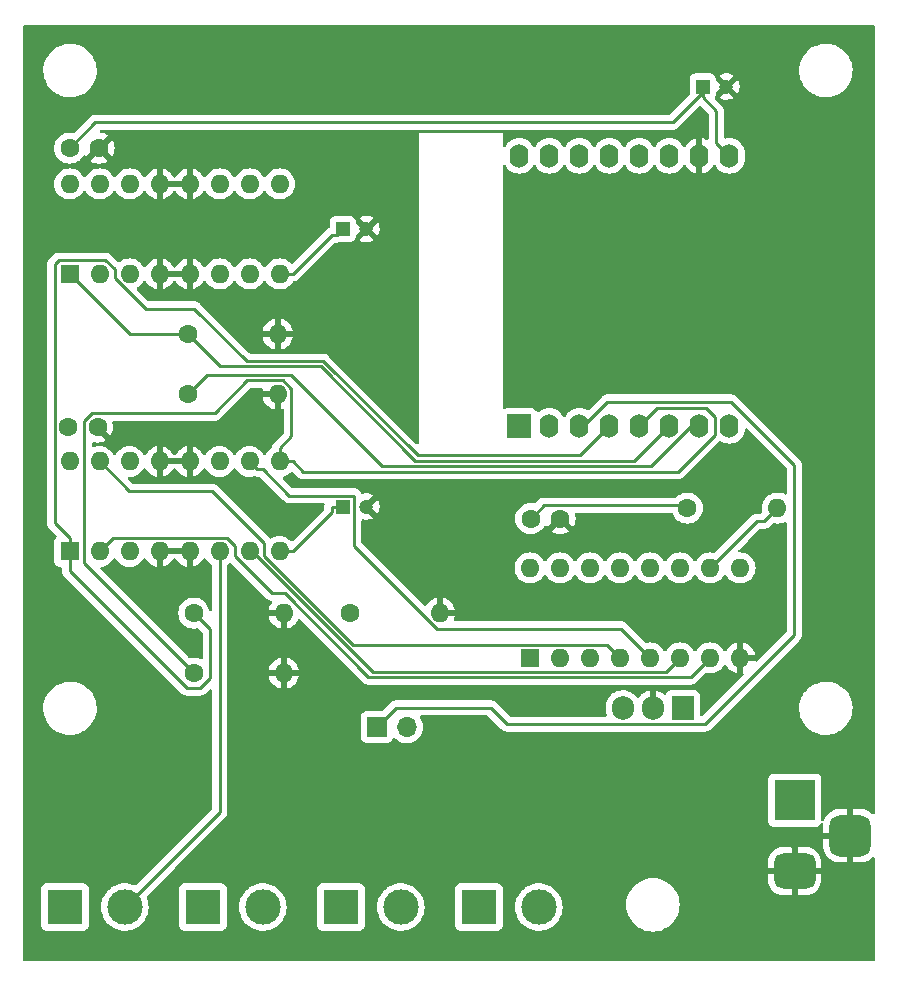
<source format=gbl>
%TF.GenerationSoftware,KiCad,Pcbnew,(6.0.2-0)*%
%TF.CreationDate,2022-08-15T15:03:27+01:00*%
%TF.ProjectId,esp8266_sprinkler_controller,65737038-3236-4365-9f73-7072696e6b6c,rev?*%
%TF.SameCoordinates,Original*%
%TF.FileFunction,Copper,L2,Bot*%
%TF.FilePolarity,Positive*%
%FSLAX46Y46*%
G04 Gerber Fmt 4.6, Leading zero omitted, Abs format (unit mm)*
G04 Created by KiCad (PCBNEW (6.0.2-0)) date 2022-08-15 15:03:27*
%MOMM*%
%LPD*%
G01*
G04 APERTURE LIST*
G04 Aperture macros list*
%AMRoundRect*
0 Rectangle with rounded corners*
0 $1 Rounding radius*
0 $2 $3 $4 $5 $6 $7 $8 $9 X,Y pos of 4 corners*
0 Add a 4 corners polygon primitive as box body*
4,1,4,$2,$3,$4,$5,$6,$7,$8,$9,$2,$3,0*
0 Add four circle primitives for the rounded corners*
1,1,$1+$1,$2,$3*
1,1,$1+$1,$4,$5*
1,1,$1+$1,$6,$7*
1,1,$1+$1,$8,$9*
0 Add four rect primitives between the rounded corners*
20,1,$1+$1,$2,$3,$4,$5,0*
20,1,$1+$1,$4,$5,$6,$7,0*
20,1,$1+$1,$6,$7,$8,$9,0*
20,1,$1+$1,$8,$9,$2,$3,0*%
G04 Aperture macros list end*
%TA.AperFunction,ComponentPad*%
%ADD10C,1.600000*%
%TD*%
%TA.AperFunction,ComponentPad*%
%ADD11O,1.600000X1.600000*%
%TD*%
%TA.AperFunction,ComponentPad*%
%ADD12R,1.600000X1.600000*%
%TD*%
%TA.AperFunction,ComponentPad*%
%ADD13R,3.000000X3.000000*%
%TD*%
%TA.AperFunction,ComponentPad*%
%ADD14C,3.000000*%
%TD*%
%TA.AperFunction,ComponentPad*%
%ADD15R,1.200000X1.200000*%
%TD*%
%TA.AperFunction,ComponentPad*%
%ADD16C,1.200000*%
%TD*%
%TA.AperFunction,ComponentPad*%
%ADD17R,2.000000X2.000000*%
%TD*%
%TA.AperFunction,ComponentPad*%
%ADD18O,1.600000X2.000000*%
%TD*%
%TA.AperFunction,ComponentPad*%
%ADD19R,1.905000X2.000000*%
%TD*%
%TA.AperFunction,ComponentPad*%
%ADD20O,1.905000X2.000000*%
%TD*%
%TA.AperFunction,ComponentPad*%
%ADD21R,3.500000X3.500000*%
%TD*%
%TA.AperFunction,ComponentPad*%
%ADD22RoundRect,0.750000X1.000000X-0.750000X1.000000X0.750000X-1.000000X0.750000X-1.000000X-0.750000X0*%
%TD*%
%TA.AperFunction,ComponentPad*%
%ADD23RoundRect,0.875000X0.875000X-0.875000X0.875000X0.875000X-0.875000X0.875000X-0.875000X-0.875000X0*%
%TD*%
%TA.AperFunction,ComponentPad*%
%ADD24R,1.700000X1.700000*%
%TD*%
%TA.AperFunction,ComponentPad*%
%ADD25O,1.700000X1.700000*%
%TD*%
%TA.AperFunction,Conductor*%
%ADD26C,0.250000*%
%TD*%
G04 APERTURE END LIST*
D10*
%TO.P,R3,1*%
%TO.N,Net-(R3-Pad1)*%
X78486000Y-90932000D03*
D11*
%TO.P,R3,2*%
%TO.N,GND*%
X86106000Y-90932000D03*
%TD*%
D12*
%TO.P,U4,1,EN1\u002C2*%
%TO.N,Net-(R3-Pad1)*%
X67960000Y-85715000D03*
D11*
%TO.P,U4,2,1A*%
%TO.N,Net-(U3-Pad7)*%
X70500000Y-85715000D03*
%TO.P,U4,3,1Y*%
%TO.N,Net-(J2-Pad1)*%
X73040000Y-85715000D03*
%TO.P,U4,4,GND*%
%TO.N,GND*%
X75580000Y-85715000D03*
%TO.P,U4,5,GND*%
X78120000Y-85715000D03*
%TO.P,U4,6,2Y*%
%TO.N,Net-(J2-Pad2)*%
X80660000Y-85715000D03*
%TO.P,U4,7,2A*%
%TO.N,Net-(U3-Pad6)*%
X83200000Y-85715000D03*
%TO.P,U4,8,VCC2*%
%TO.N,+9V*%
X85740000Y-85715000D03*
%TO.P,U4,9,EN3\u002C4*%
%TO.N,Net-(R4-Pad1)*%
X85740000Y-78095000D03*
%TO.P,U4,10,3A*%
%TO.N,Net-(U3-Pad5)*%
X83200000Y-78095000D03*
%TO.P,U4,11,3Y*%
%TO.N,Net-(J3-Pad1)*%
X80660000Y-78095000D03*
%TO.P,U4,12,GND*%
%TO.N,GND*%
X78120000Y-78095000D03*
%TO.P,U4,13,GND*%
X75580000Y-78095000D03*
%TO.P,U4,14,4Y*%
%TO.N,Net-(J3-Pad2)*%
X73040000Y-78095000D03*
%TO.P,U4,15,4A*%
%TO.N,Net-(U3-Pad4)*%
X70500000Y-78095000D03*
%TO.P,U4,16,VCC1*%
%TO.N,+5V*%
X67960000Y-78095000D03*
%TD*%
D13*
%TO.P,J2,1,Pin_1*%
%TO.N,Net-(J2-Pad1)*%
X67564000Y-115824000D03*
D14*
%TO.P,J2,2,Pin_2*%
%TO.N,Net-(J2-Pad2)*%
X72644000Y-115824000D03*
%TD*%
D12*
%TO.P,U5,1,EN1\u002C2*%
%TO.N,Net-(R5-Pad1)*%
X67960000Y-62220000D03*
D11*
%TO.P,U5,2,1A*%
%TO.N,Net-(U3-Pad3)*%
X70500000Y-62220000D03*
%TO.P,U5,3,1Y*%
%TO.N,Net-(J4-Pad1)*%
X73040000Y-62220000D03*
%TO.P,U5,4,GND*%
%TO.N,GND*%
X75580000Y-62220000D03*
%TO.P,U5,5,GND*%
X78120000Y-62220000D03*
%TO.P,U5,6,2Y*%
%TO.N,Net-(J4-Pad2)*%
X80660000Y-62220000D03*
%TO.P,U5,7,2A*%
%TO.N,Net-(U3-Pad2)*%
X83200000Y-62220000D03*
%TO.P,U5,8,VCC2*%
%TO.N,+9V*%
X85740000Y-62220000D03*
%TO.P,U5,9,EN3\u002C4*%
%TO.N,Net-(R6-Pad1)*%
X85740000Y-54600000D03*
%TO.P,U5,10,3A*%
%TO.N,Net-(U3-Pad1)*%
X83200000Y-54600000D03*
%TO.P,U5,11,3Y*%
%TO.N,Net-(J5-Pad1)*%
X80660000Y-54600000D03*
%TO.P,U5,12,GND*%
%TO.N,GND*%
X78120000Y-54600000D03*
%TO.P,U5,13,GND*%
X75580000Y-54600000D03*
%TO.P,U5,14,4Y*%
%TO.N,Net-(J5-Pad2)*%
X73040000Y-54600000D03*
%TO.P,U5,15,4A*%
%TO.N,Net-(U3-Pad15)*%
X70500000Y-54600000D03*
%TO.P,U5,16,VCC1*%
%TO.N,+5V*%
X67960000Y-54600000D03*
%TD*%
D15*
%TO.P,C4,1*%
%TO.N,+9V*%
X91102400Y-81915000D03*
D16*
%TO.P,C4,2*%
%TO.N,GND*%
X93102400Y-81915000D03*
%TD*%
D10*
%TO.P,R1,1*%
%TO.N,Net-(R1-Pad1)*%
X91694000Y-90932000D03*
D11*
%TO.P,R1,2*%
%TO.N,GND*%
X99314000Y-90932000D03*
%TD*%
D17*
%TO.P,U2,1,~{RST}*%
%TO.N,unconnected-(U2-Pad1)*%
X106045000Y-75080000D03*
D18*
%TO.P,U2,2,A0*%
%TO.N,unconnected-(U2-Pad2)*%
X108585000Y-75080000D03*
%TO.P,U2,3,D0*%
%TO.N,Net-(SW1-Pad1)*%
X111125000Y-75080000D03*
%TO.P,U2,4,SCK/D5*%
%TO.N,Net-(R3-Pad1)*%
X113665000Y-75080000D03*
%TO.P,U2,5,MISO/D6*%
%TO.N,Net-(R4-Pad1)*%
X116205000Y-75080000D03*
%TO.P,U2,6,MOSI/D7*%
%TO.N,Net-(R5-Pad1)*%
X118745000Y-75080000D03*
%TO.P,U2,7,CS/D8*%
%TO.N,Net-(R6-Pad1)*%
X121285000Y-75080000D03*
%TO.P,U2,8,3V3*%
%TO.N,unconnected-(U2-Pad8)*%
X123825000Y-75080000D03*
%TO.P,U2,9,5V*%
%TO.N,+5V*%
X123825000Y-52220000D03*
%TO.P,U2,10,GND*%
%TO.N,GND*%
X121285000Y-52220000D03*
%TO.P,U2,11,D4*%
%TO.N,Net-(U2-Pad11)*%
X118745000Y-52220000D03*
%TO.P,U2,12,D3*%
%TO.N,Net-(U2-Pad12)*%
X116205000Y-52220000D03*
%TO.P,U2,13,SDA/D2*%
%TO.N,Net-(U2-Pad13)*%
X113665000Y-52220000D03*
%TO.P,U2,14,SCL/D1*%
%TO.N,Net-(U2-Pad14)*%
X111125000Y-52220000D03*
%TO.P,U2,15,RX*%
%TO.N,unconnected-(U2-Pad15)*%
X108585000Y-52220000D03*
%TO.P,U2,16,TX*%
%TO.N,unconnected-(U2-Pad16)*%
X106045000Y-52220000D03*
%TD*%
D10*
%TO.P,R4,1*%
%TO.N,Net-(R4-Pad1)*%
X78486000Y-96012000D03*
D11*
%TO.P,R4,2*%
%TO.N,GND*%
X86106000Y-96012000D03*
%TD*%
D10*
%TO.P,R2,1*%
%TO.N,+5V*%
X120269000Y-82042000D03*
D11*
%TO.P,R2,2*%
%TO.N,Net-(R2-Pad2)*%
X127889000Y-82042000D03*
%TD*%
D12*
%TO.P,U3,1,QB*%
%TO.N,Net-(U3-Pad1)*%
X106949000Y-94732000D03*
D11*
%TO.P,U3,2,QC*%
%TO.N,Net-(U3-Pad2)*%
X109489000Y-94732000D03*
%TO.P,U3,3,QD*%
%TO.N,Net-(U3-Pad3)*%
X112029000Y-94732000D03*
%TO.P,U3,4,QE*%
%TO.N,Net-(U3-Pad4)*%
X114569000Y-94732000D03*
%TO.P,U3,5,QF*%
%TO.N,Net-(U3-Pad5)*%
X117109000Y-94732000D03*
%TO.P,U3,6,QG*%
%TO.N,Net-(U3-Pad6)*%
X119649000Y-94732000D03*
%TO.P,U3,7,QH*%
%TO.N,Net-(U3-Pad7)*%
X122189000Y-94732000D03*
%TO.P,U3,8,GND*%
%TO.N,GND*%
X124729000Y-94732000D03*
%TO.P,U3,9,QH'*%
%TO.N,unconnected-(U3-Pad9)*%
X124729000Y-87112000D03*
%TO.P,U3,10,~{SRCLR}*%
%TO.N,Net-(R2-Pad2)*%
X122189000Y-87112000D03*
%TO.P,U3,11,SRCLK*%
%TO.N,Net-(U2-Pad13)*%
X119649000Y-87112000D03*
%TO.P,U3,12,RCLK*%
%TO.N,Net-(U2-Pad11)*%
X117109000Y-87112000D03*
%TO.P,U3,13,~{OE}*%
%TO.N,Net-(U2-Pad12)*%
X114569000Y-87112000D03*
%TO.P,U3,14,SER*%
%TO.N,Net-(U2-Pad14)*%
X112029000Y-87112000D03*
%TO.P,U3,15,QA*%
%TO.N,Net-(U3-Pad15)*%
X109489000Y-87112000D03*
%TO.P,U3,16,VCC*%
%TO.N,+5V*%
X106949000Y-87112000D03*
%TD*%
D10*
%TO.P,R6,1*%
%TO.N,Net-(R6-Pad1)*%
X77978000Y-72390000D03*
D11*
%TO.P,R6,2*%
%TO.N,GND*%
X85598000Y-72390000D03*
%TD*%
D19*
%TO.P,U1,1,VI*%
%TO.N,+9V*%
X119888000Y-98974000D03*
D20*
%TO.P,U1,2,GND*%
%TO.N,GND*%
X117348000Y-98974000D03*
%TO.P,U1,3,VO*%
%TO.N,+5V*%
X114808000Y-98974000D03*
%TD*%
D13*
%TO.P,J3,1,Pin_1*%
%TO.N,Net-(J3-Pad1)*%
X79248000Y-115824000D03*
D14*
%TO.P,J3,2,Pin_2*%
%TO.N,Net-(J3-Pad2)*%
X84328000Y-115824000D03*
%TD*%
D10*
%TO.P,C2,1*%
%TO.N,+5V*%
X106994000Y-82931000D03*
%TO.P,C2,2*%
%TO.N,GND*%
X109494000Y-82931000D03*
%TD*%
D21*
%TO.P,J1,1*%
%TO.N,+9V*%
X129344500Y-106776000D03*
D22*
%TO.P,J1,2*%
%TO.N,GND*%
X129344500Y-112776000D03*
D23*
%TO.P,J1,3*%
X134044500Y-109776000D03*
%TD*%
D15*
%TO.P,C1,1*%
%TO.N,+5V*%
X121582400Y-46355000D03*
D16*
%TO.P,C1,2*%
%TO.N,GND*%
X123582400Y-46355000D03*
%TD*%
D15*
%TO.P,C6,1*%
%TO.N,+9V*%
X91102400Y-58420000D03*
D16*
%TO.P,C6,2*%
%TO.N,GND*%
X93102400Y-58420000D03*
%TD*%
D10*
%TO.P,C3,1*%
%TO.N,+5V*%
X67838000Y-75184000D03*
%TO.P,C3,2*%
%TO.N,GND*%
X70338000Y-75184000D03*
%TD*%
%TO.P,C5,1*%
%TO.N,+5V*%
X67965000Y-51562000D03*
%TO.P,C5,2*%
%TO.N,GND*%
X70465000Y-51562000D03*
%TD*%
D24*
%TO.P,SW1,1,1*%
%TO.N,Net-(SW1-Pad1)*%
X93980000Y-100584000D03*
D25*
%TO.P,SW1,2,2*%
%TO.N,Net-(R1-Pad1)*%
X96520000Y-100584000D03*
%TD*%
D13*
%TO.P,J4,1,Pin_1*%
%TO.N,Net-(J4-Pad1)*%
X90932000Y-115824000D03*
D14*
%TO.P,J4,2,Pin_2*%
%TO.N,Net-(J4-Pad2)*%
X96012000Y-115824000D03*
%TD*%
D10*
%TO.P,R5,1*%
%TO.N,Net-(R5-Pad1)*%
X77978000Y-67310000D03*
D11*
%TO.P,R5,2*%
%TO.N,GND*%
X85598000Y-67310000D03*
%TD*%
D14*
%TO.P,J5,2,Pin_2*%
%TO.N,Net-(J5-Pad2)*%
X107696000Y-115824000D03*
D13*
%TO.P,J5,1,Pin_1*%
%TO.N,Net-(J5-Pad1)*%
X102616000Y-115824000D03*
%TD*%
D26*
%TO.N,+9V*%
X91102400Y-58420000D02*
X90594400Y-58928000D01*
X86865100Y-62220000D02*
X85740000Y-62220000D01*
X90177300Y-82402800D02*
X86865100Y-85715000D01*
X90594400Y-58928000D02*
X90157100Y-58928000D01*
X91102400Y-81915000D02*
X90177300Y-81915000D01*
X90157100Y-58928000D02*
X86865100Y-62220000D01*
X85740000Y-85715000D02*
X86865100Y-85715000D01*
X90177300Y-81915000D02*
X90177300Y-82402800D01*
%TO.N,Net-(J2-Pad2)*%
X72644000Y-115824000D02*
X80660000Y-107808000D01*
X80660000Y-107808000D02*
X80660000Y-85715000D01*
%TO.N,Net-(R2-Pad2)*%
X127889000Y-82042000D02*
X126763900Y-83167100D01*
X126133900Y-83167100D02*
X122189000Y-87112000D01*
X126763900Y-83167100D02*
X126133900Y-83167100D01*
%TO.N,Net-(R3-Pad1)*%
X71770000Y-62547400D02*
X71770000Y-61821100D01*
X78486000Y-90932000D02*
X79857600Y-92303600D01*
X67026700Y-61053600D02*
X66694400Y-61385900D01*
X79044800Y-97282000D02*
X77876400Y-97282000D01*
X71770000Y-61821100D02*
X71002500Y-61053600D01*
X79857600Y-92303600D02*
X79857600Y-96469200D01*
X67960000Y-87365600D02*
X67960000Y-85715000D01*
X113665000Y-75080000D02*
X111153800Y-77591200D01*
X74392600Y-65170000D02*
X71770000Y-62547400D01*
X77876400Y-97282000D02*
X67960000Y-87365600D01*
X82964400Y-69607600D02*
X78526800Y-65170000D01*
X78526800Y-65170000D02*
X74392600Y-65170000D01*
X66694400Y-83324300D02*
X67960000Y-84589900D01*
X67960000Y-85715000D02*
X67960000Y-84589900D01*
X97435900Y-77591200D02*
X89452300Y-69607600D01*
X66694400Y-61385900D02*
X66694400Y-83324300D01*
X89452300Y-69607600D02*
X82964400Y-69607600D01*
X111153800Y-77591200D02*
X97435900Y-77591200D01*
X79857600Y-96469200D02*
X79044800Y-97282000D01*
X71002500Y-61053600D02*
X67026700Y-61053600D01*
%TO.N,Net-(R4-Pad1)*%
X78486000Y-96012000D02*
X69207900Y-86733900D01*
X122580400Y-75844400D02*
X122580400Y-74320400D01*
X85740000Y-78095000D02*
X86865100Y-78095000D01*
X69854700Y-74015200D02*
X80241400Y-74015200D01*
X87721400Y-78951300D02*
X119473500Y-78951300D01*
X117726600Y-73558400D02*
X116205000Y-75080000D01*
X69207900Y-74662000D02*
X69854700Y-74015200D01*
X86033700Y-71231500D02*
X86751700Y-71949500D01*
X86751700Y-71949500D02*
X86751700Y-75958200D01*
X122580400Y-74320400D02*
X121818400Y-73558400D01*
X85740000Y-78095000D02*
X85740000Y-76969900D01*
X86865100Y-78095000D02*
X87721400Y-78951300D01*
X69207900Y-86733900D02*
X69207900Y-74662000D01*
X83025100Y-71231500D02*
X86033700Y-71231500D01*
X80241400Y-74015200D02*
X83025100Y-71231500D01*
X121818400Y-73558400D02*
X117726600Y-73558400D01*
X86751700Y-75958200D02*
X85740000Y-76969900D01*
X119473500Y-78951300D02*
X122580400Y-75844400D01*
%TO.N,Net-(U3-Pad4)*%
X84429600Y-85039200D02*
X79993600Y-80603200D01*
X79993600Y-80603200D02*
X73008200Y-80603200D01*
X91956018Y-93606900D02*
X84429600Y-86080482D01*
X114569000Y-94732000D02*
X113443900Y-93606900D01*
X84429600Y-86080482D02*
X84429600Y-85039200D01*
X113443900Y-93606900D02*
X91956018Y-93606900D01*
X73008200Y-80603200D02*
X70500000Y-78095000D01*
%TO.N,Net-(U3-Pad5)*%
X86575589Y-80990489D02*
X92026911Y-80990489D01*
X83200000Y-78095000D02*
X83845000Y-78740000D01*
X92026911Y-80990489D02*
X92026911Y-85250311D01*
X114633600Y-92256600D02*
X117109000Y-94732000D01*
X99033200Y-92256600D02*
X114633600Y-92256600D01*
X84325100Y-78740000D02*
X86575589Y-80990489D01*
X92026911Y-85250311D02*
X99033200Y-92256600D01*
X83845000Y-78740000D02*
X84325100Y-78740000D01*
%TO.N,Net-(U3-Pad6)*%
X93616300Y-95902900D02*
X83428400Y-85715000D01*
X119649000Y-94732000D02*
X118478100Y-95902900D01*
X118478100Y-95902900D02*
X93616300Y-95902900D01*
%TO.N,Net-(U3-Pad7)*%
X86182400Y-89264300D02*
X85098700Y-89264300D01*
X122189000Y-94732000D02*
X120568000Y-96353000D01*
X81940400Y-86106000D02*
X81940400Y-85242400D01*
X93271100Y-96353000D02*
X86182400Y-89264300D01*
X120568000Y-96353000D02*
X93271100Y-96353000D01*
X85098700Y-89264300D02*
X81940400Y-86106000D01*
X81273000Y-84575000D02*
X71640000Y-84575000D01*
X81940400Y-85242400D02*
X81273000Y-84575000D01*
X71640000Y-84575000D02*
X70500000Y-85715000D01*
%TO.N,Net-(R5-Pad1)*%
X73050000Y-67310000D02*
X77978000Y-67310000D01*
X67960000Y-62220000D02*
X73050000Y-67310000D01*
X115783700Y-78041300D02*
X97249300Y-78041300D01*
X118745000Y-75080000D02*
X115783700Y-78041300D01*
X89265800Y-70057800D02*
X80725800Y-70057800D01*
X80725800Y-70057800D02*
X77978000Y-67310000D01*
X97249300Y-78041300D02*
X89265800Y-70057800D01*
%TO.N,+5V*%
X122699900Y-48397600D02*
X121582400Y-47280100D01*
X106994000Y-82931000D02*
X108137800Y-81787200D01*
X70149400Y-49377600D02*
X67965000Y-51562000D01*
X123825000Y-52220000D02*
X122699900Y-51094900D01*
X122699900Y-51094900D02*
X122699900Y-48397600D01*
X121582400Y-47280100D02*
X121582400Y-46817500D01*
X121582400Y-46817500D02*
X119022300Y-49377600D01*
X119022300Y-49377600D02*
X70149400Y-49377600D01*
X108137800Y-81787200D02*
X120014200Y-81787200D01*
%TO.N,Net-(R6-Pad1)*%
X94404500Y-78501200D02*
X86684700Y-70781400D01*
X121285000Y-75080000D02*
X120576300Y-75080000D01*
X117155100Y-78501200D02*
X94404500Y-78501200D01*
X86684700Y-70781400D02*
X79586600Y-70781400D01*
X79586600Y-70781400D02*
X77978000Y-72390000D01*
X120576300Y-75080000D02*
X117155100Y-78501200D01*
%TO.N,Net-(SW1-Pad1)*%
X123952000Y-73050400D02*
X113487200Y-73050400D01*
X129336800Y-92760800D02*
X129336800Y-78435200D01*
X129336800Y-78435200D02*
X123952000Y-73050400D01*
X121768800Y-100328800D02*
X129336800Y-92760800D01*
X93980000Y-100584000D02*
X95605600Y-98958400D01*
X104977600Y-100328800D02*
X121768800Y-100328800D01*
X103607200Y-98958400D02*
X104977600Y-100328800D01*
X113487200Y-73050400D02*
X111457600Y-75080000D01*
X95605600Y-98958400D02*
X103607200Y-98958400D01*
%TD*%
%TA.AperFunction,Conductor*%
%TO.N,GND*%
G36*
X136086121Y-41168002D02*
G01*
X136132614Y-41221658D01*
X136144000Y-41274000D01*
X136144000Y-107862863D01*
X136123998Y-107930984D01*
X136070342Y-107977477D01*
X136000068Y-107987581D01*
X135935488Y-107958087D01*
X135921690Y-107944106D01*
X135904398Y-107923607D01*
X135896892Y-107916101D01*
X135725649Y-107771646D01*
X135716960Y-107765493D01*
X135523838Y-107651962D01*
X135514240Y-107647364D01*
X135304746Y-107567994D01*
X135294518Y-107565080D01*
X135073689Y-107521955D01*
X135065045Y-107520882D01*
X135013516Y-107518091D01*
X135010130Y-107518000D01*
X134316615Y-107518000D01*
X134301376Y-107522475D01*
X134300171Y-107523865D01*
X134298500Y-107531548D01*
X134298500Y-112015885D01*
X134302975Y-112031124D01*
X134304365Y-112032329D01*
X134312048Y-112034000D01*
X135010131Y-112034000D01*
X135013516Y-112033909D01*
X135065045Y-112031118D01*
X135073689Y-112030045D01*
X135294518Y-111986920D01*
X135304746Y-111984006D01*
X135514240Y-111904636D01*
X135523838Y-111900038D01*
X135716960Y-111786507D01*
X135725649Y-111780354D01*
X135896892Y-111635899D01*
X135904398Y-111628393D01*
X135921690Y-111607894D01*
X135980902Y-111568722D01*
X136051892Y-111567781D01*
X136112122Y-111605369D01*
X136142469Y-111669553D01*
X136144000Y-111689137D01*
X136144000Y-120270000D01*
X136123998Y-120338121D01*
X136070342Y-120384614D01*
X136018000Y-120396000D01*
X64134000Y-120396000D01*
X64065879Y-120375998D01*
X64019386Y-120322342D01*
X64008000Y-120270000D01*
X64008000Y-117372134D01*
X65555500Y-117372134D01*
X65562255Y-117434316D01*
X65613385Y-117570705D01*
X65700739Y-117687261D01*
X65817295Y-117774615D01*
X65953684Y-117825745D01*
X66015866Y-117832500D01*
X69112134Y-117832500D01*
X69174316Y-117825745D01*
X69310705Y-117774615D01*
X69427261Y-117687261D01*
X69514615Y-117570705D01*
X69565745Y-117434316D01*
X69572500Y-117372134D01*
X69572500Y-114275866D01*
X69565745Y-114213684D01*
X69514615Y-114077295D01*
X69427261Y-113960739D01*
X69310705Y-113873385D01*
X69174316Y-113822255D01*
X69112134Y-113815500D01*
X66015866Y-113815500D01*
X65953684Y-113822255D01*
X65817295Y-113873385D01*
X65700739Y-113960739D01*
X65613385Y-114077295D01*
X65562255Y-114213684D01*
X65555500Y-114275866D01*
X65555500Y-117372134D01*
X64008000Y-117372134D01*
X64008000Y-99047404D01*
X65736941Y-99047404D01*
X65737304Y-99051552D01*
X65737304Y-99051556D01*
X65753039Y-99231402D01*
X65763091Y-99346292D01*
X65764001Y-99350364D01*
X65764002Y-99350369D01*
X65823441Y-99616285D01*
X65828540Y-99639095D01*
X65829984Y-99643018D01*
X65829984Y-99643020D01*
X65845748Y-99685866D01*
X65932140Y-99920671D01*
X65934084Y-99924359D01*
X65934088Y-99924367D01*
X66052903Y-100149720D01*
X66072069Y-100186071D01*
X66245871Y-100430633D01*
X66450490Y-100650061D01*
X66682333Y-100840498D01*
X66937325Y-100998600D01*
X67210988Y-101121589D01*
X67385368Y-101173574D01*
X67494514Y-101206112D01*
X67494516Y-101206112D01*
X67498513Y-101207304D01*
X67502633Y-101207957D01*
X67502635Y-101207957D01*
X67621509Y-101226785D01*
X67794848Y-101254239D01*
X67836116Y-101256113D01*
X67887262Y-101258436D01*
X67887281Y-101258436D01*
X67888681Y-101258500D01*
X68076107Y-101258500D01*
X68299370Y-101243671D01*
X68303464Y-101242846D01*
X68303468Y-101242845D01*
X68444513Y-101214405D01*
X68593480Y-101184368D01*
X68877163Y-101086688D01*
X68880896Y-101084819D01*
X68880900Y-101084817D01*
X69141691Y-100954222D01*
X69141693Y-100954221D01*
X69145435Y-100952347D01*
X69254226Y-100878413D01*
X69390125Y-100786057D01*
X69390128Y-100786055D01*
X69393584Y-100783706D01*
X69617248Y-100583726D01*
X69619966Y-100580555D01*
X69809779Y-100359097D01*
X69809782Y-100359093D01*
X69812499Y-100355923D01*
X69814773Y-100352421D01*
X69814777Y-100352416D01*
X69973628Y-100107807D01*
X69973631Y-100107802D01*
X69975907Y-100104297D01*
X70104600Y-99833270D01*
X70196318Y-99547604D01*
X70249448Y-99252316D01*
X70250553Y-99228000D01*
X70262870Y-98956766D01*
X70262870Y-98956760D01*
X70263059Y-98952596D01*
X70255448Y-98865598D01*
X70237273Y-98657870D01*
X70236909Y-98653708D01*
X70235369Y-98646815D01*
X70172372Y-98364984D01*
X70172371Y-98364981D01*
X70171460Y-98360905D01*
X70162808Y-98337388D01*
X70098626Y-98162948D01*
X70067860Y-98079329D01*
X70065916Y-98075641D01*
X70065912Y-98075633D01*
X69929884Y-97817633D01*
X69929883Y-97817632D01*
X69927931Y-97813929D01*
X69754129Y-97569367D01*
X69549510Y-97349939D01*
X69317667Y-97159502D01*
X69062675Y-97001400D01*
X69040024Y-96991220D01*
X68983969Y-96966028D01*
X68789012Y-96878411D01*
X68548322Y-96806658D01*
X68505486Y-96793888D01*
X68505484Y-96793888D01*
X68501487Y-96792696D01*
X68497367Y-96792043D01*
X68497365Y-96792043D01*
X68329419Y-96765443D01*
X68205152Y-96745761D01*
X68162423Y-96743821D01*
X68112738Y-96741564D01*
X68112719Y-96741564D01*
X68111319Y-96741500D01*
X67923893Y-96741500D01*
X67700630Y-96756329D01*
X67696536Y-96757154D01*
X67696532Y-96757155D01*
X67604977Y-96775616D01*
X67406520Y-96815632D01*
X67122837Y-96913312D01*
X67119104Y-96915181D01*
X67119100Y-96915183D01*
X66858309Y-97045778D01*
X66854565Y-97047653D01*
X66851100Y-97050008D01*
X66701885Y-97151414D01*
X66606416Y-97216294D01*
X66382752Y-97416274D01*
X66380035Y-97419444D01*
X66380034Y-97419445D01*
X66235517Y-97588056D01*
X66187501Y-97644077D01*
X66185227Y-97647579D01*
X66185223Y-97647584D01*
X66026372Y-97892193D01*
X66024093Y-97895703D01*
X66022299Y-97899482D01*
X66022298Y-97899483D01*
X66008148Y-97929283D01*
X65895400Y-98166730D01*
X65894121Y-98170713D01*
X65894120Y-98170716D01*
X65805337Y-98447241D01*
X65803682Y-98452396D01*
X65750552Y-98747684D01*
X65750363Y-98751851D01*
X65750362Y-98751858D01*
X65745847Y-98851285D01*
X65736941Y-99047404D01*
X64008000Y-99047404D01*
X64008000Y-61365843D01*
X66056180Y-61365843D01*
X66056926Y-61373735D01*
X66060341Y-61409861D01*
X66060900Y-61421719D01*
X66060900Y-83245533D01*
X66060373Y-83256716D01*
X66058698Y-83264209D01*
X66058947Y-83272135D01*
X66058947Y-83272136D01*
X66060838Y-83332286D01*
X66060900Y-83336245D01*
X66060900Y-83364156D01*
X66061397Y-83368090D01*
X66061397Y-83368091D01*
X66061405Y-83368156D01*
X66062338Y-83379993D01*
X66063727Y-83424189D01*
X66069378Y-83443639D01*
X66073387Y-83463000D01*
X66075926Y-83483097D01*
X66078845Y-83490468D01*
X66078845Y-83490470D01*
X66092204Y-83524212D01*
X66096049Y-83535442D01*
X66108382Y-83577893D01*
X66112415Y-83584712D01*
X66112417Y-83584717D01*
X66118693Y-83595328D01*
X66127388Y-83613076D01*
X66134848Y-83631917D01*
X66139510Y-83638333D01*
X66139510Y-83638334D01*
X66160836Y-83667687D01*
X66167352Y-83677607D01*
X66189858Y-83715662D01*
X66204179Y-83729983D01*
X66217019Y-83745016D01*
X66228928Y-83761407D01*
X66254612Y-83782655D01*
X66263005Y-83789598D01*
X66271784Y-83797588D01*
X66824985Y-84350789D01*
X66859011Y-84413101D01*
X66853946Y-84483916D01*
X66811455Y-84540710D01*
X66796739Y-84551739D01*
X66709385Y-84668295D01*
X66658255Y-84804684D01*
X66651500Y-84866866D01*
X66651500Y-86563134D01*
X66658255Y-86625316D01*
X66709385Y-86761705D01*
X66796739Y-86878261D01*
X66913295Y-86965615D01*
X67049684Y-87016745D01*
X67111866Y-87023500D01*
X67200500Y-87023500D01*
X67268621Y-87043502D01*
X67315114Y-87097158D01*
X67326500Y-87149500D01*
X67326500Y-87286833D01*
X67325973Y-87298016D01*
X67324298Y-87305509D01*
X67324547Y-87313435D01*
X67324547Y-87313436D01*
X67326438Y-87373586D01*
X67326500Y-87377545D01*
X67326500Y-87405456D01*
X67326997Y-87409390D01*
X67326997Y-87409391D01*
X67327005Y-87409456D01*
X67327938Y-87421293D01*
X67329327Y-87465489D01*
X67334978Y-87484939D01*
X67338987Y-87504300D01*
X67341526Y-87524397D01*
X67344445Y-87531768D01*
X67344445Y-87531770D01*
X67357804Y-87565512D01*
X67361649Y-87576742D01*
X67373982Y-87619193D01*
X67378015Y-87626012D01*
X67378017Y-87626017D01*
X67384293Y-87636628D01*
X67392988Y-87654376D01*
X67400448Y-87673217D01*
X67405110Y-87679633D01*
X67405110Y-87679634D01*
X67426436Y-87708987D01*
X67432952Y-87718907D01*
X67455458Y-87756962D01*
X67469779Y-87771283D01*
X67482619Y-87786316D01*
X67494528Y-87802707D01*
X67500634Y-87807758D01*
X67528605Y-87830898D01*
X67537384Y-87838888D01*
X77372743Y-97674247D01*
X77380287Y-97682537D01*
X77384400Y-97689018D01*
X77390177Y-97694443D01*
X77434067Y-97735658D01*
X77436909Y-97738413D01*
X77456630Y-97758134D01*
X77459825Y-97760612D01*
X77468847Y-97768318D01*
X77501079Y-97798586D01*
X77508028Y-97802406D01*
X77518832Y-97808346D01*
X77535356Y-97819199D01*
X77551359Y-97831613D01*
X77591943Y-97849176D01*
X77602573Y-97854383D01*
X77641340Y-97875695D01*
X77649017Y-97877666D01*
X77649022Y-97877668D01*
X77660958Y-97880732D01*
X77679666Y-97887137D01*
X77698255Y-97895181D01*
X77706080Y-97896420D01*
X77706082Y-97896421D01*
X77741919Y-97902097D01*
X77753540Y-97904504D01*
X77785359Y-97912673D01*
X77796370Y-97915500D01*
X77816631Y-97915500D01*
X77836340Y-97917051D01*
X77856343Y-97920219D01*
X77864235Y-97919473D01*
X77869462Y-97918979D01*
X77900354Y-97916059D01*
X77912211Y-97915500D01*
X78966033Y-97915500D01*
X78977216Y-97916027D01*
X78984709Y-97917702D01*
X78992635Y-97917453D01*
X78992636Y-97917453D01*
X79052786Y-97915562D01*
X79056745Y-97915500D01*
X79084656Y-97915500D01*
X79088591Y-97915003D01*
X79088656Y-97914995D01*
X79100493Y-97914062D01*
X79132751Y-97913048D01*
X79136770Y-97912922D01*
X79144689Y-97912673D01*
X79164143Y-97907021D01*
X79183500Y-97903013D01*
X79195730Y-97901468D01*
X79195731Y-97901468D01*
X79203597Y-97900474D01*
X79210968Y-97897555D01*
X79210970Y-97897555D01*
X79244712Y-97884196D01*
X79255942Y-97880351D01*
X79290783Y-97870229D01*
X79290784Y-97870229D01*
X79298393Y-97868018D01*
X79305212Y-97863985D01*
X79305217Y-97863983D01*
X79315828Y-97857707D01*
X79333576Y-97849012D01*
X79352417Y-97841552D01*
X79372787Y-97826753D01*
X79388187Y-97815564D01*
X79398107Y-97809048D01*
X79429335Y-97790580D01*
X79429338Y-97790578D01*
X79436162Y-97786542D01*
X79450483Y-97772221D01*
X79465517Y-97759380D01*
X79467232Y-97758134D01*
X79481907Y-97747472D01*
X79486958Y-97741367D01*
X79486963Y-97741362D01*
X79510099Y-97713396D01*
X79518087Y-97704618D01*
X79811405Y-97411300D01*
X79873717Y-97377274D01*
X79944532Y-97382339D01*
X80001368Y-97424886D01*
X80026179Y-97491406D01*
X80026500Y-97500395D01*
X80026500Y-107493406D01*
X80006498Y-107561527D01*
X79989595Y-107582501D01*
X73606663Y-113965432D01*
X73544351Y-113999458D01*
X73466922Y-113991710D01*
X73329873Y-113931549D01*
X73329869Y-113931548D01*
X73325945Y-113929825D01*
X73062566Y-113854800D01*
X73058324Y-113854196D01*
X73058318Y-113854195D01*
X72853387Y-113825029D01*
X72791443Y-113816213D01*
X72647589Y-113815460D01*
X72521877Y-113814802D01*
X72521871Y-113814802D01*
X72517591Y-113814780D01*
X72513347Y-113815339D01*
X72513343Y-113815339D01*
X72439741Y-113825029D01*
X72246078Y-113850525D01*
X72241938Y-113851658D01*
X72241936Y-113851658D01*
X72174037Y-113870233D01*
X71981928Y-113922788D01*
X71977980Y-113924472D01*
X71733982Y-114028546D01*
X71733978Y-114028548D01*
X71730030Y-114030232D01*
X71710125Y-114042145D01*
X71498725Y-114168664D01*
X71498721Y-114168667D01*
X71495043Y-114170868D01*
X71281318Y-114342094D01*
X71264717Y-114359588D01*
X71125748Y-114506031D01*
X71092808Y-114540742D01*
X70933002Y-114763136D01*
X70804857Y-115005161D01*
X70803385Y-115009184D01*
X70803383Y-115009188D01*
X70712214Y-115258317D01*
X70710743Y-115262337D01*
X70652404Y-115529907D01*
X70630917Y-115802918D01*
X70646682Y-116076320D01*
X70647507Y-116080525D01*
X70647508Y-116080533D01*
X70658127Y-116134657D01*
X70699405Y-116345053D01*
X70700792Y-116349103D01*
X70700793Y-116349108D01*
X70752505Y-116500145D01*
X70788112Y-116604144D01*
X70911160Y-116848799D01*
X70913586Y-116852328D01*
X70913589Y-116852334D01*
X71020856Y-117008407D01*
X71066274Y-117074490D01*
X71250582Y-117277043D01*
X71460675Y-117452707D01*
X71464316Y-117454991D01*
X71689024Y-117595951D01*
X71689028Y-117595953D01*
X71692664Y-117598234D01*
X71760544Y-117628883D01*
X71938345Y-117709164D01*
X71938349Y-117709166D01*
X71942257Y-117710930D01*
X71946377Y-117712150D01*
X71946376Y-117712150D01*
X72200723Y-117787491D01*
X72200727Y-117787492D01*
X72204836Y-117788709D01*
X72209070Y-117789357D01*
X72209075Y-117789358D01*
X72471298Y-117829483D01*
X72471300Y-117829483D01*
X72475540Y-117830132D01*
X72614912Y-117832322D01*
X72745071Y-117834367D01*
X72745077Y-117834367D01*
X72749362Y-117834434D01*
X73021235Y-117801534D01*
X73286127Y-117732041D01*
X73290087Y-117730401D01*
X73290092Y-117730399D01*
X73412631Y-117679641D01*
X73539136Y-117627241D01*
X73775582Y-117489073D01*
X73924720Y-117372134D01*
X77239500Y-117372134D01*
X77246255Y-117434316D01*
X77297385Y-117570705D01*
X77384739Y-117687261D01*
X77501295Y-117774615D01*
X77637684Y-117825745D01*
X77699866Y-117832500D01*
X80796134Y-117832500D01*
X80858316Y-117825745D01*
X80994705Y-117774615D01*
X81111261Y-117687261D01*
X81198615Y-117570705D01*
X81249745Y-117434316D01*
X81256500Y-117372134D01*
X81256500Y-115802918D01*
X82314917Y-115802918D01*
X82330682Y-116076320D01*
X82331507Y-116080525D01*
X82331508Y-116080533D01*
X82342127Y-116134657D01*
X82383405Y-116345053D01*
X82384792Y-116349103D01*
X82384793Y-116349108D01*
X82436505Y-116500145D01*
X82472112Y-116604144D01*
X82595160Y-116848799D01*
X82597586Y-116852328D01*
X82597589Y-116852334D01*
X82704856Y-117008407D01*
X82750274Y-117074490D01*
X82934582Y-117277043D01*
X83144675Y-117452707D01*
X83148316Y-117454991D01*
X83373024Y-117595951D01*
X83373028Y-117595953D01*
X83376664Y-117598234D01*
X83444544Y-117628883D01*
X83622345Y-117709164D01*
X83622349Y-117709166D01*
X83626257Y-117710930D01*
X83630377Y-117712150D01*
X83630376Y-117712150D01*
X83884723Y-117787491D01*
X83884727Y-117787492D01*
X83888836Y-117788709D01*
X83893070Y-117789357D01*
X83893075Y-117789358D01*
X84155298Y-117829483D01*
X84155300Y-117829483D01*
X84159540Y-117830132D01*
X84298912Y-117832322D01*
X84429071Y-117834367D01*
X84429077Y-117834367D01*
X84433362Y-117834434D01*
X84705235Y-117801534D01*
X84970127Y-117732041D01*
X84974087Y-117730401D01*
X84974092Y-117730399D01*
X85096631Y-117679641D01*
X85223136Y-117627241D01*
X85459582Y-117489073D01*
X85608720Y-117372134D01*
X88923500Y-117372134D01*
X88930255Y-117434316D01*
X88981385Y-117570705D01*
X89068739Y-117687261D01*
X89185295Y-117774615D01*
X89321684Y-117825745D01*
X89383866Y-117832500D01*
X92480134Y-117832500D01*
X92542316Y-117825745D01*
X92678705Y-117774615D01*
X92795261Y-117687261D01*
X92882615Y-117570705D01*
X92933745Y-117434316D01*
X92940500Y-117372134D01*
X92940500Y-115802918D01*
X93998917Y-115802918D01*
X94014682Y-116076320D01*
X94015507Y-116080525D01*
X94015508Y-116080533D01*
X94026127Y-116134657D01*
X94067405Y-116345053D01*
X94068792Y-116349103D01*
X94068793Y-116349108D01*
X94120505Y-116500145D01*
X94156112Y-116604144D01*
X94279160Y-116848799D01*
X94281586Y-116852328D01*
X94281589Y-116852334D01*
X94388856Y-117008407D01*
X94434274Y-117074490D01*
X94618582Y-117277043D01*
X94828675Y-117452707D01*
X94832316Y-117454991D01*
X95057024Y-117595951D01*
X95057028Y-117595953D01*
X95060664Y-117598234D01*
X95128544Y-117628883D01*
X95306345Y-117709164D01*
X95306349Y-117709166D01*
X95310257Y-117710930D01*
X95314377Y-117712150D01*
X95314376Y-117712150D01*
X95568723Y-117787491D01*
X95568727Y-117787492D01*
X95572836Y-117788709D01*
X95577070Y-117789357D01*
X95577075Y-117789358D01*
X95839298Y-117829483D01*
X95839300Y-117829483D01*
X95843540Y-117830132D01*
X95982912Y-117832322D01*
X96113071Y-117834367D01*
X96113077Y-117834367D01*
X96117362Y-117834434D01*
X96389235Y-117801534D01*
X96654127Y-117732041D01*
X96658087Y-117730401D01*
X96658092Y-117730399D01*
X96780631Y-117679641D01*
X96907136Y-117627241D01*
X97143582Y-117489073D01*
X97292720Y-117372134D01*
X100607500Y-117372134D01*
X100614255Y-117434316D01*
X100665385Y-117570705D01*
X100752739Y-117687261D01*
X100869295Y-117774615D01*
X101005684Y-117825745D01*
X101067866Y-117832500D01*
X104164134Y-117832500D01*
X104226316Y-117825745D01*
X104362705Y-117774615D01*
X104479261Y-117687261D01*
X104566615Y-117570705D01*
X104617745Y-117434316D01*
X104624500Y-117372134D01*
X104624500Y-115802918D01*
X105682917Y-115802918D01*
X105698682Y-116076320D01*
X105699507Y-116080525D01*
X105699508Y-116080533D01*
X105710127Y-116134657D01*
X105751405Y-116345053D01*
X105752792Y-116349103D01*
X105752793Y-116349108D01*
X105804505Y-116500145D01*
X105840112Y-116604144D01*
X105963160Y-116848799D01*
X105965586Y-116852328D01*
X105965589Y-116852334D01*
X106072856Y-117008407D01*
X106118274Y-117074490D01*
X106302582Y-117277043D01*
X106512675Y-117452707D01*
X106516316Y-117454991D01*
X106741024Y-117595951D01*
X106741028Y-117595953D01*
X106744664Y-117598234D01*
X106812544Y-117628883D01*
X106990345Y-117709164D01*
X106990349Y-117709166D01*
X106994257Y-117710930D01*
X106998377Y-117712150D01*
X106998376Y-117712150D01*
X107252723Y-117787491D01*
X107252727Y-117787492D01*
X107256836Y-117788709D01*
X107261070Y-117789357D01*
X107261075Y-117789358D01*
X107523298Y-117829483D01*
X107523300Y-117829483D01*
X107527540Y-117830132D01*
X107666912Y-117832322D01*
X107797071Y-117834367D01*
X107797077Y-117834367D01*
X107801362Y-117834434D01*
X108073235Y-117801534D01*
X108338127Y-117732041D01*
X108342087Y-117730401D01*
X108342092Y-117730399D01*
X108464631Y-117679641D01*
X108591136Y-117627241D01*
X108827582Y-117489073D01*
X109043089Y-117320094D01*
X109084809Y-117277043D01*
X109230686Y-117126509D01*
X109233669Y-117123431D01*
X109236202Y-117119983D01*
X109236206Y-117119978D01*
X109393257Y-116906178D01*
X109395795Y-116902723D01*
X109423154Y-116852334D01*
X109524418Y-116665830D01*
X109524419Y-116665828D01*
X109526468Y-116662054D01*
X109623269Y-116405877D01*
X109684407Y-116138933D01*
X109708751Y-115866161D01*
X109709193Y-115824000D01*
X109707465Y-115798648D01*
X109696241Y-115634000D01*
X115084654Y-115634000D01*
X115104017Y-115929426D01*
X115161776Y-116219797D01*
X115163103Y-116223706D01*
X115163104Y-116223710D01*
X115205671Y-116349108D01*
X115256941Y-116500145D01*
X115387885Y-116765673D01*
X115552367Y-117011838D01*
X115555081Y-117014932D01*
X115555085Y-117014938D01*
X115652931Y-117126509D01*
X115747573Y-117234427D01*
X115750662Y-117237136D01*
X115967062Y-117426915D01*
X115967068Y-117426919D01*
X115970162Y-117429633D01*
X115973588Y-117431922D01*
X115973593Y-117431926D01*
X116059120Y-117489073D01*
X116216327Y-117594115D01*
X116220026Y-117595939D01*
X116220031Y-117595942D01*
X116286829Y-117628883D01*
X116481855Y-117725059D01*
X116485760Y-117726384D01*
X116485761Y-117726385D01*
X116758290Y-117818896D01*
X116758294Y-117818897D01*
X116762203Y-117820224D01*
X116766247Y-117821028D01*
X116766253Y-117821030D01*
X117048535Y-117877180D01*
X117048541Y-117877181D01*
X117052574Y-117877983D01*
X117056679Y-117878252D01*
X117056686Y-117878253D01*
X117343881Y-117897076D01*
X117348000Y-117897346D01*
X117352119Y-117897076D01*
X117639314Y-117878253D01*
X117639321Y-117878252D01*
X117643426Y-117877983D01*
X117647459Y-117877181D01*
X117647465Y-117877180D01*
X117929747Y-117821030D01*
X117929753Y-117821028D01*
X117933797Y-117820224D01*
X117937706Y-117818897D01*
X117937710Y-117818896D01*
X118210239Y-117726385D01*
X118210240Y-117726384D01*
X118214145Y-117725059D01*
X118409171Y-117628883D01*
X118475969Y-117595942D01*
X118475974Y-117595939D01*
X118479673Y-117594115D01*
X118636880Y-117489073D01*
X118722407Y-117431926D01*
X118722412Y-117431922D01*
X118725838Y-117429633D01*
X118728932Y-117426919D01*
X118728938Y-117426915D01*
X118945338Y-117237136D01*
X118948427Y-117234427D01*
X119043069Y-117126509D01*
X119140915Y-117014938D01*
X119140919Y-117014932D01*
X119143633Y-117011838D01*
X119308115Y-116765673D01*
X119439059Y-116500145D01*
X119490329Y-116349108D01*
X119532896Y-116223710D01*
X119532897Y-116223706D01*
X119534224Y-116219797D01*
X119591983Y-115929426D01*
X119611346Y-115634000D01*
X119606172Y-115555055D01*
X119592253Y-115342686D01*
X119592252Y-115342679D01*
X119591983Y-115338574D01*
X119581687Y-115286809D01*
X119535030Y-115052253D01*
X119535028Y-115052247D01*
X119534224Y-115048203D01*
X119519614Y-115005161D01*
X119440385Y-114771761D01*
X119440384Y-114771760D01*
X119439059Y-114767855D01*
X119366122Y-114619954D01*
X119309942Y-114506031D01*
X119309939Y-114506026D01*
X119308115Y-114502327D01*
X119210640Y-114356445D01*
X119145926Y-114259593D01*
X119145922Y-114259588D01*
X119143633Y-114256162D01*
X119140919Y-114253068D01*
X119140915Y-114253062D01*
X118951136Y-114036662D01*
X118948427Y-114033573D01*
X118940160Y-114026323D01*
X118728938Y-113841085D01*
X118728932Y-113841081D01*
X118725838Y-113838367D01*
X118722412Y-113836078D01*
X118722407Y-113836074D01*
X118483106Y-113676179D01*
X118479673Y-113673885D01*
X118475974Y-113672061D01*
X118475969Y-113672058D01*
X118301381Y-113585961D01*
X127086501Y-113585961D01*
X127086709Y-113591071D01*
X127097582Y-113724767D01*
X127099352Y-113735320D01*
X127152467Y-113942185D01*
X127156201Y-113952731D01*
X127245010Y-114146705D01*
X127250546Y-114156412D01*
X127372303Y-114331597D01*
X127379476Y-114340176D01*
X127530324Y-114491024D01*
X127538903Y-114498197D01*
X127714088Y-114619954D01*
X127723795Y-114625490D01*
X127917769Y-114714299D01*
X127928315Y-114718033D01*
X128135179Y-114771147D01*
X128145734Y-114772918D01*
X128279430Y-114783793D01*
X128284536Y-114784000D01*
X129072385Y-114784000D01*
X129087624Y-114779525D01*
X129088829Y-114778135D01*
X129090500Y-114770452D01*
X129090500Y-114765884D01*
X129598500Y-114765884D01*
X129602975Y-114781123D01*
X129604365Y-114782328D01*
X129612048Y-114783999D01*
X130404461Y-114783999D01*
X130409571Y-114783791D01*
X130543267Y-114772918D01*
X130553820Y-114771148D01*
X130760685Y-114718033D01*
X130771231Y-114714299D01*
X130965205Y-114625490D01*
X130974912Y-114619954D01*
X131150097Y-114498197D01*
X131158676Y-114491024D01*
X131309524Y-114340176D01*
X131316697Y-114331597D01*
X131438454Y-114156412D01*
X131443990Y-114146705D01*
X131532799Y-113952731D01*
X131536533Y-113942185D01*
X131589647Y-113735321D01*
X131591418Y-113724766D01*
X131602293Y-113591070D01*
X131602500Y-113585964D01*
X131602500Y-113048115D01*
X131598025Y-113032876D01*
X131596635Y-113031671D01*
X131588952Y-113030000D01*
X129616615Y-113030000D01*
X129601376Y-113034475D01*
X129600171Y-113035865D01*
X129598500Y-113043548D01*
X129598500Y-114765884D01*
X129090500Y-114765884D01*
X129090500Y-113048115D01*
X129086025Y-113032876D01*
X129084635Y-113031671D01*
X129076952Y-113030000D01*
X127104616Y-113030000D01*
X127089377Y-113034475D01*
X127088172Y-113035865D01*
X127086501Y-113043548D01*
X127086501Y-113585961D01*
X118301381Y-113585961D01*
X118214145Y-113542941D01*
X118210239Y-113541615D01*
X117937710Y-113449104D01*
X117937706Y-113449103D01*
X117933797Y-113447776D01*
X117929753Y-113446972D01*
X117929747Y-113446970D01*
X117647465Y-113390820D01*
X117647459Y-113390819D01*
X117643426Y-113390017D01*
X117639321Y-113389748D01*
X117639314Y-113389747D01*
X117352119Y-113370924D01*
X117348000Y-113370654D01*
X117343881Y-113370924D01*
X117056686Y-113389747D01*
X117056679Y-113389748D01*
X117052574Y-113390017D01*
X117048541Y-113390819D01*
X117048535Y-113390820D01*
X116766253Y-113446970D01*
X116766247Y-113446972D01*
X116762203Y-113447776D01*
X116758294Y-113449103D01*
X116758290Y-113449104D01*
X116485761Y-113541615D01*
X116481855Y-113542941D01*
X116394619Y-113585961D01*
X116220031Y-113672058D01*
X116220026Y-113672061D01*
X116216327Y-113673885D01*
X116212894Y-113676179D01*
X115973593Y-113836074D01*
X115973588Y-113836078D01*
X115970162Y-113838367D01*
X115967068Y-113841081D01*
X115967062Y-113841085D01*
X115755840Y-114026323D01*
X115747573Y-114033573D01*
X115744864Y-114036662D01*
X115555085Y-114253062D01*
X115555081Y-114253068D01*
X115552367Y-114256162D01*
X115550078Y-114259588D01*
X115550074Y-114259593D01*
X115485360Y-114356445D01*
X115387885Y-114502327D01*
X115386061Y-114506026D01*
X115386058Y-114506031D01*
X115329878Y-114619954D01*
X115256941Y-114767855D01*
X115255616Y-114771760D01*
X115255615Y-114771761D01*
X115176387Y-115005161D01*
X115161776Y-115048203D01*
X115160972Y-115052247D01*
X115160970Y-115052253D01*
X115114314Y-115286809D01*
X115104017Y-115338574D01*
X115103748Y-115342679D01*
X115103747Y-115342686D01*
X115089828Y-115555055D01*
X115084654Y-115634000D01*
X109696241Y-115634000D01*
X109690859Y-115555055D01*
X109690858Y-115555049D01*
X109690567Y-115550778D01*
X109635032Y-115282612D01*
X109543617Y-115024465D01*
X109418013Y-114781112D01*
X109412255Y-114772918D01*
X109308640Y-114625490D01*
X109260545Y-114557057D01*
X109074125Y-114356445D01*
X109070810Y-114353731D01*
X109070806Y-114353728D01*
X108909304Y-114221540D01*
X108862205Y-114182990D01*
X108628704Y-114039901D01*
X108624768Y-114038173D01*
X108381873Y-113931549D01*
X108381869Y-113931548D01*
X108377945Y-113929825D01*
X108114566Y-113854800D01*
X108110324Y-113854196D01*
X108110318Y-113854195D01*
X107905387Y-113825029D01*
X107843443Y-113816213D01*
X107699589Y-113815460D01*
X107573877Y-113814802D01*
X107573871Y-113814802D01*
X107569591Y-113814780D01*
X107565347Y-113815339D01*
X107565343Y-113815339D01*
X107491741Y-113825029D01*
X107298078Y-113850525D01*
X107293938Y-113851658D01*
X107293936Y-113851658D01*
X107226037Y-113870233D01*
X107033928Y-113922788D01*
X107029980Y-113924472D01*
X106785982Y-114028546D01*
X106785978Y-114028548D01*
X106782030Y-114030232D01*
X106762125Y-114042145D01*
X106550725Y-114168664D01*
X106550721Y-114168667D01*
X106547043Y-114170868D01*
X106333318Y-114342094D01*
X106316717Y-114359588D01*
X106177748Y-114506031D01*
X106144808Y-114540742D01*
X105985002Y-114763136D01*
X105856857Y-115005161D01*
X105855385Y-115009184D01*
X105855383Y-115009188D01*
X105764214Y-115258317D01*
X105762743Y-115262337D01*
X105704404Y-115529907D01*
X105682917Y-115802918D01*
X104624500Y-115802918D01*
X104624500Y-114275866D01*
X104617745Y-114213684D01*
X104566615Y-114077295D01*
X104479261Y-113960739D01*
X104362705Y-113873385D01*
X104226316Y-113822255D01*
X104164134Y-113815500D01*
X101067866Y-113815500D01*
X101005684Y-113822255D01*
X100869295Y-113873385D01*
X100752739Y-113960739D01*
X100665385Y-114077295D01*
X100614255Y-114213684D01*
X100607500Y-114275866D01*
X100607500Y-117372134D01*
X97292720Y-117372134D01*
X97359089Y-117320094D01*
X97400809Y-117277043D01*
X97546686Y-117126509D01*
X97549669Y-117123431D01*
X97552202Y-117119983D01*
X97552206Y-117119978D01*
X97709257Y-116906178D01*
X97711795Y-116902723D01*
X97739154Y-116852334D01*
X97840418Y-116665830D01*
X97840419Y-116665828D01*
X97842468Y-116662054D01*
X97939269Y-116405877D01*
X98000407Y-116138933D01*
X98024751Y-115866161D01*
X98025193Y-115824000D01*
X98023465Y-115798648D01*
X98006859Y-115555055D01*
X98006858Y-115555049D01*
X98006567Y-115550778D01*
X97951032Y-115282612D01*
X97859617Y-115024465D01*
X97734013Y-114781112D01*
X97728255Y-114772918D01*
X97624640Y-114625490D01*
X97576545Y-114557057D01*
X97390125Y-114356445D01*
X97386810Y-114353731D01*
X97386806Y-114353728D01*
X97225304Y-114221540D01*
X97178205Y-114182990D01*
X96944704Y-114039901D01*
X96940768Y-114038173D01*
X96697873Y-113931549D01*
X96697869Y-113931548D01*
X96693945Y-113929825D01*
X96430566Y-113854800D01*
X96426324Y-113854196D01*
X96426318Y-113854195D01*
X96221387Y-113825029D01*
X96159443Y-113816213D01*
X96015589Y-113815460D01*
X95889877Y-113814802D01*
X95889871Y-113814802D01*
X95885591Y-113814780D01*
X95881347Y-113815339D01*
X95881343Y-113815339D01*
X95807741Y-113825029D01*
X95614078Y-113850525D01*
X95609938Y-113851658D01*
X95609936Y-113851658D01*
X95542037Y-113870233D01*
X95349928Y-113922788D01*
X95345980Y-113924472D01*
X95101982Y-114028546D01*
X95101978Y-114028548D01*
X95098030Y-114030232D01*
X95078125Y-114042145D01*
X94866725Y-114168664D01*
X94866721Y-114168667D01*
X94863043Y-114170868D01*
X94649318Y-114342094D01*
X94632717Y-114359588D01*
X94493748Y-114506031D01*
X94460808Y-114540742D01*
X94301002Y-114763136D01*
X94172857Y-115005161D01*
X94171385Y-115009184D01*
X94171383Y-115009188D01*
X94080214Y-115258317D01*
X94078743Y-115262337D01*
X94020404Y-115529907D01*
X93998917Y-115802918D01*
X92940500Y-115802918D01*
X92940500Y-114275866D01*
X92933745Y-114213684D01*
X92882615Y-114077295D01*
X92795261Y-113960739D01*
X92678705Y-113873385D01*
X92542316Y-113822255D01*
X92480134Y-113815500D01*
X89383866Y-113815500D01*
X89321684Y-113822255D01*
X89185295Y-113873385D01*
X89068739Y-113960739D01*
X88981385Y-114077295D01*
X88930255Y-114213684D01*
X88923500Y-114275866D01*
X88923500Y-117372134D01*
X85608720Y-117372134D01*
X85675089Y-117320094D01*
X85716809Y-117277043D01*
X85862686Y-117126509D01*
X85865669Y-117123431D01*
X85868202Y-117119983D01*
X85868206Y-117119978D01*
X86025257Y-116906178D01*
X86027795Y-116902723D01*
X86055154Y-116852334D01*
X86156418Y-116665830D01*
X86156419Y-116665828D01*
X86158468Y-116662054D01*
X86255269Y-116405877D01*
X86316407Y-116138933D01*
X86340751Y-115866161D01*
X86341193Y-115824000D01*
X86339465Y-115798648D01*
X86322859Y-115555055D01*
X86322858Y-115555049D01*
X86322567Y-115550778D01*
X86267032Y-115282612D01*
X86175617Y-115024465D01*
X86050013Y-114781112D01*
X86044255Y-114772918D01*
X85940640Y-114625490D01*
X85892545Y-114557057D01*
X85706125Y-114356445D01*
X85702810Y-114353731D01*
X85702806Y-114353728D01*
X85541304Y-114221540D01*
X85494205Y-114182990D01*
X85260704Y-114039901D01*
X85256768Y-114038173D01*
X85013873Y-113931549D01*
X85013869Y-113931548D01*
X85009945Y-113929825D01*
X84746566Y-113854800D01*
X84742324Y-113854196D01*
X84742318Y-113854195D01*
X84537387Y-113825029D01*
X84475443Y-113816213D01*
X84331589Y-113815460D01*
X84205877Y-113814802D01*
X84205871Y-113814802D01*
X84201591Y-113814780D01*
X84197347Y-113815339D01*
X84197343Y-113815339D01*
X84123741Y-113825029D01*
X83930078Y-113850525D01*
X83925938Y-113851658D01*
X83925936Y-113851658D01*
X83858037Y-113870233D01*
X83665928Y-113922788D01*
X83661980Y-113924472D01*
X83417982Y-114028546D01*
X83417978Y-114028548D01*
X83414030Y-114030232D01*
X83394125Y-114042145D01*
X83182725Y-114168664D01*
X83182721Y-114168667D01*
X83179043Y-114170868D01*
X82965318Y-114342094D01*
X82948717Y-114359588D01*
X82809748Y-114506031D01*
X82776808Y-114540742D01*
X82617002Y-114763136D01*
X82488857Y-115005161D01*
X82487385Y-115009184D01*
X82487383Y-115009188D01*
X82396214Y-115258317D01*
X82394743Y-115262337D01*
X82336404Y-115529907D01*
X82314917Y-115802918D01*
X81256500Y-115802918D01*
X81256500Y-114275866D01*
X81249745Y-114213684D01*
X81198615Y-114077295D01*
X81111261Y-113960739D01*
X80994705Y-113873385D01*
X80858316Y-113822255D01*
X80796134Y-113815500D01*
X77699866Y-113815500D01*
X77637684Y-113822255D01*
X77501295Y-113873385D01*
X77384739Y-113960739D01*
X77297385Y-114077295D01*
X77246255Y-114213684D01*
X77239500Y-114275866D01*
X77239500Y-117372134D01*
X73924720Y-117372134D01*
X73991089Y-117320094D01*
X74032809Y-117277043D01*
X74178686Y-117126509D01*
X74181669Y-117123431D01*
X74184202Y-117119983D01*
X74184206Y-117119978D01*
X74341257Y-116906178D01*
X74343795Y-116902723D01*
X74371154Y-116852334D01*
X74472418Y-116665830D01*
X74472419Y-116665828D01*
X74474468Y-116662054D01*
X74571269Y-116405877D01*
X74632407Y-116138933D01*
X74656751Y-115866161D01*
X74657193Y-115824000D01*
X74655465Y-115798648D01*
X74638859Y-115555055D01*
X74638858Y-115555049D01*
X74638567Y-115550778D01*
X74583032Y-115282612D01*
X74491617Y-115024465D01*
X74489655Y-115020663D01*
X74489649Y-115020650D01*
X74482030Y-115005890D01*
X74468560Y-114936183D01*
X74494915Y-114870259D01*
X74504900Y-114859004D01*
X76860020Y-112503885D01*
X127086500Y-112503885D01*
X127090975Y-112519124D01*
X127092365Y-112520329D01*
X127100048Y-112522000D01*
X129072385Y-112522000D01*
X129087624Y-112517525D01*
X129088829Y-112516135D01*
X129090500Y-112508452D01*
X129090500Y-112503885D01*
X129598500Y-112503885D01*
X129602975Y-112519124D01*
X129604365Y-112520329D01*
X129612048Y-112522000D01*
X131584384Y-112522000D01*
X131599623Y-112517525D01*
X131600828Y-112516135D01*
X131602499Y-112508452D01*
X131602499Y-111966039D01*
X131602291Y-111960929D01*
X131591418Y-111827233D01*
X131589648Y-111816680D01*
X131536533Y-111609815D01*
X131532799Y-111599269D01*
X131443990Y-111405295D01*
X131438454Y-111395588D01*
X131316697Y-111220403D01*
X131309524Y-111211824D01*
X131158676Y-111060976D01*
X131150097Y-111053803D01*
X130974912Y-110932046D01*
X130965205Y-110926510D01*
X130771231Y-110837701D01*
X130760685Y-110833967D01*
X130553821Y-110780853D01*
X130543266Y-110779082D01*
X130409570Y-110768207D01*
X130404464Y-110768000D01*
X129616615Y-110768000D01*
X129601376Y-110772475D01*
X129600171Y-110773865D01*
X129598500Y-110781548D01*
X129598500Y-112503885D01*
X129090500Y-112503885D01*
X129090500Y-110786116D01*
X129086025Y-110770877D01*
X129084635Y-110769672D01*
X129076952Y-110768001D01*
X128284539Y-110768001D01*
X128279429Y-110768209D01*
X128145733Y-110779082D01*
X128135180Y-110780852D01*
X127928315Y-110833967D01*
X127917769Y-110837701D01*
X127723795Y-110926510D01*
X127714088Y-110932046D01*
X127538903Y-111053803D01*
X127530324Y-111060976D01*
X127379476Y-111211824D01*
X127372303Y-111220403D01*
X127250546Y-111395588D01*
X127245010Y-111405295D01*
X127156201Y-111599269D01*
X127152467Y-111609815D01*
X127099353Y-111816679D01*
X127097582Y-111827234D01*
X127086707Y-111960930D01*
X127086500Y-111966036D01*
X127086500Y-112503885D01*
X76860020Y-112503885D01*
X77754090Y-111609815D01*
X78622274Y-110741631D01*
X131786500Y-110741631D01*
X131786591Y-110745016D01*
X131789382Y-110796545D01*
X131790455Y-110805189D01*
X131833580Y-111026018D01*
X131836494Y-111036246D01*
X131915864Y-111245740D01*
X131920462Y-111255338D01*
X132033993Y-111448460D01*
X132040146Y-111457149D01*
X132184601Y-111628392D01*
X132192108Y-111635899D01*
X132363351Y-111780354D01*
X132372040Y-111786507D01*
X132565162Y-111900038D01*
X132574760Y-111904636D01*
X132784254Y-111984006D01*
X132794482Y-111986920D01*
X133015311Y-112030045D01*
X133023955Y-112031118D01*
X133075484Y-112033909D01*
X133078869Y-112034000D01*
X133772385Y-112034000D01*
X133787624Y-112029525D01*
X133788829Y-112028135D01*
X133790500Y-112020452D01*
X133790500Y-110048115D01*
X133786025Y-110032876D01*
X133784635Y-110031671D01*
X133776952Y-110030000D01*
X131804615Y-110030000D01*
X131789376Y-110034475D01*
X131788171Y-110035865D01*
X131786500Y-110043548D01*
X131786500Y-110741631D01*
X78622274Y-110741631D01*
X80789771Y-108574134D01*
X127086000Y-108574134D01*
X127092755Y-108636316D01*
X127143885Y-108772705D01*
X127231239Y-108889261D01*
X127347795Y-108976615D01*
X127484184Y-109027745D01*
X127546366Y-109034500D01*
X131142634Y-109034500D01*
X131204816Y-109027745D01*
X131341205Y-108976615D01*
X131457761Y-108889261D01*
X131508412Y-108821678D01*
X131539731Y-108779889D01*
X131539731Y-108779888D01*
X131545115Y-108772705D01*
X131548267Y-108764297D01*
X131549980Y-108761169D01*
X131600238Y-108711023D01*
X131669629Y-108696009D01*
X131736122Y-108720894D01*
X131778605Y-108777778D01*
X131786500Y-108821678D01*
X131786500Y-109503885D01*
X131790975Y-109519124D01*
X131792365Y-109520329D01*
X131800048Y-109522000D01*
X133772385Y-109522000D01*
X133787624Y-109517525D01*
X133788829Y-109516135D01*
X133790500Y-109508452D01*
X133790500Y-107536115D01*
X133786025Y-107520876D01*
X133784635Y-107519671D01*
X133776952Y-107518000D01*
X133078870Y-107518000D01*
X133075484Y-107518091D01*
X133023955Y-107520882D01*
X133015311Y-107521955D01*
X132794482Y-107565080D01*
X132784254Y-107567994D01*
X132574760Y-107647364D01*
X132565162Y-107651962D01*
X132372040Y-107765493D01*
X132363351Y-107771646D01*
X132192108Y-107916101D01*
X132184601Y-107923608D01*
X132040146Y-108094851D01*
X132033993Y-108103540D01*
X131920462Y-108296662D01*
X131915864Y-108306260D01*
X131846827Y-108488480D01*
X131803988Y-108545096D01*
X131737341Y-108569564D01*
X131668045Y-108554115D01*
X131618103Y-108503655D01*
X131603000Y-108443840D01*
X131603000Y-104977866D01*
X131596245Y-104915684D01*
X131545115Y-104779295D01*
X131457761Y-104662739D01*
X131341205Y-104575385D01*
X131204816Y-104524255D01*
X131142634Y-104517500D01*
X127546366Y-104517500D01*
X127484184Y-104524255D01*
X127347795Y-104575385D01*
X127231239Y-104662739D01*
X127143885Y-104779295D01*
X127092755Y-104915684D01*
X127086000Y-104977866D01*
X127086000Y-108574134D01*
X80789771Y-108574134D01*
X81052253Y-108311652D01*
X81060539Y-108304112D01*
X81067018Y-108300000D01*
X81113644Y-108250348D01*
X81116398Y-108247507D01*
X81136135Y-108227770D01*
X81138615Y-108224573D01*
X81146320Y-108215551D01*
X81171159Y-108189100D01*
X81176586Y-108183321D01*
X81180405Y-108176375D01*
X81180407Y-108176372D01*
X81186348Y-108165566D01*
X81197199Y-108149047D01*
X81204758Y-108139301D01*
X81209614Y-108133041D01*
X81212759Y-108125772D01*
X81212762Y-108125768D01*
X81227174Y-108092463D01*
X81232391Y-108081813D01*
X81253695Y-108043060D01*
X81258733Y-108023437D01*
X81265137Y-108004734D01*
X81270033Y-107993420D01*
X81270033Y-107993419D01*
X81273181Y-107986145D01*
X81274420Y-107978322D01*
X81274423Y-107978312D01*
X81280099Y-107942476D01*
X81282505Y-107930856D01*
X81291528Y-107895711D01*
X81291528Y-107895710D01*
X81293500Y-107888030D01*
X81293500Y-107867776D01*
X81295051Y-107848065D01*
X81296980Y-107835886D01*
X81298220Y-107828057D01*
X81294059Y-107784038D01*
X81293500Y-107772181D01*
X81293500Y-96278522D01*
X84823273Y-96278522D01*
X84870764Y-96455761D01*
X84874510Y-96466053D01*
X84966586Y-96663511D01*
X84972069Y-96673007D01*
X85097028Y-96851467D01*
X85104084Y-96859875D01*
X85258125Y-97013916D01*
X85266533Y-97020972D01*
X85444993Y-97145931D01*
X85454489Y-97151414D01*
X85651947Y-97243490D01*
X85662239Y-97247236D01*
X85834503Y-97293394D01*
X85848599Y-97293058D01*
X85852000Y-97285116D01*
X85852000Y-97279967D01*
X86360000Y-97279967D01*
X86363973Y-97293498D01*
X86372522Y-97294727D01*
X86549761Y-97247236D01*
X86560053Y-97243490D01*
X86757511Y-97151414D01*
X86767007Y-97145931D01*
X86945467Y-97020972D01*
X86953875Y-97013916D01*
X87107916Y-96859875D01*
X87114972Y-96851467D01*
X87239931Y-96673007D01*
X87245414Y-96663511D01*
X87337490Y-96466053D01*
X87341236Y-96455761D01*
X87387394Y-96283497D01*
X87387058Y-96269401D01*
X87379116Y-96266000D01*
X86378115Y-96266000D01*
X86362876Y-96270475D01*
X86361671Y-96271865D01*
X86360000Y-96279548D01*
X86360000Y-97279967D01*
X85852000Y-97279967D01*
X85852000Y-96284115D01*
X85847525Y-96268876D01*
X85846135Y-96267671D01*
X85838452Y-96266000D01*
X84838033Y-96266000D01*
X84824502Y-96269973D01*
X84823273Y-96278522D01*
X81293500Y-96278522D01*
X81293500Y-95740503D01*
X84824606Y-95740503D01*
X84824942Y-95754599D01*
X84832884Y-95758000D01*
X85833885Y-95758000D01*
X85849124Y-95753525D01*
X85850329Y-95752135D01*
X85852000Y-95744452D01*
X85852000Y-95739885D01*
X86360000Y-95739885D01*
X86364475Y-95755124D01*
X86365865Y-95756329D01*
X86373548Y-95758000D01*
X87373967Y-95758000D01*
X87387498Y-95754027D01*
X87388727Y-95745478D01*
X87341236Y-95568239D01*
X87337490Y-95557947D01*
X87245414Y-95360489D01*
X87239931Y-95350993D01*
X87114972Y-95172533D01*
X87107916Y-95164125D01*
X86953875Y-95010084D01*
X86945467Y-95003028D01*
X86767007Y-94878069D01*
X86757511Y-94872586D01*
X86560053Y-94780510D01*
X86549761Y-94776764D01*
X86377497Y-94730606D01*
X86363401Y-94730942D01*
X86360000Y-94738884D01*
X86360000Y-95739885D01*
X85852000Y-95739885D01*
X85852000Y-94744033D01*
X85848027Y-94730502D01*
X85839478Y-94729273D01*
X85662239Y-94776764D01*
X85651947Y-94780510D01*
X85454489Y-94872586D01*
X85444993Y-94878069D01*
X85266533Y-95003028D01*
X85258125Y-95010084D01*
X85104084Y-95164125D01*
X85097028Y-95172533D01*
X84972069Y-95350993D01*
X84966586Y-95360489D01*
X84874510Y-95557947D01*
X84870764Y-95568239D01*
X84824606Y-95740503D01*
X81293500Y-95740503D01*
X81293500Y-91198522D01*
X84823273Y-91198522D01*
X84870764Y-91375761D01*
X84874510Y-91386053D01*
X84966586Y-91583511D01*
X84972069Y-91593007D01*
X85097028Y-91771467D01*
X85104084Y-91779875D01*
X85258125Y-91933916D01*
X85266533Y-91940972D01*
X85444993Y-92065931D01*
X85454489Y-92071414D01*
X85651947Y-92163490D01*
X85662239Y-92167236D01*
X85834503Y-92213394D01*
X85848599Y-92213058D01*
X85852000Y-92205116D01*
X85852000Y-91204115D01*
X85847525Y-91188876D01*
X85846135Y-91187671D01*
X85838452Y-91186000D01*
X84838033Y-91186000D01*
X84824502Y-91189973D01*
X84823273Y-91198522D01*
X81293500Y-91198522D01*
X81293500Y-86934394D01*
X81313502Y-86866273D01*
X81347229Y-86831181D01*
X81499791Y-86724355D01*
X81504300Y-86721198D01*
X81504889Y-86722039D01*
X81565039Y-86695709D01*
X81635145Y-86706921D01*
X81670095Y-86731599D01*
X84595043Y-89656547D01*
X84602587Y-89664837D01*
X84606700Y-89671318D01*
X84612477Y-89676743D01*
X84656367Y-89717958D01*
X84659209Y-89720713D01*
X84678931Y-89740435D01*
X84682073Y-89742872D01*
X84682133Y-89742919D01*
X84691145Y-89750617D01*
X84716736Y-89774647D01*
X84723379Y-89780886D01*
X84730322Y-89784703D01*
X84741131Y-89790645D01*
X84757653Y-89801498D01*
X84773659Y-89813914D01*
X84780937Y-89817064D01*
X84780938Y-89817064D01*
X84814237Y-89831474D01*
X84824887Y-89836691D01*
X84863640Y-89857995D01*
X84871315Y-89859966D01*
X84871316Y-89859966D01*
X84883262Y-89863033D01*
X84901967Y-89869437D01*
X84920555Y-89877481D01*
X84928378Y-89878720D01*
X84928388Y-89878723D01*
X84964224Y-89884399D01*
X84975844Y-89886805D01*
X85018669Y-89897800D01*
X85018234Y-89899496D01*
X85074425Y-89924002D01*
X85113828Y-89983061D01*
X85115046Y-90054047D01*
X85096772Y-90092899D01*
X84972069Y-90270993D01*
X84966586Y-90280489D01*
X84874510Y-90477947D01*
X84870764Y-90488239D01*
X84824606Y-90660503D01*
X84824942Y-90674599D01*
X84832884Y-90678000D01*
X86234000Y-90678000D01*
X86302121Y-90698002D01*
X86348614Y-90751658D01*
X86360000Y-90804000D01*
X86360000Y-92199967D01*
X86363973Y-92213498D01*
X86372522Y-92214727D01*
X86549761Y-92167236D01*
X86560053Y-92163490D01*
X86757511Y-92071414D01*
X86767007Y-92065931D01*
X86945467Y-91940972D01*
X86953875Y-91933916D01*
X87107916Y-91779875D01*
X87114972Y-91771467D01*
X87239931Y-91593007D01*
X87245414Y-91583511D01*
X87283944Y-91500883D01*
X87330862Y-91447598D01*
X87399139Y-91428137D01*
X87467099Y-91448679D01*
X87487234Y-91465038D01*
X92767443Y-96745247D01*
X92774987Y-96753537D01*
X92779100Y-96760018D01*
X92784877Y-96765443D01*
X92828767Y-96806658D01*
X92831609Y-96809413D01*
X92851331Y-96829135D01*
X92854455Y-96831558D01*
X92854459Y-96831562D01*
X92854524Y-96831612D01*
X92863545Y-96839317D01*
X92895779Y-96869586D01*
X92902727Y-96873405D01*
X92902729Y-96873407D01*
X92913532Y-96879346D01*
X92930059Y-96890202D01*
X92939798Y-96897757D01*
X92939800Y-96897758D01*
X92946060Y-96902614D01*
X92986640Y-96920174D01*
X92997288Y-96925391D01*
X93022076Y-96939018D01*
X93036040Y-96946695D01*
X93043716Y-96948666D01*
X93043719Y-96948667D01*
X93055662Y-96951733D01*
X93074367Y-96958137D01*
X93092955Y-96966181D01*
X93100778Y-96967420D01*
X93100788Y-96967423D01*
X93136624Y-96973099D01*
X93148244Y-96975505D01*
X93180059Y-96983673D01*
X93191070Y-96986500D01*
X93211324Y-96986500D01*
X93231034Y-96988051D01*
X93251043Y-96991220D01*
X93258935Y-96990474D01*
X93277680Y-96988702D01*
X93295062Y-96987059D01*
X93306919Y-96986500D01*
X120489233Y-96986500D01*
X120500416Y-96987027D01*
X120507909Y-96988702D01*
X120515835Y-96988453D01*
X120515836Y-96988453D01*
X120575986Y-96986562D01*
X120579945Y-96986500D01*
X120607856Y-96986500D01*
X120611791Y-96986003D01*
X120611856Y-96985995D01*
X120623693Y-96985062D01*
X120655951Y-96984048D01*
X120659970Y-96983922D01*
X120667889Y-96983673D01*
X120687343Y-96978021D01*
X120706700Y-96974013D01*
X120718930Y-96972468D01*
X120718931Y-96972468D01*
X120726797Y-96971474D01*
X120734168Y-96968555D01*
X120734170Y-96968555D01*
X120767912Y-96955196D01*
X120779142Y-96951351D01*
X120813983Y-96941229D01*
X120813984Y-96941229D01*
X120821593Y-96939018D01*
X120828412Y-96934985D01*
X120828417Y-96934983D01*
X120839028Y-96928707D01*
X120856776Y-96920012D01*
X120875617Y-96912552D01*
X120911387Y-96886564D01*
X120921307Y-96880048D01*
X120952535Y-96861580D01*
X120952538Y-96861578D01*
X120959362Y-96857542D01*
X120973683Y-96843221D01*
X120988717Y-96830380D01*
X120990431Y-96829135D01*
X121005107Y-96818472D01*
X121033298Y-96784395D01*
X121041288Y-96775616D01*
X121775752Y-96041152D01*
X121838064Y-96007126D01*
X121897459Y-96008541D01*
X121955591Y-96024118D01*
X121955602Y-96024120D01*
X121960913Y-96025543D01*
X122189000Y-96045498D01*
X122417087Y-96025543D01*
X122422400Y-96024119D01*
X122422402Y-96024119D01*
X122632933Y-95967707D01*
X122632935Y-95967706D01*
X122638243Y-95966284D01*
X122644235Y-95963490D01*
X122840762Y-95871849D01*
X122840767Y-95871846D01*
X122845749Y-95869523D01*
X123005020Y-95758000D01*
X123028789Y-95741357D01*
X123028792Y-95741355D01*
X123033300Y-95738198D01*
X123195198Y-95576300D01*
X123200843Y-95568239D01*
X123323366Y-95393257D01*
X123326523Y-95388749D01*
X123328846Y-95383767D01*
X123328849Y-95383762D01*
X123345081Y-95348951D01*
X123391998Y-95295666D01*
X123460275Y-95276205D01*
X123528235Y-95296747D01*
X123573471Y-95348951D01*
X123589586Y-95383511D01*
X123595069Y-95393007D01*
X123720028Y-95571467D01*
X123727084Y-95579875D01*
X123881125Y-95733916D01*
X123889533Y-95740972D01*
X124067993Y-95865931D01*
X124077489Y-95871414D01*
X124274947Y-95963490D01*
X124285239Y-95967236D01*
X124457503Y-96013394D01*
X124471599Y-96013058D01*
X124475000Y-96005116D01*
X124475000Y-94459885D01*
X124983000Y-94459885D01*
X124987475Y-94475124D01*
X124988865Y-94476329D01*
X124996548Y-94478000D01*
X125996967Y-94478000D01*
X126010498Y-94474027D01*
X126011727Y-94465478D01*
X125964236Y-94288239D01*
X125960490Y-94277947D01*
X125868414Y-94080489D01*
X125862931Y-94070993D01*
X125737972Y-93892533D01*
X125730916Y-93884125D01*
X125576875Y-93730084D01*
X125568467Y-93723028D01*
X125390007Y-93598069D01*
X125380511Y-93592586D01*
X125183053Y-93500510D01*
X125172761Y-93496764D01*
X125000497Y-93450606D01*
X124986401Y-93450942D01*
X124983000Y-93458884D01*
X124983000Y-94459885D01*
X124475000Y-94459885D01*
X124475000Y-93464033D01*
X124471027Y-93450502D01*
X124462478Y-93449273D01*
X124285239Y-93496764D01*
X124274947Y-93500510D01*
X124077489Y-93592586D01*
X124067993Y-93598069D01*
X123889533Y-93723028D01*
X123881125Y-93730084D01*
X123727084Y-93884125D01*
X123720028Y-93892533D01*
X123595069Y-94070993D01*
X123589586Y-94080489D01*
X123573471Y-94115049D01*
X123526554Y-94168334D01*
X123458277Y-94187795D01*
X123390317Y-94167253D01*
X123345081Y-94115049D01*
X123328849Y-94080238D01*
X123328846Y-94080233D01*
X123326523Y-94075251D01*
X123195198Y-93887700D01*
X123033300Y-93725802D01*
X123028792Y-93722645D01*
X123028789Y-93722643D01*
X122950611Y-93667902D01*
X122845749Y-93594477D01*
X122840767Y-93592154D01*
X122840762Y-93592151D01*
X122643225Y-93500039D01*
X122643224Y-93500039D01*
X122638243Y-93497716D01*
X122632935Y-93496294D01*
X122632933Y-93496293D01*
X122422402Y-93439881D01*
X122422400Y-93439881D01*
X122417087Y-93438457D01*
X122189000Y-93418502D01*
X121960913Y-93438457D01*
X121955600Y-93439881D01*
X121955598Y-93439881D01*
X121745067Y-93496293D01*
X121745065Y-93496294D01*
X121739757Y-93497716D01*
X121734776Y-93500039D01*
X121734775Y-93500039D01*
X121537238Y-93592151D01*
X121537233Y-93592154D01*
X121532251Y-93594477D01*
X121427389Y-93667902D01*
X121349211Y-93722643D01*
X121349208Y-93722645D01*
X121344700Y-93725802D01*
X121182802Y-93887700D01*
X121051477Y-94075251D01*
X121049154Y-94080233D01*
X121049151Y-94080238D01*
X121033195Y-94114457D01*
X120986278Y-94167742D01*
X120918001Y-94187203D01*
X120850041Y-94166661D01*
X120804805Y-94114457D01*
X120788849Y-94080238D01*
X120788846Y-94080233D01*
X120786523Y-94075251D01*
X120655198Y-93887700D01*
X120493300Y-93725802D01*
X120488792Y-93722645D01*
X120488789Y-93722643D01*
X120410611Y-93667902D01*
X120305749Y-93594477D01*
X120300767Y-93592154D01*
X120300762Y-93592151D01*
X120103225Y-93500039D01*
X120103224Y-93500039D01*
X120098243Y-93497716D01*
X120092935Y-93496294D01*
X120092933Y-93496293D01*
X119882402Y-93439881D01*
X119882400Y-93439881D01*
X119877087Y-93438457D01*
X119649000Y-93418502D01*
X119420913Y-93438457D01*
X119415600Y-93439881D01*
X119415598Y-93439881D01*
X119205067Y-93496293D01*
X119205065Y-93496294D01*
X119199757Y-93497716D01*
X119194776Y-93500039D01*
X119194775Y-93500039D01*
X118997238Y-93592151D01*
X118997233Y-93592154D01*
X118992251Y-93594477D01*
X118887389Y-93667902D01*
X118809211Y-93722643D01*
X118809208Y-93722645D01*
X118804700Y-93725802D01*
X118642802Y-93887700D01*
X118511477Y-94075251D01*
X118509154Y-94080233D01*
X118509151Y-94080238D01*
X118493195Y-94114457D01*
X118446278Y-94167742D01*
X118378001Y-94187203D01*
X118310041Y-94166661D01*
X118264805Y-94114457D01*
X118248849Y-94080238D01*
X118248846Y-94080233D01*
X118246523Y-94075251D01*
X118115198Y-93887700D01*
X117953300Y-93725802D01*
X117948792Y-93722645D01*
X117948789Y-93722643D01*
X117870611Y-93667902D01*
X117765749Y-93594477D01*
X117760767Y-93592154D01*
X117760762Y-93592151D01*
X117563225Y-93500039D01*
X117563224Y-93500039D01*
X117558243Y-93497716D01*
X117552935Y-93496294D01*
X117552933Y-93496293D01*
X117342402Y-93439881D01*
X117342400Y-93439881D01*
X117337087Y-93438457D01*
X117109000Y-93418502D01*
X116880913Y-93438457D01*
X116817458Y-93455460D01*
X116746482Y-93453770D01*
X116695753Y-93422848D01*
X115137252Y-91864347D01*
X115129712Y-91856061D01*
X115125600Y-91849582D01*
X115075948Y-91802956D01*
X115073107Y-91800202D01*
X115053370Y-91780465D01*
X115050173Y-91777985D01*
X115041151Y-91770280D01*
X115014700Y-91745441D01*
X115008921Y-91740014D01*
X115001975Y-91736195D01*
X115001972Y-91736193D01*
X114991166Y-91730252D01*
X114974647Y-91719401D01*
X114974183Y-91719041D01*
X114958641Y-91706986D01*
X114951372Y-91703841D01*
X114951368Y-91703838D01*
X114918063Y-91689426D01*
X114907413Y-91684209D01*
X114868660Y-91662905D01*
X114849037Y-91657867D01*
X114830334Y-91651463D01*
X114819020Y-91646567D01*
X114819019Y-91646567D01*
X114811745Y-91643419D01*
X114803922Y-91642180D01*
X114803912Y-91642177D01*
X114768076Y-91636501D01*
X114756456Y-91634095D01*
X114721311Y-91625072D01*
X114721310Y-91625072D01*
X114713630Y-91623100D01*
X114693376Y-91623100D01*
X114673665Y-91621549D01*
X114661486Y-91619620D01*
X114653657Y-91618380D01*
X114645765Y-91619126D01*
X114609639Y-91622541D01*
X114597781Y-91623100D01*
X100632734Y-91623100D01*
X100564613Y-91603098D01*
X100518120Y-91549442D01*
X100508016Y-91479168D01*
X100518539Y-91443851D01*
X100545488Y-91386058D01*
X100549236Y-91375761D01*
X100595394Y-91203497D01*
X100595058Y-91189401D01*
X100587116Y-91186000D01*
X99186000Y-91186000D01*
X99117879Y-91165998D01*
X99071386Y-91112342D01*
X99060000Y-91060000D01*
X99060000Y-90659885D01*
X99568000Y-90659885D01*
X99572475Y-90675124D01*
X99573865Y-90676329D01*
X99581548Y-90678000D01*
X100581967Y-90678000D01*
X100595498Y-90674027D01*
X100596727Y-90665478D01*
X100549236Y-90488239D01*
X100545490Y-90477947D01*
X100453414Y-90280489D01*
X100447931Y-90270993D01*
X100322972Y-90092533D01*
X100315916Y-90084125D01*
X100161875Y-89930084D01*
X100153467Y-89923028D01*
X99975007Y-89798069D01*
X99965511Y-89792586D01*
X99768053Y-89700510D01*
X99757761Y-89696764D01*
X99585497Y-89650606D01*
X99571401Y-89650942D01*
X99568000Y-89658884D01*
X99568000Y-90659885D01*
X99060000Y-90659885D01*
X99060000Y-89664033D01*
X99056027Y-89650502D01*
X99047478Y-89649273D01*
X98870239Y-89696764D01*
X98859947Y-89700510D01*
X98662489Y-89792586D01*
X98652993Y-89798069D01*
X98474533Y-89923028D01*
X98466125Y-89930084D01*
X98312084Y-90084125D01*
X98305028Y-90092533D01*
X98180066Y-90270998D01*
X98175579Y-90278769D01*
X98124195Y-90327761D01*
X98054481Y-90341196D01*
X97988571Y-90314808D01*
X97977366Y-90304862D01*
X95924354Y-88251849D01*
X92697316Y-85024811D01*
X92663290Y-84962499D01*
X92660411Y-84935716D01*
X92660411Y-83108776D01*
X92680413Y-83040655D01*
X92734069Y-82994162D01*
X92804343Y-82984058D01*
X92814219Y-82985883D01*
X92951521Y-83016952D01*
X92962930Y-83018454D01*
X93154869Y-83025995D01*
X93166351Y-83025393D01*
X93356445Y-82997832D01*
X93367640Y-82995144D01*
X93549531Y-82933400D01*
X93554921Y-82931000D01*
X105680502Y-82931000D01*
X105700457Y-83159087D01*
X105701881Y-83164400D01*
X105701881Y-83164402D01*
X105753086Y-83355498D01*
X105759716Y-83380243D01*
X105762039Y-83385224D01*
X105762039Y-83385225D01*
X105854151Y-83582762D01*
X105854154Y-83582767D01*
X105856477Y-83587749D01*
X105891125Y-83637231D01*
X105981611Y-83766458D01*
X105987802Y-83775300D01*
X106149700Y-83937198D01*
X106154208Y-83940355D01*
X106154211Y-83940357D01*
X106184862Y-83961819D01*
X106337251Y-84068523D01*
X106342233Y-84070846D01*
X106342238Y-84070849D01*
X106538765Y-84162490D01*
X106544757Y-84165284D01*
X106550065Y-84166706D01*
X106550067Y-84166707D01*
X106760598Y-84223119D01*
X106760600Y-84223119D01*
X106765913Y-84224543D01*
X106994000Y-84244498D01*
X107222087Y-84224543D01*
X107227400Y-84223119D01*
X107227402Y-84223119D01*
X107437933Y-84166707D01*
X107437935Y-84166706D01*
X107443243Y-84165284D01*
X107449235Y-84162490D01*
X107645762Y-84070849D01*
X107645767Y-84070846D01*
X107650749Y-84068523D01*
X107724243Y-84017062D01*
X108772493Y-84017062D01*
X108781789Y-84029077D01*
X108832994Y-84064931D01*
X108842489Y-84070414D01*
X109039947Y-84162490D01*
X109050239Y-84166236D01*
X109260688Y-84222625D01*
X109271481Y-84224528D01*
X109488525Y-84243517D01*
X109499475Y-84243517D01*
X109716519Y-84224528D01*
X109727312Y-84222625D01*
X109937761Y-84166236D01*
X109948053Y-84162490D01*
X110145511Y-84070414D01*
X110155006Y-84064931D01*
X110207048Y-84028491D01*
X110215424Y-84018012D01*
X110208356Y-84004566D01*
X109506812Y-83303022D01*
X109492868Y-83295408D01*
X109491035Y-83295539D01*
X109484420Y-83299790D01*
X108778923Y-84005287D01*
X108772493Y-84017062D01*
X107724243Y-84017062D01*
X107803138Y-83961819D01*
X107833789Y-83940357D01*
X107833792Y-83940355D01*
X107838300Y-83937198D01*
X108000198Y-83775300D01*
X108006390Y-83766458D01*
X108096875Y-83637231D01*
X108131523Y-83587749D01*
X108133847Y-83582765D01*
X108135171Y-83580472D01*
X108186553Y-83531479D01*
X108256267Y-83518043D01*
X108322178Y-83544429D01*
X108353409Y-83580472D01*
X108360066Y-83592002D01*
X108396509Y-83644048D01*
X108406988Y-83652424D01*
X108420434Y-83645356D01*
X109404905Y-82660885D01*
X109467217Y-82626859D01*
X109538032Y-82631924D01*
X109583095Y-82660885D01*
X110568287Y-83646077D01*
X110580062Y-83652507D01*
X110592077Y-83643211D01*
X110627931Y-83592006D01*
X110633414Y-83582511D01*
X110725490Y-83385053D01*
X110729236Y-83374761D01*
X110785625Y-83164312D01*
X110787528Y-83153519D01*
X110806517Y-82936475D01*
X110806517Y-82925525D01*
X110787528Y-82708481D01*
X110785626Y-82697691D01*
X110753906Y-82579312D01*
X110755596Y-82508335D01*
X110795390Y-82449539D01*
X110860654Y-82421591D01*
X110875613Y-82420700D01*
X118921550Y-82420700D01*
X118989671Y-82440702D01*
X119035745Y-82493450D01*
X119129151Y-82693762D01*
X119129154Y-82693767D01*
X119131477Y-82698749D01*
X119157354Y-82735705D01*
X119249217Y-82866898D01*
X119262802Y-82886300D01*
X119424700Y-83048198D01*
X119429208Y-83051355D01*
X119429211Y-83051357D01*
X119494622Y-83097158D01*
X119612251Y-83179523D01*
X119617233Y-83181846D01*
X119617238Y-83181849D01*
X119814775Y-83273961D01*
X119819757Y-83276284D01*
X119825065Y-83277706D01*
X119825067Y-83277707D01*
X120035598Y-83334119D01*
X120035600Y-83334119D01*
X120040913Y-83335543D01*
X120269000Y-83355498D01*
X120497087Y-83335543D01*
X120502400Y-83334119D01*
X120502402Y-83334119D01*
X120712933Y-83277707D01*
X120712935Y-83277706D01*
X120718243Y-83276284D01*
X120723225Y-83273961D01*
X120920762Y-83181849D01*
X120920767Y-83181846D01*
X120925749Y-83179523D01*
X121043378Y-83097158D01*
X121108789Y-83051357D01*
X121108792Y-83051355D01*
X121113300Y-83048198D01*
X121275198Y-82886300D01*
X121288784Y-82866898D01*
X121380646Y-82735705D01*
X121406523Y-82698749D01*
X121408846Y-82693767D01*
X121408849Y-82693762D01*
X121500961Y-82496225D01*
X121500961Y-82496224D01*
X121503284Y-82491243D01*
X121521948Y-82421591D01*
X121561119Y-82275402D01*
X121561119Y-82275400D01*
X121562543Y-82270087D01*
X121582498Y-82042000D01*
X121562543Y-81813913D01*
X121552582Y-81776737D01*
X121504707Y-81598067D01*
X121504706Y-81598065D01*
X121503284Y-81592757D01*
X121500961Y-81587775D01*
X121408849Y-81390238D01*
X121408846Y-81390233D01*
X121406523Y-81385251D01*
X121314359Y-81253628D01*
X121278357Y-81202211D01*
X121278355Y-81202208D01*
X121275198Y-81197700D01*
X121113300Y-81035802D01*
X121108792Y-81032645D01*
X121108789Y-81032643D01*
X121030611Y-80977902D01*
X120925749Y-80904477D01*
X120920767Y-80902154D01*
X120920762Y-80902151D01*
X120723225Y-80810039D01*
X120723224Y-80810039D01*
X120718243Y-80807716D01*
X120712935Y-80806294D01*
X120712933Y-80806293D01*
X120502402Y-80749881D01*
X120502400Y-80749881D01*
X120497087Y-80748457D01*
X120269000Y-80728502D01*
X120040913Y-80748457D01*
X120035600Y-80749881D01*
X120035598Y-80749881D01*
X119825067Y-80806293D01*
X119825065Y-80806294D01*
X119819757Y-80807716D01*
X119814776Y-80810039D01*
X119814775Y-80810039D01*
X119617238Y-80902151D01*
X119617233Y-80902154D01*
X119612251Y-80904477D01*
X119507389Y-80977902D01*
X119429211Y-81032643D01*
X119429208Y-81032645D01*
X119424700Y-81035802D01*
X119343707Y-81116795D01*
X119281395Y-81150821D01*
X119254612Y-81153700D01*
X108216563Y-81153700D01*
X108205379Y-81153173D01*
X108197891Y-81151499D01*
X108189968Y-81151748D01*
X108129833Y-81153638D01*
X108125875Y-81153700D01*
X108097944Y-81153700D01*
X108094029Y-81154195D01*
X108094025Y-81154195D01*
X108093967Y-81154203D01*
X108093938Y-81154206D01*
X108082096Y-81155139D01*
X108037910Y-81156527D01*
X108020544Y-81161572D01*
X108018458Y-81162178D01*
X107999106Y-81166186D01*
X107986868Y-81167732D01*
X107986866Y-81167733D01*
X107979003Y-81168726D01*
X107937886Y-81185006D01*
X107926685Y-81188841D01*
X107884206Y-81201182D01*
X107877387Y-81205215D01*
X107877382Y-81205217D01*
X107866771Y-81211493D01*
X107849021Y-81220190D01*
X107830183Y-81227648D01*
X107823767Y-81232309D01*
X107823766Y-81232310D01*
X107794425Y-81253628D01*
X107784501Y-81260147D01*
X107753260Y-81278622D01*
X107753255Y-81278626D01*
X107746437Y-81282658D01*
X107732113Y-81296982D01*
X107717081Y-81309821D01*
X107700693Y-81321728D01*
X107672512Y-81355793D01*
X107664522Y-81364573D01*
X107407247Y-81621848D01*
X107344935Y-81655874D01*
X107285542Y-81654460D01*
X107222087Y-81637457D01*
X106994000Y-81617502D01*
X106765913Y-81637457D01*
X106760600Y-81638881D01*
X106760598Y-81638881D01*
X106550067Y-81695293D01*
X106550065Y-81695294D01*
X106544757Y-81696716D01*
X106539776Y-81699039D01*
X106539775Y-81699039D01*
X106342238Y-81791151D01*
X106342233Y-81791154D01*
X106337251Y-81793477D01*
X106249220Y-81855117D01*
X106154211Y-81921643D01*
X106154208Y-81921645D01*
X106149700Y-81924802D01*
X105987802Y-82086700D01*
X105856477Y-82274251D01*
X105854154Y-82279233D01*
X105854151Y-82279238D01*
X105778860Y-82440702D01*
X105759716Y-82481757D01*
X105758294Y-82487065D01*
X105758293Y-82487067D01*
X105718111Y-82637027D01*
X105700457Y-82702913D01*
X105680502Y-82931000D01*
X93554921Y-82931000D01*
X93560028Y-82928726D01*
X93670432Y-82866898D01*
X93680295Y-82856821D01*
X93677339Y-82849149D01*
X92832285Y-82004095D01*
X92798259Y-81941783D01*
X92800094Y-81916132D01*
X93466808Y-81916132D01*
X93466939Y-81917966D01*
X93471190Y-81924580D01*
X94032639Y-82486028D01*
X94045014Y-82492785D01*
X94051594Y-82487859D01*
X94116126Y-82372628D01*
X94120800Y-82362131D01*
X94182544Y-82180240D01*
X94185232Y-82169045D01*
X94213089Y-81976911D01*
X94213719Y-81969528D01*
X94215050Y-81918704D01*
X94214807Y-81911305D01*
X94197043Y-81717975D01*
X94194945Y-81706654D01*
X94142808Y-81521791D01*
X94138683Y-81511044D01*
X94054563Y-81340465D01*
X94047269Y-81334990D01*
X94034849Y-81341762D01*
X93474421Y-81902189D01*
X93466808Y-81916132D01*
X92800094Y-81916132D01*
X92803324Y-81870968D01*
X92832285Y-81825905D01*
X93102400Y-81555790D01*
X93672681Y-80985508D01*
X93679441Y-80973128D01*
X93673411Y-80965073D01*
X93612461Y-80926616D01*
X93602213Y-80921395D01*
X93423801Y-80850216D01*
X93412773Y-80846949D01*
X93224382Y-80809476D01*
X93212935Y-80808273D01*
X93020877Y-80805759D01*
X93009397Y-80806662D01*
X92820097Y-80839190D01*
X92808977Y-80842170D01*
X92785340Y-80850890D01*
X92714507Y-80855702D01*
X92652317Y-80821455D01*
X92621896Y-80771615D01*
X92607125Y-80726154D01*
X92607125Y-80726153D01*
X92604675Y-80718614D01*
X92600425Y-80711917D01*
X92600261Y-80711658D01*
X92589496Y-80690531D01*
X92589382Y-80690243D01*
X92589379Y-80690238D01*
X92586463Y-80682872D01*
X92581807Y-80676464D01*
X92581804Y-80676458D01*
X92553453Y-80637437D01*
X92549003Y-80630890D01*
X92518911Y-80583471D01*
X92512904Y-80577830D01*
X92497223Y-80560043D01*
X92497045Y-80559798D01*
X92497043Y-80559796D01*
X92492383Y-80553382D01*
X92486273Y-80548327D01*
X92449115Y-80517586D01*
X92443181Y-80512355D01*
X92408013Y-80479331D01*
X92408010Y-80479329D01*
X92402232Y-80473903D01*
X92395008Y-80469931D01*
X92375405Y-80456608D01*
X92375165Y-80456409D01*
X92375158Y-80456405D01*
X92369055Y-80451356D01*
X92318235Y-80427442D01*
X92311203Y-80423860D01*
X92261971Y-80396794D01*
X92254296Y-80394824D01*
X92254290Y-80394821D01*
X92253992Y-80394745D01*
X92231683Y-80386713D01*
X92231408Y-80386583D01*
X92231400Y-80386580D01*
X92224229Y-80383206D01*
X92169062Y-80372683D01*
X92161353Y-80370960D01*
X92127360Y-80362232D01*
X92114618Y-80358960D01*
X92114617Y-80358960D01*
X92106941Y-80356989D01*
X92098704Y-80356989D01*
X92075095Y-80354757D01*
X92074792Y-80354699D01*
X92074788Y-80354699D01*
X92067005Y-80353214D01*
X92010960Y-80356740D01*
X92003049Y-80356989D01*
X86890183Y-80356989D01*
X86822062Y-80336987D01*
X86801088Y-80320084D01*
X86044689Y-79563685D01*
X86010663Y-79501373D01*
X86015728Y-79430558D01*
X86058275Y-79373722D01*
X86101172Y-79352884D01*
X86183925Y-79330710D01*
X86183936Y-79330706D01*
X86189243Y-79329284D01*
X86219350Y-79315245D01*
X86391762Y-79234849D01*
X86391767Y-79234846D01*
X86396749Y-79232523D01*
X86501611Y-79159098D01*
X86579789Y-79104357D01*
X86579792Y-79104355D01*
X86584300Y-79101198D01*
X86690751Y-78994747D01*
X86753063Y-78960721D01*
X86823878Y-78965786D01*
X86868941Y-78994747D01*
X87217752Y-79343558D01*
X87225287Y-79351838D01*
X87229400Y-79358318D01*
X87270029Y-79396471D01*
X87279051Y-79404943D01*
X87281893Y-79407698D01*
X87301630Y-79427435D01*
X87304827Y-79429915D01*
X87313847Y-79437618D01*
X87346079Y-79467886D01*
X87353025Y-79471705D01*
X87353028Y-79471707D01*
X87363834Y-79477648D01*
X87380353Y-79488499D01*
X87396359Y-79500914D01*
X87403628Y-79504059D01*
X87403632Y-79504062D01*
X87436937Y-79518474D01*
X87447587Y-79523691D01*
X87486340Y-79544995D01*
X87494015Y-79546966D01*
X87494016Y-79546966D01*
X87505962Y-79550033D01*
X87524667Y-79556437D01*
X87543255Y-79564481D01*
X87551078Y-79565720D01*
X87551088Y-79565723D01*
X87586924Y-79571399D01*
X87598544Y-79573805D01*
X87630359Y-79581973D01*
X87641370Y-79584800D01*
X87661624Y-79584800D01*
X87681334Y-79586351D01*
X87701343Y-79589520D01*
X87709235Y-79588774D01*
X87727980Y-79587002D01*
X87745362Y-79585359D01*
X87757219Y-79584800D01*
X119394733Y-79584800D01*
X119405916Y-79585327D01*
X119413409Y-79587002D01*
X119421335Y-79586753D01*
X119421336Y-79586753D01*
X119481486Y-79584862D01*
X119485445Y-79584800D01*
X119513356Y-79584800D01*
X119517291Y-79584303D01*
X119517356Y-79584295D01*
X119529193Y-79583362D01*
X119561451Y-79582348D01*
X119565470Y-79582222D01*
X119573389Y-79581973D01*
X119592843Y-79576321D01*
X119612200Y-79572313D01*
X119624430Y-79570768D01*
X119624431Y-79570768D01*
X119632297Y-79569774D01*
X119639668Y-79566855D01*
X119639670Y-79566855D01*
X119673412Y-79553496D01*
X119684642Y-79549651D01*
X119719483Y-79539529D01*
X119719484Y-79539529D01*
X119727093Y-79537318D01*
X119733912Y-79533285D01*
X119733917Y-79533283D01*
X119744528Y-79527007D01*
X119762276Y-79518312D01*
X119781117Y-79510852D01*
X119816887Y-79484864D01*
X119826807Y-79478348D01*
X119858035Y-79459880D01*
X119858038Y-79459878D01*
X119864862Y-79455842D01*
X119879183Y-79441521D01*
X119894217Y-79428680D01*
X119904194Y-79421431D01*
X119910607Y-79416772D01*
X119938798Y-79382695D01*
X119946788Y-79373916D01*
X122937587Y-76383118D01*
X122999899Y-76349092D01*
X123070715Y-76354157D01*
X123098953Y-76369000D01*
X123144010Y-76400549D01*
X123168251Y-76417523D01*
X123173233Y-76419846D01*
X123173238Y-76419849D01*
X123370775Y-76511961D01*
X123375757Y-76514284D01*
X123381065Y-76515706D01*
X123381067Y-76515707D01*
X123591598Y-76572119D01*
X123591600Y-76572119D01*
X123596913Y-76573543D01*
X123825000Y-76593498D01*
X124053087Y-76573543D01*
X124058400Y-76572119D01*
X124058402Y-76572119D01*
X124268933Y-76515707D01*
X124268935Y-76515706D01*
X124274243Y-76514284D01*
X124279225Y-76511961D01*
X124476762Y-76419849D01*
X124476767Y-76419846D01*
X124481749Y-76417523D01*
X124627073Y-76315766D01*
X124664789Y-76289357D01*
X124664792Y-76289355D01*
X124669300Y-76286198D01*
X124831198Y-76124300D01*
X124853342Y-76092676D01*
X124927977Y-75986086D01*
X124962523Y-75936749D01*
X124964846Y-75931767D01*
X124964849Y-75931762D01*
X125056961Y-75734225D01*
X125056961Y-75734224D01*
X125059284Y-75729243D01*
X125083719Y-75638053D01*
X125117119Y-75513402D01*
X125117119Y-75513400D01*
X125118543Y-75508087D01*
X125126790Y-75413823D01*
X125152653Y-75347705D01*
X125210157Y-75306066D01*
X125281044Y-75302125D01*
X125341406Y-75335710D01*
X128666395Y-78660699D01*
X128700421Y-78723011D01*
X128703300Y-78749794D01*
X128703300Y-80780164D01*
X128683298Y-80848285D01*
X128629642Y-80894778D01*
X128559368Y-80904882D01*
X128524052Y-80894360D01*
X128338243Y-80807716D01*
X128332935Y-80806294D01*
X128332933Y-80806293D01*
X128122402Y-80749881D01*
X128122400Y-80749881D01*
X128117087Y-80748457D01*
X127889000Y-80728502D01*
X127660913Y-80748457D01*
X127655600Y-80749881D01*
X127655598Y-80749881D01*
X127445067Y-80806293D01*
X127445065Y-80806294D01*
X127439757Y-80807716D01*
X127434776Y-80810039D01*
X127434775Y-80810039D01*
X127237238Y-80902151D01*
X127237233Y-80902154D01*
X127232251Y-80904477D01*
X127127389Y-80977902D01*
X127049211Y-81032643D01*
X127049208Y-81032645D01*
X127044700Y-81035802D01*
X126882802Y-81197700D01*
X126879645Y-81202208D01*
X126879643Y-81202211D01*
X126843641Y-81253628D01*
X126751477Y-81385251D01*
X126749154Y-81390233D01*
X126749151Y-81390238D01*
X126657039Y-81587775D01*
X126654716Y-81592757D01*
X126653294Y-81598065D01*
X126653293Y-81598067D01*
X126605418Y-81776737D01*
X126595457Y-81813913D01*
X126575502Y-82042000D01*
X126595457Y-82270087D01*
X126596881Y-82275400D01*
X126596881Y-82275402D01*
X126612459Y-82333541D01*
X126610769Y-82404518D01*
X126579847Y-82455247D01*
X126538399Y-82496695D01*
X126476087Y-82530721D01*
X126449304Y-82533600D01*
X126212667Y-82533600D01*
X126201484Y-82533073D01*
X126193991Y-82531398D01*
X126186065Y-82531647D01*
X126186064Y-82531647D01*
X126125914Y-82533538D01*
X126121955Y-82533600D01*
X126094044Y-82533600D01*
X126090110Y-82534097D01*
X126090109Y-82534097D01*
X126090044Y-82534105D01*
X126078207Y-82535038D01*
X126045949Y-82536052D01*
X126041930Y-82536178D01*
X126034011Y-82536427D01*
X126014557Y-82542079D01*
X125995200Y-82546087D01*
X125982970Y-82547632D01*
X125982969Y-82547632D01*
X125975103Y-82548626D01*
X125967732Y-82551545D01*
X125967730Y-82551545D01*
X125933988Y-82564904D01*
X125922758Y-82568749D01*
X125887917Y-82578871D01*
X125887916Y-82578871D01*
X125880307Y-82581082D01*
X125873488Y-82585115D01*
X125873483Y-82585117D01*
X125862872Y-82591393D01*
X125845124Y-82600088D01*
X125826283Y-82607548D01*
X125819867Y-82612210D01*
X125819866Y-82612210D01*
X125790513Y-82633536D01*
X125780593Y-82640052D01*
X125749365Y-82658520D01*
X125749362Y-82658522D01*
X125742538Y-82662558D01*
X125728217Y-82676879D01*
X125713184Y-82689719D01*
X125696793Y-82701628D01*
X125691124Y-82708481D01*
X125668602Y-82735705D01*
X125660612Y-82744484D01*
X122602248Y-85802848D01*
X122539936Y-85836874D01*
X122480541Y-85835459D01*
X122422409Y-85819882D01*
X122422398Y-85819880D01*
X122417087Y-85818457D01*
X122189000Y-85798502D01*
X121960913Y-85818457D01*
X121955600Y-85819881D01*
X121955598Y-85819881D01*
X121745067Y-85876293D01*
X121745065Y-85876294D01*
X121739757Y-85877716D01*
X121734776Y-85880039D01*
X121734775Y-85880039D01*
X121537238Y-85972151D01*
X121537233Y-85972154D01*
X121532251Y-85974477D01*
X121427389Y-86047902D01*
X121349211Y-86102643D01*
X121349208Y-86102645D01*
X121344700Y-86105802D01*
X121182802Y-86267700D01*
X121179645Y-86272208D01*
X121179643Y-86272211D01*
X121170227Y-86285659D01*
X121051477Y-86455251D01*
X121049154Y-86460233D01*
X121049151Y-86460238D01*
X121033195Y-86494457D01*
X120986278Y-86547742D01*
X120918001Y-86567203D01*
X120850041Y-86546661D01*
X120804805Y-86494457D01*
X120788849Y-86460238D01*
X120788846Y-86460233D01*
X120786523Y-86455251D01*
X120667773Y-86285659D01*
X120658357Y-86272211D01*
X120658355Y-86272208D01*
X120655198Y-86267700D01*
X120493300Y-86105802D01*
X120488792Y-86102645D01*
X120488789Y-86102643D01*
X120410611Y-86047902D01*
X120305749Y-85974477D01*
X120300767Y-85972154D01*
X120300762Y-85972151D01*
X120103225Y-85880039D01*
X120103224Y-85880039D01*
X120098243Y-85877716D01*
X120092935Y-85876294D01*
X120092933Y-85876293D01*
X119882402Y-85819881D01*
X119882400Y-85819881D01*
X119877087Y-85818457D01*
X119649000Y-85798502D01*
X119420913Y-85818457D01*
X119415600Y-85819881D01*
X119415598Y-85819881D01*
X119205067Y-85876293D01*
X119205065Y-85876294D01*
X119199757Y-85877716D01*
X119194776Y-85880039D01*
X119194775Y-85880039D01*
X118997238Y-85972151D01*
X118997233Y-85972154D01*
X118992251Y-85974477D01*
X118887389Y-86047902D01*
X118809211Y-86102643D01*
X118809208Y-86102645D01*
X118804700Y-86105802D01*
X118642802Y-86267700D01*
X118639645Y-86272208D01*
X118639643Y-86272211D01*
X118630227Y-86285659D01*
X118511477Y-86455251D01*
X118509154Y-86460233D01*
X118509151Y-86460238D01*
X118493195Y-86494457D01*
X118446278Y-86547742D01*
X118378001Y-86567203D01*
X118310041Y-86546661D01*
X118264805Y-86494457D01*
X118248849Y-86460238D01*
X118248846Y-86460233D01*
X118246523Y-86455251D01*
X118127773Y-86285659D01*
X118118357Y-86272211D01*
X118118355Y-86272208D01*
X118115198Y-86267700D01*
X117953300Y-86105802D01*
X117948792Y-86102645D01*
X117948789Y-86102643D01*
X117870611Y-86047902D01*
X117765749Y-85974477D01*
X117760767Y-85972154D01*
X117760762Y-85972151D01*
X117563225Y-85880039D01*
X117563224Y-85880039D01*
X117558243Y-85877716D01*
X117552935Y-85876294D01*
X117552933Y-85876293D01*
X117342402Y-85819881D01*
X117342400Y-85819881D01*
X117337087Y-85818457D01*
X117109000Y-85798502D01*
X116880913Y-85818457D01*
X116875600Y-85819881D01*
X116875598Y-85819881D01*
X116665067Y-85876293D01*
X116665065Y-85876294D01*
X116659757Y-85877716D01*
X116654776Y-85880039D01*
X116654775Y-85880039D01*
X116457238Y-85972151D01*
X116457233Y-85972154D01*
X116452251Y-85974477D01*
X116347389Y-86047902D01*
X116269211Y-86102643D01*
X116269208Y-86102645D01*
X116264700Y-86105802D01*
X116102802Y-86267700D01*
X116099645Y-86272208D01*
X116099643Y-86272211D01*
X116090227Y-86285659D01*
X115971477Y-86455251D01*
X115969154Y-86460233D01*
X115969151Y-86460238D01*
X115953195Y-86494457D01*
X115906278Y-86547742D01*
X115838001Y-86567203D01*
X115770041Y-86546661D01*
X115724805Y-86494457D01*
X115708849Y-86460238D01*
X115708846Y-86460233D01*
X115706523Y-86455251D01*
X115587773Y-86285659D01*
X115578357Y-86272211D01*
X115578355Y-86272208D01*
X115575198Y-86267700D01*
X115413300Y-86105802D01*
X115408792Y-86102645D01*
X115408789Y-86102643D01*
X115330611Y-86047902D01*
X115225749Y-85974477D01*
X115220767Y-85972154D01*
X115220762Y-85972151D01*
X115023225Y-85880039D01*
X115023224Y-85880039D01*
X115018243Y-85877716D01*
X115012935Y-85876294D01*
X115012933Y-85876293D01*
X114802402Y-85819881D01*
X114802400Y-85819881D01*
X114797087Y-85818457D01*
X114569000Y-85798502D01*
X114340913Y-85818457D01*
X114335600Y-85819881D01*
X114335598Y-85819881D01*
X114125067Y-85876293D01*
X114125065Y-85876294D01*
X114119757Y-85877716D01*
X114114776Y-85880039D01*
X114114775Y-85880039D01*
X113917238Y-85972151D01*
X113917233Y-85972154D01*
X113912251Y-85974477D01*
X113807389Y-86047902D01*
X113729211Y-86102643D01*
X113729208Y-86102645D01*
X113724700Y-86105802D01*
X113562802Y-86267700D01*
X113559645Y-86272208D01*
X113559643Y-86272211D01*
X113550227Y-86285659D01*
X113431477Y-86455251D01*
X113429154Y-86460233D01*
X113429151Y-86460238D01*
X113413195Y-86494457D01*
X113366278Y-86547742D01*
X113298001Y-86567203D01*
X113230041Y-86546661D01*
X113184805Y-86494457D01*
X113168849Y-86460238D01*
X113168846Y-86460233D01*
X113166523Y-86455251D01*
X113047773Y-86285659D01*
X113038357Y-86272211D01*
X113038355Y-86272208D01*
X113035198Y-86267700D01*
X112873300Y-86105802D01*
X112868792Y-86102645D01*
X112868789Y-86102643D01*
X112790611Y-86047902D01*
X112685749Y-85974477D01*
X112680767Y-85972154D01*
X112680762Y-85972151D01*
X112483225Y-85880039D01*
X112483224Y-85880039D01*
X112478243Y-85877716D01*
X112472935Y-85876294D01*
X112472933Y-85876293D01*
X112262402Y-85819881D01*
X112262400Y-85819881D01*
X112257087Y-85818457D01*
X112029000Y-85798502D01*
X111800913Y-85818457D01*
X111795600Y-85819881D01*
X111795598Y-85819881D01*
X111585067Y-85876293D01*
X111585065Y-85876294D01*
X111579757Y-85877716D01*
X111574776Y-85880039D01*
X111574775Y-85880039D01*
X111377238Y-85972151D01*
X111377233Y-85972154D01*
X111372251Y-85974477D01*
X111267389Y-86047902D01*
X111189211Y-86102643D01*
X111189208Y-86102645D01*
X111184700Y-86105802D01*
X111022802Y-86267700D01*
X111019645Y-86272208D01*
X111019643Y-86272211D01*
X111010227Y-86285659D01*
X110891477Y-86455251D01*
X110889154Y-86460233D01*
X110889151Y-86460238D01*
X110873195Y-86494457D01*
X110826278Y-86547742D01*
X110758001Y-86567203D01*
X110690041Y-86546661D01*
X110644805Y-86494457D01*
X110628849Y-86460238D01*
X110628846Y-86460233D01*
X110626523Y-86455251D01*
X110507773Y-86285659D01*
X110498357Y-86272211D01*
X110498355Y-86272208D01*
X110495198Y-86267700D01*
X110333300Y-86105802D01*
X110328792Y-86102645D01*
X110328789Y-86102643D01*
X110250611Y-86047902D01*
X110145749Y-85974477D01*
X110140767Y-85972154D01*
X110140762Y-85972151D01*
X109943225Y-85880039D01*
X109943224Y-85880039D01*
X109938243Y-85877716D01*
X109932935Y-85876294D01*
X109932933Y-85876293D01*
X109722402Y-85819881D01*
X109722400Y-85819881D01*
X109717087Y-85818457D01*
X109489000Y-85798502D01*
X109260913Y-85818457D01*
X109255600Y-85819881D01*
X109255598Y-85819881D01*
X109045067Y-85876293D01*
X109045065Y-85876294D01*
X109039757Y-85877716D01*
X109034776Y-85880039D01*
X109034775Y-85880039D01*
X108837238Y-85972151D01*
X108837233Y-85972154D01*
X108832251Y-85974477D01*
X108727389Y-86047902D01*
X108649211Y-86102643D01*
X108649208Y-86102645D01*
X108644700Y-86105802D01*
X108482802Y-86267700D01*
X108479645Y-86272208D01*
X108479643Y-86272211D01*
X108470227Y-86285659D01*
X108351477Y-86455251D01*
X108349154Y-86460233D01*
X108349151Y-86460238D01*
X108333195Y-86494457D01*
X108286278Y-86547742D01*
X108218001Y-86567203D01*
X108150041Y-86546661D01*
X108104805Y-86494457D01*
X108088849Y-86460238D01*
X108088846Y-86460233D01*
X108086523Y-86455251D01*
X107967773Y-86285659D01*
X107958357Y-86272211D01*
X107958355Y-86272208D01*
X107955198Y-86267700D01*
X107793300Y-86105802D01*
X107788792Y-86102645D01*
X107788789Y-86102643D01*
X107710611Y-86047902D01*
X107605749Y-85974477D01*
X107600767Y-85972154D01*
X107600762Y-85972151D01*
X107403225Y-85880039D01*
X107403224Y-85880039D01*
X107398243Y-85877716D01*
X107392935Y-85876294D01*
X107392933Y-85876293D01*
X107182402Y-85819881D01*
X107182400Y-85819881D01*
X107177087Y-85818457D01*
X106949000Y-85798502D01*
X106720913Y-85818457D01*
X106715600Y-85819881D01*
X106715598Y-85819881D01*
X106505067Y-85876293D01*
X106505065Y-85876294D01*
X106499757Y-85877716D01*
X106494776Y-85880039D01*
X106494775Y-85880039D01*
X106297238Y-85972151D01*
X106297233Y-85972154D01*
X106292251Y-85974477D01*
X106187389Y-86047902D01*
X106109211Y-86102643D01*
X106109208Y-86102645D01*
X106104700Y-86105802D01*
X105942802Y-86267700D01*
X105939645Y-86272208D01*
X105939643Y-86272211D01*
X105930227Y-86285659D01*
X105811477Y-86455251D01*
X105809154Y-86460233D01*
X105809151Y-86460238D01*
X105759273Y-86567203D01*
X105714716Y-86662757D01*
X105713294Y-86668065D01*
X105713293Y-86668067D01*
X105658895Y-86871081D01*
X105655457Y-86883913D01*
X105635502Y-87112000D01*
X105655457Y-87340087D01*
X105656881Y-87345400D01*
X105656881Y-87345402D01*
X105706819Y-87531770D01*
X105714716Y-87561243D01*
X105717039Y-87566224D01*
X105717039Y-87566225D01*
X105809151Y-87763762D01*
X105809154Y-87763767D01*
X105811477Y-87768749D01*
X105942802Y-87956300D01*
X106104700Y-88118198D01*
X106109208Y-88121355D01*
X106109211Y-88121357D01*
X106187389Y-88176098D01*
X106292251Y-88249523D01*
X106297233Y-88251846D01*
X106297238Y-88251849D01*
X106494775Y-88343961D01*
X106499757Y-88346284D01*
X106505065Y-88347706D01*
X106505067Y-88347707D01*
X106715598Y-88404119D01*
X106715600Y-88404119D01*
X106720913Y-88405543D01*
X106949000Y-88425498D01*
X107177087Y-88405543D01*
X107182400Y-88404119D01*
X107182402Y-88404119D01*
X107392933Y-88347707D01*
X107392935Y-88347706D01*
X107398243Y-88346284D01*
X107403225Y-88343961D01*
X107600762Y-88251849D01*
X107600767Y-88251846D01*
X107605749Y-88249523D01*
X107710611Y-88176098D01*
X107788789Y-88121357D01*
X107788792Y-88121355D01*
X107793300Y-88118198D01*
X107955198Y-87956300D01*
X108086523Y-87768749D01*
X108088846Y-87763767D01*
X108088849Y-87763762D01*
X108104805Y-87729543D01*
X108151722Y-87676258D01*
X108219999Y-87656797D01*
X108287959Y-87677339D01*
X108333195Y-87729543D01*
X108349151Y-87763762D01*
X108349154Y-87763767D01*
X108351477Y-87768749D01*
X108482802Y-87956300D01*
X108644700Y-88118198D01*
X108649208Y-88121355D01*
X108649211Y-88121357D01*
X108727389Y-88176098D01*
X108832251Y-88249523D01*
X108837233Y-88251846D01*
X108837238Y-88251849D01*
X109034775Y-88343961D01*
X109039757Y-88346284D01*
X109045065Y-88347706D01*
X109045067Y-88347707D01*
X109255598Y-88404119D01*
X109255600Y-88404119D01*
X109260913Y-88405543D01*
X109489000Y-88425498D01*
X109717087Y-88405543D01*
X109722400Y-88404119D01*
X109722402Y-88404119D01*
X109932933Y-88347707D01*
X109932935Y-88347706D01*
X109938243Y-88346284D01*
X109943225Y-88343961D01*
X110140762Y-88251849D01*
X110140767Y-88251846D01*
X110145749Y-88249523D01*
X110250611Y-88176098D01*
X110328789Y-88121357D01*
X110328792Y-88121355D01*
X110333300Y-88118198D01*
X110495198Y-87956300D01*
X110626523Y-87768749D01*
X110628846Y-87763767D01*
X110628849Y-87763762D01*
X110644805Y-87729543D01*
X110691722Y-87676258D01*
X110759999Y-87656797D01*
X110827959Y-87677339D01*
X110873195Y-87729543D01*
X110889151Y-87763762D01*
X110889154Y-87763767D01*
X110891477Y-87768749D01*
X111022802Y-87956300D01*
X111184700Y-88118198D01*
X111189208Y-88121355D01*
X111189211Y-88121357D01*
X111267389Y-88176098D01*
X111372251Y-88249523D01*
X111377233Y-88251846D01*
X111377238Y-88251849D01*
X111574775Y-88343961D01*
X111579757Y-88346284D01*
X111585065Y-88347706D01*
X111585067Y-88347707D01*
X111795598Y-88404119D01*
X111795600Y-88404119D01*
X111800913Y-88405543D01*
X112029000Y-88425498D01*
X112257087Y-88405543D01*
X112262400Y-88404119D01*
X112262402Y-88404119D01*
X112472933Y-88347707D01*
X112472935Y-88347706D01*
X112478243Y-88346284D01*
X112483225Y-88343961D01*
X112680762Y-88251849D01*
X112680767Y-88251846D01*
X112685749Y-88249523D01*
X112790611Y-88176098D01*
X112868789Y-88121357D01*
X112868792Y-88121355D01*
X112873300Y-88118198D01*
X113035198Y-87956300D01*
X113166523Y-87768749D01*
X113168846Y-87763767D01*
X113168849Y-87763762D01*
X113184805Y-87729543D01*
X113231722Y-87676258D01*
X113299999Y-87656797D01*
X113367959Y-87677339D01*
X113413195Y-87729543D01*
X113429151Y-87763762D01*
X113429154Y-87763767D01*
X113431477Y-87768749D01*
X113562802Y-87956300D01*
X113724700Y-88118198D01*
X113729208Y-88121355D01*
X113729211Y-88121357D01*
X113807389Y-88176098D01*
X113912251Y-88249523D01*
X113917233Y-88251846D01*
X113917238Y-88251849D01*
X114114775Y-88343961D01*
X114119757Y-88346284D01*
X114125065Y-88347706D01*
X114125067Y-88347707D01*
X114335598Y-88404119D01*
X114335600Y-88404119D01*
X114340913Y-88405543D01*
X114569000Y-88425498D01*
X114797087Y-88405543D01*
X114802400Y-88404119D01*
X114802402Y-88404119D01*
X115012933Y-88347707D01*
X115012935Y-88347706D01*
X115018243Y-88346284D01*
X115023225Y-88343961D01*
X115220762Y-88251849D01*
X115220767Y-88251846D01*
X115225749Y-88249523D01*
X115330611Y-88176098D01*
X115408789Y-88121357D01*
X115408792Y-88121355D01*
X115413300Y-88118198D01*
X115575198Y-87956300D01*
X115706523Y-87768749D01*
X115708846Y-87763767D01*
X115708849Y-87763762D01*
X115724805Y-87729543D01*
X115771722Y-87676258D01*
X115839999Y-87656797D01*
X115907959Y-87677339D01*
X115953195Y-87729543D01*
X115969151Y-87763762D01*
X115969154Y-87763767D01*
X115971477Y-87768749D01*
X116102802Y-87956300D01*
X116264700Y-88118198D01*
X116269208Y-88121355D01*
X116269211Y-88121357D01*
X116347389Y-88176098D01*
X116452251Y-88249523D01*
X116457233Y-88251846D01*
X116457238Y-88251849D01*
X116654775Y-88343961D01*
X116659757Y-88346284D01*
X116665065Y-88347706D01*
X116665067Y-88347707D01*
X116875598Y-88404119D01*
X116875600Y-88404119D01*
X116880913Y-88405543D01*
X117109000Y-88425498D01*
X117337087Y-88405543D01*
X117342400Y-88404119D01*
X117342402Y-88404119D01*
X117552933Y-88347707D01*
X117552935Y-88347706D01*
X117558243Y-88346284D01*
X117563225Y-88343961D01*
X117760762Y-88251849D01*
X117760767Y-88251846D01*
X117765749Y-88249523D01*
X117870611Y-88176098D01*
X117948789Y-88121357D01*
X117948792Y-88121355D01*
X117953300Y-88118198D01*
X118115198Y-87956300D01*
X118246523Y-87768749D01*
X118248846Y-87763767D01*
X118248849Y-87763762D01*
X118264805Y-87729543D01*
X118311722Y-87676258D01*
X118379999Y-87656797D01*
X118447959Y-87677339D01*
X118493195Y-87729543D01*
X118509151Y-87763762D01*
X118509154Y-87763767D01*
X118511477Y-87768749D01*
X118642802Y-87956300D01*
X118804700Y-88118198D01*
X118809208Y-88121355D01*
X118809211Y-88121357D01*
X118887389Y-88176098D01*
X118992251Y-88249523D01*
X118997233Y-88251846D01*
X118997238Y-88251849D01*
X119194775Y-88343961D01*
X119199757Y-88346284D01*
X119205065Y-88347706D01*
X119205067Y-88347707D01*
X119415598Y-88404119D01*
X119415600Y-88404119D01*
X119420913Y-88405543D01*
X119649000Y-88425498D01*
X119877087Y-88405543D01*
X119882400Y-88404119D01*
X119882402Y-88404119D01*
X120092933Y-88347707D01*
X120092935Y-88347706D01*
X120098243Y-88346284D01*
X120103225Y-88343961D01*
X120300762Y-88251849D01*
X120300767Y-88251846D01*
X120305749Y-88249523D01*
X120410611Y-88176098D01*
X120488789Y-88121357D01*
X120488792Y-88121355D01*
X120493300Y-88118198D01*
X120655198Y-87956300D01*
X120786523Y-87768749D01*
X120788846Y-87763767D01*
X120788849Y-87763762D01*
X120804805Y-87729543D01*
X120851722Y-87676258D01*
X120919999Y-87656797D01*
X120987959Y-87677339D01*
X121033195Y-87729543D01*
X121049151Y-87763762D01*
X121049154Y-87763767D01*
X121051477Y-87768749D01*
X121182802Y-87956300D01*
X121344700Y-88118198D01*
X121349208Y-88121355D01*
X121349211Y-88121357D01*
X121427389Y-88176098D01*
X121532251Y-88249523D01*
X121537233Y-88251846D01*
X121537238Y-88251849D01*
X121734775Y-88343961D01*
X121739757Y-88346284D01*
X121745065Y-88347706D01*
X121745067Y-88347707D01*
X121955598Y-88404119D01*
X121955600Y-88404119D01*
X121960913Y-88405543D01*
X122189000Y-88425498D01*
X122417087Y-88405543D01*
X122422400Y-88404119D01*
X122422402Y-88404119D01*
X122632933Y-88347707D01*
X122632935Y-88347706D01*
X122638243Y-88346284D01*
X122643225Y-88343961D01*
X122840762Y-88251849D01*
X122840767Y-88251846D01*
X122845749Y-88249523D01*
X122950611Y-88176098D01*
X123028789Y-88121357D01*
X123028792Y-88121355D01*
X123033300Y-88118198D01*
X123195198Y-87956300D01*
X123326523Y-87768749D01*
X123328846Y-87763767D01*
X123328849Y-87763762D01*
X123344805Y-87729543D01*
X123391722Y-87676258D01*
X123459999Y-87656797D01*
X123527959Y-87677339D01*
X123573195Y-87729543D01*
X123589151Y-87763762D01*
X123589154Y-87763767D01*
X123591477Y-87768749D01*
X123722802Y-87956300D01*
X123884700Y-88118198D01*
X123889208Y-88121355D01*
X123889211Y-88121357D01*
X123967389Y-88176098D01*
X124072251Y-88249523D01*
X124077233Y-88251846D01*
X124077238Y-88251849D01*
X124274775Y-88343961D01*
X124279757Y-88346284D01*
X124285065Y-88347706D01*
X124285067Y-88347707D01*
X124495598Y-88404119D01*
X124495600Y-88404119D01*
X124500913Y-88405543D01*
X124729000Y-88425498D01*
X124957087Y-88405543D01*
X124962400Y-88404119D01*
X124962402Y-88404119D01*
X125172933Y-88347707D01*
X125172935Y-88347706D01*
X125178243Y-88346284D01*
X125183225Y-88343961D01*
X125380762Y-88251849D01*
X125380767Y-88251846D01*
X125385749Y-88249523D01*
X125490611Y-88176098D01*
X125568789Y-88121357D01*
X125568792Y-88121355D01*
X125573300Y-88118198D01*
X125735198Y-87956300D01*
X125866523Y-87768749D01*
X125868846Y-87763767D01*
X125868849Y-87763762D01*
X125960961Y-87566225D01*
X125960961Y-87566224D01*
X125963284Y-87561243D01*
X125971182Y-87531770D01*
X126021119Y-87345402D01*
X126021119Y-87345400D01*
X126022543Y-87340087D01*
X126042498Y-87112000D01*
X126022543Y-86883913D01*
X126019105Y-86871081D01*
X125964707Y-86668067D01*
X125964706Y-86668065D01*
X125963284Y-86662757D01*
X125918727Y-86567203D01*
X125868849Y-86460238D01*
X125868846Y-86460233D01*
X125866523Y-86455251D01*
X125747773Y-86285659D01*
X125738357Y-86272211D01*
X125738355Y-86272208D01*
X125735198Y-86267700D01*
X125573300Y-86105802D01*
X125568792Y-86102645D01*
X125568789Y-86102643D01*
X125490611Y-86047902D01*
X125385749Y-85974477D01*
X125380767Y-85972154D01*
X125380762Y-85972151D01*
X125183225Y-85880039D01*
X125183224Y-85880039D01*
X125178243Y-85877716D01*
X125172935Y-85876294D01*
X125172933Y-85876293D01*
X124962402Y-85819881D01*
X124962400Y-85819881D01*
X124957087Y-85818457D01*
X124729000Y-85798502D01*
X124723525Y-85798981D01*
X124723514Y-85798981D01*
X124711570Y-85800026D01*
X124641965Y-85786038D01*
X124590973Y-85736639D01*
X124574782Y-85667513D01*
X124598534Y-85600607D01*
X124611493Y-85585411D01*
X125381651Y-84815254D01*
X126359400Y-83837505D01*
X126421712Y-83803479D01*
X126448495Y-83800600D01*
X126685133Y-83800600D01*
X126696316Y-83801127D01*
X126703809Y-83802802D01*
X126711735Y-83802553D01*
X126711736Y-83802553D01*
X126771886Y-83800662D01*
X126775845Y-83800600D01*
X126803756Y-83800600D01*
X126807691Y-83800103D01*
X126807756Y-83800095D01*
X126819593Y-83799162D01*
X126851851Y-83798148D01*
X126855870Y-83798022D01*
X126863789Y-83797773D01*
X126883243Y-83792121D01*
X126902600Y-83788113D01*
X126914830Y-83786568D01*
X126914831Y-83786568D01*
X126922697Y-83785574D01*
X126930068Y-83782655D01*
X126930070Y-83782655D01*
X126963812Y-83769296D01*
X126975042Y-83765451D01*
X127009883Y-83755329D01*
X127009884Y-83755329D01*
X127017493Y-83753118D01*
X127024312Y-83749085D01*
X127024317Y-83749083D01*
X127034928Y-83742807D01*
X127052676Y-83734112D01*
X127071517Y-83726652D01*
X127107287Y-83700664D01*
X127117207Y-83694148D01*
X127148435Y-83675680D01*
X127148438Y-83675678D01*
X127155262Y-83671642D01*
X127169583Y-83657321D01*
X127184617Y-83644480D01*
X127194594Y-83637231D01*
X127201007Y-83632572D01*
X127229198Y-83598495D01*
X127237188Y-83589716D01*
X127475752Y-83351152D01*
X127538064Y-83317126D01*
X127597459Y-83318541D01*
X127655591Y-83334118D01*
X127655602Y-83334120D01*
X127660913Y-83335543D01*
X127889000Y-83355498D01*
X128117087Y-83335543D01*
X128122400Y-83334119D01*
X128122402Y-83334119D01*
X128332933Y-83277707D01*
X128332935Y-83277706D01*
X128338243Y-83276284D01*
X128347139Y-83272136D01*
X128484765Y-83207960D01*
X128524051Y-83189641D01*
X128594242Y-83178980D01*
X128659055Y-83207960D01*
X128697911Y-83267380D01*
X128703300Y-83303836D01*
X128703300Y-92446205D01*
X128683298Y-92514326D01*
X128666395Y-92535300D01*
X126200287Y-95001408D01*
X126137975Y-95035434D01*
X126067160Y-95030369D01*
X126021053Y-94994109D01*
X126002116Y-94986000D01*
X125001115Y-94986000D01*
X124985876Y-94990475D01*
X124984671Y-94991865D01*
X124983000Y-94999548D01*
X124983000Y-95999967D01*
X124987475Y-96015207D01*
X124991822Y-96018974D01*
X125030205Y-96078700D01*
X125030204Y-96149697D01*
X124998403Y-96203292D01*
X121564095Y-99637600D01*
X121501783Y-99671626D01*
X121430968Y-99666561D01*
X121374132Y-99624014D01*
X121349321Y-99557494D01*
X121349000Y-99548505D01*
X121349000Y-97925866D01*
X121342245Y-97863684D01*
X121291115Y-97727295D01*
X121203761Y-97610739D01*
X121087205Y-97523385D01*
X120950816Y-97472255D01*
X120888634Y-97465500D01*
X118887366Y-97465500D01*
X118825184Y-97472255D01*
X118688795Y-97523385D01*
X118572239Y-97610739D01*
X118484885Y-97727295D01*
X118481734Y-97735701D01*
X118477242Y-97747683D01*
X118434599Y-97804447D01*
X118368038Y-97829146D01*
X118298689Y-97813938D01*
X118281168Y-97802334D01*
X118163056Y-97709055D01*
X118154469Y-97703350D01*
X117953278Y-97592286D01*
X117943866Y-97588056D01*
X117727232Y-97511341D01*
X117717261Y-97508707D01*
X117619837Y-97491353D01*
X117606540Y-97492813D01*
X117602000Y-97507370D01*
X117602000Y-99102000D01*
X117581998Y-99170121D01*
X117528342Y-99216614D01*
X117476000Y-99228000D01*
X117220000Y-99228000D01*
X117151879Y-99207998D01*
X117105386Y-99154342D01*
X117094000Y-99102000D01*
X117094000Y-97505904D01*
X117090082Y-97492560D01*
X117075806Y-97490573D01*
X117013485Y-97500110D01*
X117003457Y-97502499D01*
X116785012Y-97573898D01*
X116775503Y-97577895D01*
X116571656Y-97684011D01*
X116562931Y-97689505D01*
X116379148Y-97827493D01*
X116371441Y-97834336D01*
X116212661Y-98000491D01*
X116206177Y-98008498D01*
X116183763Y-98041356D01*
X116128852Y-98086359D01*
X116058328Y-98094532D01*
X115994580Y-98063278D01*
X115973884Y-98038796D01*
X115972311Y-98036365D01*
X115969502Y-98032023D01*
X115807814Y-97854330D01*
X115698904Y-97768318D01*
X115623330Y-97708633D01*
X115623325Y-97708630D01*
X115619276Y-97705432D01*
X115614760Y-97702939D01*
X115614757Y-97702937D01*
X115413474Y-97591823D01*
X115413470Y-97591821D01*
X115408950Y-97589326D01*
X115404081Y-97587602D01*
X115404077Y-97587600D01*
X115187360Y-97510856D01*
X115187356Y-97510855D01*
X115182485Y-97509130D01*
X115177392Y-97508223D01*
X115177389Y-97508222D01*
X114951052Y-97467905D01*
X114951046Y-97467904D01*
X114945963Y-97466999D01*
X114853474Y-97465869D01*
X114710907Y-97464127D01*
X114710905Y-97464127D01*
X114705737Y-97464064D01*
X114468256Y-97500404D01*
X114356003Y-97537094D01*
X114244817Y-97573434D01*
X114244811Y-97573437D01*
X114239899Y-97575042D01*
X114235313Y-97577429D01*
X114235309Y-97577431D01*
X114100548Y-97647584D01*
X114026800Y-97685975D01*
X114015522Y-97694443D01*
X113839302Y-97826753D01*
X113834680Y-97830223D01*
X113668699Y-98003912D01*
X113665785Y-98008184D01*
X113557632Y-98166730D01*
X113533314Y-98202378D01*
X113531140Y-98207061D01*
X113531138Y-98207065D01*
X113449614Y-98382695D01*
X113432163Y-98420290D01*
X113367960Y-98651798D01*
X113347000Y-98847928D01*
X113347000Y-99082402D01*
X113347212Y-99084975D01*
X113347212Y-99084986D01*
X113348611Y-99102000D01*
X113361678Y-99260937D01*
X113420206Y-99493944D01*
X113422268Y-99498687D01*
X113422269Y-99498689D01*
X113431125Y-99519057D01*
X113439946Y-99589504D01*
X113409279Y-99653536D01*
X113348863Y-99690824D01*
X113315576Y-99695300D01*
X105292195Y-99695300D01*
X105224074Y-99675298D01*
X105203100Y-99658395D01*
X104110852Y-98566147D01*
X104103312Y-98557861D01*
X104099200Y-98551382D01*
X104049548Y-98504756D01*
X104046707Y-98502002D01*
X104026970Y-98482265D01*
X104023773Y-98479785D01*
X104014751Y-98472080D01*
X104010597Y-98468179D01*
X103982521Y-98441814D01*
X103975575Y-98437995D01*
X103975572Y-98437993D01*
X103964766Y-98432052D01*
X103948247Y-98421201D01*
X103941019Y-98415595D01*
X103932241Y-98408786D01*
X103924972Y-98405641D01*
X103924968Y-98405638D01*
X103891663Y-98391226D01*
X103881013Y-98386009D01*
X103842260Y-98364705D01*
X103822637Y-98359667D01*
X103803934Y-98353263D01*
X103792620Y-98348367D01*
X103792619Y-98348367D01*
X103785345Y-98345219D01*
X103777522Y-98343980D01*
X103777512Y-98343977D01*
X103741676Y-98338301D01*
X103730056Y-98335895D01*
X103694911Y-98326872D01*
X103694910Y-98326872D01*
X103687230Y-98324900D01*
X103666976Y-98324900D01*
X103647265Y-98323349D01*
X103635086Y-98321420D01*
X103627257Y-98320180D01*
X103597986Y-98322947D01*
X103583239Y-98324341D01*
X103571381Y-98324900D01*
X95684368Y-98324900D01*
X95673185Y-98324373D01*
X95665692Y-98322698D01*
X95657766Y-98322947D01*
X95657765Y-98322947D01*
X95597602Y-98324838D01*
X95593644Y-98324900D01*
X95565744Y-98324900D01*
X95561754Y-98325404D01*
X95549920Y-98326336D01*
X95505711Y-98327726D01*
X95498095Y-98329939D01*
X95498093Y-98329939D01*
X95486252Y-98333379D01*
X95466893Y-98337388D01*
X95465583Y-98337554D01*
X95446803Y-98339926D01*
X95439437Y-98342842D01*
X95439431Y-98342844D01*
X95405698Y-98356200D01*
X95394468Y-98360045D01*
X95378428Y-98364705D01*
X95352007Y-98372381D01*
X95345184Y-98376416D01*
X95334566Y-98382695D01*
X95316813Y-98391392D01*
X95309168Y-98394419D01*
X95297983Y-98398848D01*
X95284305Y-98408786D01*
X95262212Y-98424837D01*
X95252295Y-98431351D01*
X95214238Y-98453858D01*
X95199917Y-98468179D01*
X95184884Y-98481019D01*
X95168493Y-98492928D01*
X95159817Y-98503416D01*
X95140302Y-98527005D01*
X95132312Y-98535784D01*
X94479501Y-99188595D01*
X94417189Y-99222621D01*
X94390406Y-99225500D01*
X93081866Y-99225500D01*
X93019684Y-99232255D01*
X92883295Y-99283385D01*
X92766739Y-99370739D01*
X92679385Y-99487295D01*
X92628255Y-99623684D01*
X92621500Y-99685866D01*
X92621500Y-101482134D01*
X92628255Y-101544316D01*
X92679385Y-101680705D01*
X92766739Y-101797261D01*
X92883295Y-101884615D01*
X93019684Y-101935745D01*
X93081866Y-101942500D01*
X94878134Y-101942500D01*
X94940316Y-101935745D01*
X95076705Y-101884615D01*
X95193261Y-101797261D01*
X95280615Y-101680705D01*
X95302799Y-101621529D01*
X95324598Y-101563382D01*
X95367240Y-101506618D01*
X95433802Y-101481918D01*
X95503150Y-101497126D01*
X95537817Y-101525114D01*
X95566250Y-101557938D01*
X95738126Y-101700632D01*
X95931000Y-101813338D01*
X96139692Y-101893030D01*
X96144760Y-101894061D01*
X96144763Y-101894062D01*
X96252017Y-101915883D01*
X96358597Y-101937567D01*
X96363772Y-101937757D01*
X96363774Y-101937757D01*
X96576673Y-101945564D01*
X96576677Y-101945564D01*
X96581837Y-101945753D01*
X96586957Y-101945097D01*
X96586959Y-101945097D01*
X96798288Y-101918025D01*
X96798289Y-101918025D01*
X96803416Y-101917368D01*
X96808366Y-101915883D01*
X97012429Y-101854661D01*
X97012434Y-101854659D01*
X97017384Y-101853174D01*
X97217994Y-101754896D01*
X97399860Y-101625173D01*
X97558096Y-101467489D01*
X97688453Y-101286077D01*
X97702083Y-101258500D01*
X97785136Y-101090453D01*
X97785137Y-101090451D01*
X97787430Y-101085811D01*
X97828745Y-100949827D01*
X97850865Y-100877023D01*
X97850865Y-100877021D01*
X97852370Y-100872069D01*
X97881529Y-100650590D01*
X97881611Y-100647240D01*
X97883074Y-100587365D01*
X97883074Y-100587361D01*
X97883156Y-100584000D01*
X97864852Y-100361361D01*
X97810431Y-100144702D01*
X97721354Y-99939840D01*
X97622050Y-99786339D01*
X97601843Y-99718280D01*
X97621639Y-99650099D01*
X97675154Y-99603445D01*
X97727842Y-99591900D01*
X103292606Y-99591900D01*
X103360727Y-99611902D01*
X103381701Y-99628805D01*
X104473943Y-100721047D01*
X104481487Y-100729337D01*
X104485600Y-100735818D01*
X104491377Y-100741243D01*
X104535267Y-100782458D01*
X104538109Y-100785213D01*
X104557830Y-100804934D01*
X104561025Y-100807412D01*
X104570047Y-100815118D01*
X104602279Y-100845386D01*
X104609228Y-100849206D01*
X104620032Y-100855146D01*
X104636556Y-100865999D01*
X104652559Y-100878413D01*
X104693143Y-100895976D01*
X104703773Y-100901183D01*
X104742540Y-100922495D01*
X104750217Y-100924466D01*
X104750222Y-100924468D01*
X104762158Y-100927532D01*
X104780866Y-100933937D01*
X104799455Y-100941981D01*
X104807283Y-100943221D01*
X104807290Y-100943223D01*
X104843124Y-100948899D01*
X104854744Y-100951305D01*
X104886559Y-100959473D01*
X104897570Y-100962300D01*
X104917824Y-100962300D01*
X104937534Y-100963851D01*
X104957543Y-100967020D01*
X104965435Y-100966274D01*
X104984180Y-100964502D01*
X105001562Y-100962859D01*
X105013419Y-100962300D01*
X121690033Y-100962300D01*
X121701216Y-100962827D01*
X121708709Y-100964502D01*
X121716635Y-100964253D01*
X121716636Y-100964253D01*
X121776786Y-100962362D01*
X121780745Y-100962300D01*
X121808656Y-100962300D01*
X121812591Y-100961803D01*
X121812656Y-100961795D01*
X121824493Y-100960862D01*
X121856751Y-100959848D01*
X121860770Y-100959722D01*
X121868689Y-100959473D01*
X121888143Y-100953821D01*
X121907500Y-100949813D01*
X121919730Y-100948268D01*
X121919731Y-100948268D01*
X121927597Y-100947274D01*
X121934968Y-100944355D01*
X121934970Y-100944355D01*
X121968712Y-100930996D01*
X121979942Y-100927151D01*
X122014783Y-100917029D01*
X122014784Y-100917029D01*
X122022393Y-100914818D01*
X122029212Y-100910785D01*
X122029217Y-100910783D01*
X122039828Y-100904507D01*
X122057576Y-100895812D01*
X122076417Y-100888352D01*
X122096787Y-100873553D01*
X122112187Y-100862364D01*
X122122107Y-100855848D01*
X122153335Y-100837380D01*
X122153338Y-100837378D01*
X122160162Y-100833342D01*
X122174483Y-100819021D01*
X122189517Y-100806180D01*
X122191232Y-100804934D01*
X122205907Y-100794272D01*
X122234098Y-100760195D01*
X122242088Y-100751416D01*
X123946100Y-99047404D01*
X129736941Y-99047404D01*
X129737304Y-99051552D01*
X129737304Y-99051556D01*
X129753039Y-99231402D01*
X129763091Y-99346292D01*
X129764001Y-99350364D01*
X129764002Y-99350369D01*
X129823441Y-99616285D01*
X129828540Y-99639095D01*
X129829984Y-99643018D01*
X129829984Y-99643020D01*
X129845748Y-99685866D01*
X129932140Y-99920671D01*
X129934084Y-99924359D01*
X129934088Y-99924367D01*
X130052903Y-100149720D01*
X130072069Y-100186071D01*
X130245871Y-100430633D01*
X130450490Y-100650061D01*
X130682333Y-100840498D01*
X130937325Y-100998600D01*
X131210988Y-101121589D01*
X131385368Y-101173574D01*
X131494514Y-101206112D01*
X131494516Y-101206112D01*
X131498513Y-101207304D01*
X131502633Y-101207957D01*
X131502635Y-101207957D01*
X131621509Y-101226785D01*
X131794848Y-101254239D01*
X131836116Y-101256113D01*
X131887262Y-101258436D01*
X131887281Y-101258436D01*
X131888681Y-101258500D01*
X132076107Y-101258500D01*
X132299370Y-101243671D01*
X132303464Y-101242846D01*
X132303468Y-101242845D01*
X132444513Y-101214405D01*
X132593480Y-101184368D01*
X132877163Y-101086688D01*
X132880896Y-101084819D01*
X132880900Y-101084817D01*
X133141691Y-100954222D01*
X133141693Y-100954221D01*
X133145435Y-100952347D01*
X133254226Y-100878413D01*
X133390125Y-100786057D01*
X133390128Y-100786055D01*
X133393584Y-100783706D01*
X133617248Y-100583726D01*
X133619966Y-100580555D01*
X133809779Y-100359097D01*
X133809782Y-100359093D01*
X133812499Y-100355923D01*
X133814773Y-100352421D01*
X133814777Y-100352416D01*
X133973628Y-100107807D01*
X133973631Y-100107802D01*
X133975907Y-100104297D01*
X134104600Y-99833270D01*
X134196318Y-99547604D01*
X134249448Y-99252316D01*
X134250553Y-99228000D01*
X134262870Y-98956766D01*
X134262870Y-98956760D01*
X134263059Y-98952596D01*
X134255448Y-98865598D01*
X134237273Y-98657870D01*
X134236909Y-98653708D01*
X134235369Y-98646815D01*
X134172372Y-98364984D01*
X134172371Y-98364981D01*
X134171460Y-98360905D01*
X134162808Y-98337388D01*
X134098626Y-98162948D01*
X134067860Y-98079329D01*
X134065916Y-98075641D01*
X134065912Y-98075633D01*
X133929884Y-97817633D01*
X133929883Y-97817632D01*
X133927931Y-97813929D01*
X133754129Y-97569367D01*
X133549510Y-97349939D01*
X133317667Y-97159502D01*
X133062675Y-97001400D01*
X133040024Y-96991220D01*
X132983969Y-96966028D01*
X132789012Y-96878411D01*
X132548322Y-96806658D01*
X132505486Y-96793888D01*
X132505484Y-96793888D01*
X132501487Y-96792696D01*
X132497367Y-96792043D01*
X132497365Y-96792043D01*
X132329419Y-96765443D01*
X132205152Y-96745761D01*
X132162423Y-96743821D01*
X132112738Y-96741564D01*
X132112719Y-96741564D01*
X132111319Y-96741500D01*
X131923893Y-96741500D01*
X131700630Y-96756329D01*
X131696536Y-96757154D01*
X131696532Y-96757155D01*
X131604977Y-96775616D01*
X131406520Y-96815632D01*
X131122837Y-96913312D01*
X131119104Y-96915181D01*
X131119100Y-96915183D01*
X130858309Y-97045778D01*
X130854565Y-97047653D01*
X130851100Y-97050008D01*
X130701885Y-97151414D01*
X130606416Y-97216294D01*
X130382752Y-97416274D01*
X130380035Y-97419444D01*
X130380034Y-97419445D01*
X130235517Y-97588056D01*
X130187501Y-97644077D01*
X130185227Y-97647579D01*
X130185223Y-97647584D01*
X130026372Y-97892193D01*
X130024093Y-97895703D01*
X130022299Y-97899482D01*
X130022298Y-97899483D01*
X130008148Y-97929283D01*
X129895400Y-98166730D01*
X129894121Y-98170713D01*
X129894120Y-98170716D01*
X129805337Y-98447241D01*
X129803682Y-98452396D01*
X129750552Y-98747684D01*
X129750363Y-98751851D01*
X129750362Y-98751858D01*
X129745847Y-98851285D01*
X129736941Y-99047404D01*
X123946100Y-99047404D01*
X129729047Y-93264457D01*
X129737337Y-93256913D01*
X129743818Y-93252800D01*
X129790459Y-93203132D01*
X129793213Y-93200291D01*
X129812934Y-93180570D01*
X129815412Y-93177375D01*
X129823118Y-93168353D01*
X129847958Y-93141901D01*
X129853386Y-93136121D01*
X129863146Y-93118368D01*
X129873999Y-93101845D01*
X129881553Y-93092106D01*
X129886413Y-93085841D01*
X129903976Y-93045257D01*
X129909183Y-93034627D01*
X129930495Y-92995860D01*
X129932466Y-92988183D01*
X129932468Y-92988178D01*
X129935532Y-92976242D01*
X129941938Y-92957530D01*
X129946833Y-92946219D01*
X129949981Y-92938945D01*
X129951221Y-92931117D01*
X129951223Y-92931110D01*
X129956899Y-92895276D01*
X129959305Y-92883656D01*
X129968328Y-92848511D01*
X129968328Y-92848510D01*
X129970300Y-92840830D01*
X129970300Y-92820576D01*
X129971851Y-92800865D01*
X129973780Y-92788686D01*
X129975020Y-92780857D01*
X129970859Y-92736838D01*
X129970300Y-92724981D01*
X129970300Y-78513967D01*
X129970827Y-78502784D01*
X129972502Y-78495291D01*
X129970362Y-78427214D01*
X129970300Y-78423255D01*
X129970300Y-78395344D01*
X129969795Y-78391344D01*
X129968862Y-78379501D01*
X129967722Y-78343229D01*
X129967473Y-78335310D01*
X129961822Y-78315858D01*
X129957814Y-78296506D01*
X129956267Y-78284263D01*
X129955274Y-78276403D01*
X129952356Y-78269032D01*
X129939000Y-78235297D01*
X129935155Y-78224070D01*
X129934521Y-78221887D01*
X129922818Y-78181607D01*
X129918784Y-78174785D01*
X129918781Y-78174779D01*
X129912506Y-78164168D01*
X129903810Y-78146418D01*
X129899272Y-78134956D01*
X129899269Y-78134951D01*
X129896352Y-78127583D01*
X129878277Y-78102705D01*
X129870373Y-78091825D01*
X129863857Y-78081907D01*
X129845375Y-78050657D01*
X129841342Y-78043837D01*
X129827018Y-78029513D01*
X129814176Y-78014478D01*
X129802272Y-77998093D01*
X129768206Y-77969911D01*
X129759427Y-77961922D01*
X124455652Y-72658147D01*
X124448112Y-72649861D01*
X124444000Y-72643382D01*
X124394348Y-72596756D01*
X124391507Y-72594002D01*
X124371770Y-72574265D01*
X124368573Y-72571785D01*
X124359551Y-72564080D01*
X124355397Y-72560179D01*
X124327321Y-72533814D01*
X124320375Y-72529995D01*
X124320372Y-72529993D01*
X124309566Y-72524052D01*
X124293047Y-72513201D01*
X124292583Y-72512841D01*
X124277041Y-72500786D01*
X124269772Y-72497641D01*
X124269768Y-72497638D01*
X124236463Y-72483226D01*
X124225813Y-72478009D01*
X124187060Y-72456705D01*
X124167437Y-72451667D01*
X124148734Y-72445263D01*
X124137420Y-72440367D01*
X124137419Y-72440367D01*
X124130145Y-72437219D01*
X124122322Y-72435980D01*
X124122312Y-72435977D01*
X124086476Y-72430301D01*
X124074856Y-72427895D01*
X124039711Y-72418872D01*
X124039710Y-72418872D01*
X124032030Y-72416900D01*
X124011776Y-72416900D01*
X123992065Y-72415349D01*
X123979886Y-72413420D01*
X123972057Y-72412180D01*
X123942786Y-72414947D01*
X123928039Y-72416341D01*
X123916181Y-72416900D01*
X113565967Y-72416900D01*
X113554784Y-72416373D01*
X113547291Y-72414698D01*
X113539365Y-72414947D01*
X113539364Y-72414947D01*
X113479201Y-72416838D01*
X113475243Y-72416900D01*
X113447344Y-72416900D01*
X113443354Y-72417404D01*
X113431520Y-72418336D01*
X113387311Y-72419726D01*
X113379697Y-72421938D01*
X113379692Y-72421939D01*
X113367859Y-72425377D01*
X113348496Y-72429388D01*
X113328403Y-72431926D01*
X113321036Y-72434843D01*
X113321031Y-72434844D01*
X113287292Y-72448202D01*
X113276065Y-72452046D01*
X113233607Y-72464382D01*
X113226781Y-72468419D01*
X113216172Y-72474693D01*
X113198424Y-72483388D01*
X113179583Y-72490848D01*
X113173167Y-72495510D01*
X113173166Y-72495510D01*
X113143813Y-72516836D01*
X113133893Y-72523352D01*
X113102665Y-72541820D01*
X113102662Y-72541822D01*
X113095838Y-72545858D01*
X113081517Y-72560179D01*
X113066484Y-72573019D01*
X113050093Y-72584928D01*
X113041417Y-72595416D01*
X113021902Y-72619005D01*
X113013912Y-72627784D01*
X111924236Y-73717459D01*
X111861924Y-73751485D01*
X111791108Y-73746420D01*
X111781928Y-73742094D01*
X111781749Y-73742477D01*
X111579225Y-73648039D01*
X111579224Y-73648039D01*
X111574243Y-73645716D01*
X111568935Y-73644294D01*
X111568933Y-73644293D01*
X111358402Y-73587881D01*
X111358400Y-73587881D01*
X111353087Y-73586457D01*
X111125000Y-73566502D01*
X110896913Y-73586457D01*
X110891600Y-73587881D01*
X110891598Y-73587881D01*
X110681067Y-73644293D01*
X110681065Y-73644294D01*
X110675757Y-73645716D01*
X110670776Y-73648039D01*
X110670775Y-73648039D01*
X110473238Y-73740151D01*
X110473233Y-73740154D01*
X110468251Y-73742477D01*
X110430428Y-73768961D01*
X110285211Y-73870643D01*
X110285208Y-73870645D01*
X110280700Y-73873802D01*
X110118802Y-74035700D01*
X110115645Y-74040208D01*
X110115643Y-74040211D01*
X110111256Y-74046477D01*
X109987477Y-74223251D01*
X109985154Y-74228233D01*
X109985151Y-74228238D01*
X109969195Y-74262457D01*
X109922278Y-74315742D01*
X109854001Y-74335203D01*
X109786041Y-74314661D01*
X109740805Y-74262457D01*
X109724849Y-74228238D01*
X109724846Y-74228233D01*
X109722523Y-74223251D01*
X109598744Y-74046477D01*
X109594357Y-74040211D01*
X109594355Y-74040208D01*
X109591198Y-74035700D01*
X109429300Y-73873802D01*
X109424792Y-73870645D01*
X109424789Y-73870643D01*
X109279572Y-73768961D01*
X109241749Y-73742477D01*
X109236767Y-73740154D01*
X109236762Y-73740151D01*
X109039225Y-73648039D01*
X109039224Y-73648039D01*
X109034243Y-73645716D01*
X109028935Y-73644294D01*
X109028933Y-73644293D01*
X108818402Y-73587881D01*
X108818400Y-73587881D01*
X108813087Y-73586457D01*
X108585000Y-73566502D01*
X108356913Y-73586457D01*
X108351600Y-73587881D01*
X108351598Y-73587881D01*
X108141067Y-73644293D01*
X108141065Y-73644294D01*
X108135757Y-73645716D01*
X108130776Y-73648039D01*
X108130775Y-73648039D01*
X107933238Y-73740151D01*
X107933233Y-73740154D01*
X107928251Y-73742477D01*
X107890428Y-73768961D01*
X107745211Y-73870643D01*
X107745208Y-73870645D01*
X107740700Y-73873802D01*
X107711867Y-73902635D01*
X107649555Y-73936661D01*
X107578740Y-73931596D01*
X107521904Y-73889049D01*
X107504790Y-73857768D01*
X107498769Y-73841707D01*
X107498767Y-73841704D01*
X107495615Y-73833295D01*
X107408261Y-73716739D01*
X107291705Y-73629385D01*
X107155316Y-73578255D01*
X107093134Y-73571500D01*
X104996866Y-73571500D01*
X104934684Y-73578255D01*
X104818229Y-73621912D01*
X104747423Y-73627095D01*
X104685054Y-73593174D01*
X104650924Y-73530919D01*
X104648000Y-73503930D01*
X104648000Y-53088648D01*
X104668002Y-53020527D01*
X104721658Y-52974034D01*
X104791932Y-52963930D01*
X104856512Y-52993424D01*
X104888195Y-53035399D01*
X104905149Y-53071758D01*
X104905153Y-53071764D01*
X104907477Y-53076749D01*
X105038802Y-53264300D01*
X105200700Y-53426198D01*
X105205208Y-53429355D01*
X105205211Y-53429357D01*
X105283389Y-53484098D01*
X105388251Y-53557523D01*
X105393233Y-53559846D01*
X105393238Y-53559849D01*
X105589765Y-53651490D01*
X105595757Y-53654284D01*
X105601065Y-53655706D01*
X105601067Y-53655707D01*
X105811598Y-53712119D01*
X105811600Y-53712119D01*
X105816913Y-53713543D01*
X106045000Y-53733498D01*
X106273087Y-53713543D01*
X106278400Y-53712119D01*
X106278402Y-53712119D01*
X106488933Y-53655707D01*
X106488935Y-53655706D01*
X106494243Y-53654284D01*
X106500235Y-53651490D01*
X106696762Y-53559849D01*
X106696767Y-53559846D01*
X106701749Y-53557523D01*
X106806611Y-53484098D01*
X106884789Y-53429357D01*
X106884792Y-53429355D01*
X106889300Y-53426198D01*
X107051198Y-53264300D01*
X107182523Y-53076749D01*
X107184846Y-53071767D01*
X107184849Y-53071762D01*
X107200805Y-53037543D01*
X107247722Y-52984258D01*
X107315999Y-52964797D01*
X107383959Y-52985339D01*
X107429195Y-53037543D01*
X107445151Y-53071762D01*
X107445154Y-53071767D01*
X107447477Y-53076749D01*
X107578802Y-53264300D01*
X107740700Y-53426198D01*
X107745208Y-53429355D01*
X107745211Y-53429357D01*
X107823389Y-53484098D01*
X107928251Y-53557523D01*
X107933233Y-53559846D01*
X107933238Y-53559849D01*
X108129765Y-53651490D01*
X108135757Y-53654284D01*
X108141065Y-53655706D01*
X108141067Y-53655707D01*
X108351598Y-53712119D01*
X108351600Y-53712119D01*
X108356913Y-53713543D01*
X108585000Y-53733498D01*
X108813087Y-53713543D01*
X108818400Y-53712119D01*
X108818402Y-53712119D01*
X109028933Y-53655707D01*
X109028935Y-53655706D01*
X109034243Y-53654284D01*
X109040235Y-53651490D01*
X109236762Y-53559849D01*
X109236767Y-53559846D01*
X109241749Y-53557523D01*
X109346611Y-53484098D01*
X109424789Y-53429357D01*
X109424792Y-53429355D01*
X109429300Y-53426198D01*
X109591198Y-53264300D01*
X109722523Y-53076749D01*
X109724846Y-53071767D01*
X109724849Y-53071762D01*
X109740805Y-53037543D01*
X109787722Y-52984258D01*
X109855999Y-52964797D01*
X109923959Y-52985339D01*
X109969195Y-53037543D01*
X109985151Y-53071762D01*
X109985154Y-53071767D01*
X109987477Y-53076749D01*
X110118802Y-53264300D01*
X110280700Y-53426198D01*
X110285208Y-53429355D01*
X110285211Y-53429357D01*
X110363389Y-53484098D01*
X110468251Y-53557523D01*
X110473233Y-53559846D01*
X110473238Y-53559849D01*
X110669765Y-53651490D01*
X110675757Y-53654284D01*
X110681065Y-53655706D01*
X110681067Y-53655707D01*
X110891598Y-53712119D01*
X110891600Y-53712119D01*
X110896913Y-53713543D01*
X111125000Y-53733498D01*
X111353087Y-53713543D01*
X111358400Y-53712119D01*
X111358402Y-53712119D01*
X111568933Y-53655707D01*
X111568935Y-53655706D01*
X111574243Y-53654284D01*
X111580235Y-53651490D01*
X111776762Y-53559849D01*
X111776767Y-53559846D01*
X111781749Y-53557523D01*
X111886611Y-53484098D01*
X111964789Y-53429357D01*
X111964792Y-53429355D01*
X111969300Y-53426198D01*
X112131198Y-53264300D01*
X112262523Y-53076749D01*
X112264846Y-53071767D01*
X112264849Y-53071762D01*
X112280805Y-53037543D01*
X112327722Y-52984258D01*
X112395999Y-52964797D01*
X112463959Y-52985339D01*
X112509195Y-53037543D01*
X112525151Y-53071762D01*
X112525154Y-53071767D01*
X112527477Y-53076749D01*
X112658802Y-53264300D01*
X112820700Y-53426198D01*
X112825208Y-53429355D01*
X112825211Y-53429357D01*
X112903389Y-53484098D01*
X113008251Y-53557523D01*
X113013233Y-53559846D01*
X113013238Y-53559849D01*
X113209765Y-53651490D01*
X113215757Y-53654284D01*
X113221065Y-53655706D01*
X113221067Y-53655707D01*
X113431598Y-53712119D01*
X113431600Y-53712119D01*
X113436913Y-53713543D01*
X113665000Y-53733498D01*
X113893087Y-53713543D01*
X113898400Y-53712119D01*
X113898402Y-53712119D01*
X114108933Y-53655707D01*
X114108935Y-53655706D01*
X114114243Y-53654284D01*
X114120235Y-53651490D01*
X114316762Y-53559849D01*
X114316767Y-53559846D01*
X114321749Y-53557523D01*
X114426611Y-53484098D01*
X114504789Y-53429357D01*
X114504792Y-53429355D01*
X114509300Y-53426198D01*
X114671198Y-53264300D01*
X114802523Y-53076749D01*
X114804846Y-53071767D01*
X114804849Y-53071762D01*
X114820805Y-53037543D01*
X114867722Y-52984258D01*
X114935999Y-52964797D01*
X115003959Y-52985339D01*
X115049195Y-53037543D01*
X115065151Y-53071762D01*
X115065154Y-53071767D01*
X115067477Y-53076749D01*
X115198802Y-53264300D01*
X115360700Y-53426198D01*
X115365208Y-53429355D01*
X115365211Y-53429357D01*
X115443389Y-53484098D01*
X115548251Y-53557523D01*
X115553233Y-53559846D01*
X115553238Y-53559849D01*
X115749765Y-53651490D01*
X115755757Y-53654284D01*
X115761065Y-53655706D01*
X115761067Y-53655707D01*
X115971598Y-53712119D01*
X115971600Y-53712119D01*
X115976913Y-53713543D01*
X116205000Y-53733498D01*
X116433087Y-53713543D01*
X116438400Y-53712119D01*
X116438402Y-53712119D01*
X116648933Y-53655707D01*
X116648935Y-53655706D01*
X116654243Y-53654284D01*
X116660235Y-53651490D01*
X116856762Y-53559849D01*
X116856767Y-53559846D01*
X116861749Y-53557523D01*
X116966611Y-53484098D01*
X117044789Y-53429357D01*
X117044792Y-53429355D01*
X117049300Y-53426198D01*
X117211198Y-53264300D01*
X117342523Y-53076749D01*
X117344846Y-53071767D01*
X117344849Y-53071762D01*
X117360805Y-53037543D01*
X117407722Y-52984258D01*
X117475999Y-52964797D01*
X117543959Y-52985339D01*
X117589195Y-53037543D01*
X117605151Y-53071762D01*
X117605154Y-53071767D01*
X117607477Y-53076749D01*
X117738802Y-53264300D01*
X117900700Y-53426198D01*
X117905208Y-53429355D01*
X117905211Y-53429357D01*
X117983389Y-53484098D01*
X118088251Y-53557523D01*
X118093233Y-53559846D01*
X118093238Y-53559849D01*
X118289765Y-53651490D01*
X118295757Y-53654284D01*
X118301065Y-53655706D01*
X118301067Y-53655707D01*
X118511598Y-53712119D01*
X118511600Y-53712119D01*
X118516913Y-53713543D01*
X118745000Y-53733498D01*
X118973087Y-53713543D01*
X118978400Y-53712119D01*
X118978402Y-53712119D01*
X119188933Y-53655707D01*
X119188935Y-53655706D01*
X119194243Y-53654284D01*
X119200235Y-53651490D01*
X119396762Y-53559849D01*
X119396767Y-53559846D01*
X119401749Y-53557523D01*
X119506611Y-53484098D01*
X119584789Y-53429357D01*
X119584792Y-53429355D01*
X119589300Y-53426198D01*
X119751198Y-53264300D01*
X119882523Y-53076749D01*
X119884846Y-53071767D01*
X119884849Y-53071762D01*
X119901081Y-53036951D01*
X119947998Y-52983666D01*
X120016275Y-52964205D01*
X120084235Y-52984747D01*
X120129471Y-53036951D01*
X120145586Y-53071511D01*
X120151069Y-53081007D01*
X120276028Y-53259467D01*
X120283084Y-53267875D01*
X120437125Y-53421916D01*
X120445533Y-53428972D01*
X120623993Y-53553931D01*
X120633489Y-53559414D01*
X120830947Y-53651490D01*
X120841239Y-53655236D01*
X121013503Y-53701394D01*
X121027599Y-53701058D01*
X121031000Y-53693116D01*
X121031000Y-50752033D01*
X121027027Y-50738502D01*
X121018478Y-50737273D01*
X120841239Y-50784764D01*
X120830947Y-50788510D01*
X120633489Y-50880586D01*
X120623993Y-50886069D01*
X120445533Y-51011028D01*
X120437125Y-51018084D01*
X120283084Y-51172125D01*
X120276028Y-51180533D01*
X120151069Y-51358993D01*
X120145586Y-51368489D01*
X120129471Y-51403049D01*
X120082554Y-51456334D01*
X120014277Y-51475795D01*
X119946317Y-51455253D01*
X119901081Y-51403049D01*
X119884849Y-51368238D01*
X119884846Y-51368233D01*
X119882523Y-51363251D01*
X119768348Y-51200192D01*
X119754357Y-51180211D01*
X119754355Y-51180208D01*
X119751198Y-51175700D01*
X119589300Y-51013802D01*
X119584792Y-51010645D01*
X119584789Y-51010643D01*
X119441754Y-50910489D01*
X119401749Y-50882477D01*
X119396767Y-50880154D01*
X119396762Y-50880151D01*
X119199225Y-50788039D01*
X119199224Y-50788039D01*
X119194243Y-50785716D01*
X119188935Y-50784294D01*
X119188933Y-50784293D01*
X118978402Y-50727881D01*
X118978400Y-50727881D01*
X118973087Y-50726457D01*
X118745000Y-50706502D01*
X118516913Y-50726457D01*
X118511600Y-50727881D01*
X118511598Y-50727881D01*
X118301067Y-50784293D01*
X118301065Y-50784294D01*
X118295757Y-50785716D01*
X118290776Y-50788039D01*
X118290775Y-50788039D01*
X118093238Y-50880151D01*
X118093233Y-50880154D01*
X118088251Y-50882477D01*
X118048246Y-50910489D01*
X117905211Y-51010643D01*
X117905208Y-51010645D01*
X117900700Y-51013802D01*
X117738802Y-51175700D01*
X117735645Y-51180208D01*
X117735643Y-51180211D01*
X117721652Y-51200192D01*
X117607477Y-51363251D01*
X117605154Y-51368233D01*
X117605151Y-51368238D01*
X117589195Y-51402457D01*
X117542278Y-51455742D01*
X117474001Y-51475203D01*
X117406041Y-51454661D01*
X117360805Y-51402457D01*
X117344849Y-51368238D01*
X117344846Y-51368233D01*
X117342523Y-51363251D01*
X117228348Y-51200192D01*
X117214357Y-51180211D01*
X117214355Y-51180208D01*
X117211198Y-51175700D01*
X117049300Y-51013802D01*
X117044792Y-51010645D01*
X117044789Y-51010643D01*
X116901754Y-50910489D01*
X116861749Y-50882477D01*
X116856767Y-50880154D01*
X116856762Y-50880151D01*
X116659225Y-50788039D01*
X116659224Y-50788039D01*
X116654243Y-50785716D01*
X116648935Y-50784294D01*
X116648933Y-50784293D01*
X116438402Y-50727881D01*
X116438400Y-50727881D01*
X116433087Y-50726457D01*
X116205000Y-50706502D01*
X115976913Y-50726457D01*
X115971600Y-50727881D01*
X115971598Y-50727881D01*
X115761067Y-50784293D01*
X115761065Y-50784294D01*
X115755757Y-50785716D01*
X115750776Y-50788039D01*
X115750775Y-50788039D01*
X115553238Y-50880151D01*
X115553233Y-50880154D01*
X115548251Y-50882477D01*
X115508246Y-50910489D01*
X115365211Y-51010643D01*
X115365208Y-51010645D01*
X115360700Y-51013802D01*
X115198802Y-51175700D01*
X115195645Y-51180208D01*
X115195643Y-51180211D01*
X115181652Y-51200192D01*
X115067477Y-51363251D01*
X115065154Y-51368233D01*
X115065151Y-51368238D01*
X115049195Y-51402457D01*
X115002278Y-51455742D01*
X114934001Y-51475203D01*
X114866041Y-51454661D01*
X114820805Y-51402457D01*
X114804849Y-51368238D01*
X114804846Y-51368233D01*
X114802523Y-51363251D01*
X114688348Y-51200192D01*
X114674357Y-51180211D01*
X114674355Y-51180208D01*
X114671198Y-51175700D01*
X114509300Y-51013802D01*
X114504792Y-51010645D01*
X114504789Y-51010643D01*
X114361754Y-50910489D01*
X114321749Y-50882477D01*
X114316767Y-50880154D01*
X114316762Y-50880151D01*
X114119225Y-50788039D01*
X114119224Y-50788039D01*
X114114243Y-50785716D01*
X114108935Y-50784294D01*
X114108933Y-50784293D01*
X113898402Y-50727881D01*
X113898400Y-50727881D01*
X113893087Y-50726457D01*
X113665000Y-50706502D01*
X113436913Y-50726457D01*
X113431600Y-50727881D01*
X113431598Y-50727881D01*
X113221067Y-50784293D01*
X113221065Y-50784294D01*
X113215757Y-50785716D01*
X113210776Y-50788039D01*
X113210775Y-50788039D01*
X113013238Y-50880151D01*
X113013233Y-50880154D01*
X113008251Y-50882477D01*
X112968246Y-50910489D01*
X112825211Y-51010643D01*
X112825208Y-51010645D01*
X112820700Y-51013802D01*
X112658802Y-51175700D01*
X112655645Y-51180208D01*
X112655643Y-51180211D01*
X112641652Y-51200192D01*
X112527477Y-51363251D01*
X112525154Y-51368233D01*
X112525151Y-51368238D01*
X112509195Y-51402457D01*
X112462278Y-51455742D01*
X112394001Y-51475203D01*
X112326041Y-51454661D01*
X112280805Y-51402457D01*
X112264849Y-51368238D01*
X112264846Y-51368233D01*
X112262523Y-51363251D01*
X112148348Y-51200192D01*
X112134357Y-51180211D01*
X112134355Y-51180208D01*
X112131198Y-51175700D01*
X111969300Y-51013802D01*
X111964792Y-51010645D01*
X111964789Y-51010643D01*
X111821754Y-50910489D01*
X111781749Y-50882477D01*
X111776767Y-50880154D01*
X111776762Y-50880151D01*
X111579225Y-50788039D01*
X111579224Y-50788039D01*
X111574243Y-50785716D01*
X111568935Y-50784294D01*
X111568933Y-50784293D01*
X111358402Y-50727881D01*
X111358400Y-50727881D01*
X111353087Y-50726457D01*
X111125000Y-50706502D01*
X110896913Y-50726457D01*
X110891600Y-50727881D01*
X110891598Y-50727881D01*
X110681067Y-50784293D01*
X110681065Y-50784294D01*
X110675757Y-50785716D01*
X110670776Y-50788039D01*
X110670775Y-50788039D01*
X110473238Y-50880151D01*
X110473233Y-50880154D01*
X110468251Y-50882477D01*
X110428246Y-50910489D01*
X110285211Y-51010643D01*
X110285208Y-51010645D01*
X110280700Y-51013802D01*
X110118802Y-51175700D01*
X110115645Y-51180208D01*
X110115643Y-51180211D01*
X110101652Y-51200192D01*
X109987477Y-51363251D01*
X109985154Y-51368233D01*
X109985151Y-51368238D01*
X109969195Y-51402457D01*
X109922278Y-51455742D01*
X109854001Y-51475203D01*
X109786041Y-51454661D01*
X109740805Y-51402457D01*
X109724849Y-51368238D01*
X109724846Y-51368233D01*
X109722523Y-51363251D01*
X109608348Y-51200192D01*
X109594357Y-51180211D01*
X109594355Y-51180208D01*
X109591198Y-51175700D01*
X109429300Y-51013802D01*
X109424792Y-51010645D01*
X109424789Y-51010643D01*
X109281754Y-50910489D01*
X109241749Y-50882477D01*
X109236767Y-50880154D01*
X109236762Y-50880151D01*
X109039225Y-50788039D01*
X109039224Y-50788039D01*
X109034243Y-50785716D01*
X109028935Y-50784294D01*
X109028933Y-50784293D01*
X108818402Y-50727881D01*
X108818400Y-50727881D01*
X108813087Y-50726457D01*
X108585000Y-50706502D01*
X108356913Y-50726457D01*
X108351600Y-50727881D01*
X108351598Y-50727881D01*
X108141067Y-50784293D01*
X108141065Y-50784294D01*
X108135757Y-50785716D01*
X108130776Y-50788039D01*
X108130775Y-50788039D01*
X107933238Y-50880151D01*
X107933233Y-50880154D01*
X107928251Y-50882477D01*
X107888246Y-50910489D01*
X107745211Y-51010643D01*
X107745208Y-51010645D01*
X107740700Y-51013802D01*
X107578802Y-51175700D01*
X107575645Y-51180208D01*
X107575643Y-51180211D01*
X107561652Y-51200192D01*
X107447477Y-51363251D01*
X107445154Y-51368233D01*
X107445151Y-51368238D01*
X107429195Y-51402457D01*
X107382278Y-51455742D01*
X107314001Y-51475203D01*
X107246041Y-51454661D01*
X107200805Y-51402457D01*
X107184849Y-51368238D01*
X107184846Y-51368233D01*
X107182523Y-51363251D01*
X107068348Y-51200192D01*
X107054357Y-51180211D01*
X107054355Y-51180208D01*
X107051198Y-51175700D01*
X106889300Y-51013802D01*
X106884792Y-51010645D01*
X106884789Y-51010643D01*
X106741754Y-50910489D01*
X106701749Y-50882477D01*
X106696767Y-50880154D01*
X106696762Y-50880151D01*
X106499225Y-50788039D01*
X106499224Y-50788039D01*
X106494243Y-50785716D01*
X106488935Y-50784294D01*
X106488933Y-50784293D01*
X106278402Y-50727881D01*
X106278400Y-50727881D01*
X106273087Y-50726457D01*
X106045000Y-50706502D01*
X105816913Y-50726457D01*
X105811600Y-50727881D01*
X105811598Y-50727881D01*
X105601067Y-50784293D01*
X105601065Y-50784294D01*
X105595757Y-50785716D01*
X105590776Y-50788039D01*
X105590775Y-50788039D01*
X105393238Y-50880151D01*
X105393233Y-50880154D01*
X105388251Y-50882477D01*
X105348246Y-50910489D01*
X105205211Y-51010643D01*
X105205208Y-51010645D01*
X105200700Y-51013802D01*
X105038802Y-51175700D01*
X105035645Y-51180208D01*
X105035643Y-51180211D01*
X105021652Y-51200192D01*
X104907477Y-51363251D01*
X104905153Y-51368236D01*
X104905149Y-51368242D01*
X104888195Y-51404601D01*
X104841278Y-51457887D01*
X104773001Y-51477348D01*
X104705041Y-51456807D01*
X104658975Y-51402784D01*
X104648000Y-51351352D01*
X104648000Y-50292000D01*
X97536000Y-50292000D01*
X97536000Y-76491205D01*
X97515998Y-76559326D01*
X97462342Y-76605819D01*
X97392068Y-76615923D01*
X97327488Y-76586429D01*
X97320905Y-76580300D01*
X89955952Y-69215347D01*
X89948412Y-69207061D01*
X89944300Y-69200582D01*
X89894648Y-69153956D01*
X89891807Y-69151202D01*
X89872070Y-69131465D01*
X89868873Y-69128985D01*
X89859851Y-69121280D01*
X89833400Y-69096441D01*
X89827621Y-69091014D01*
X89820675Y-69087195D01*
X89820672Y-69087193D01*
X89809866Y-69081252D01*
X89793347Y-69070401D01*
X89792883Y-69070041D01*
X89777341Y-69057986D01*
X89770072Y-69054841D01*
X89770068Y-69054838D01*
X89736763Y-69040426D01*
X89726113Y-69035209D01*
X89687360Y-69013905D01*
X89667737Y-69008867D01*
X89649034Y-69002463D01*
X89637720Y-68997567D01*
X89637719Y-68997567D01*
X89630445Y-68994419D01*
X89622622Y-68993180D01*
X89622612Y-68993177D01*
X89586776Y-68987501D01*
X89575156Y-68985095D01*
X89540011Y-68976072D01*
X89540010Y-68976072D01*
X89532330Y-68974100D01*
X89512076Y-68974100D01*
X89492365Y-68972549D01*
X89480186Y-68970620D01*
X89472357Y-68969380D01*
X89464465Y-68970126D01*
X89428339Y-68973541D01*
X89416481Y-68974100D01*
X83278994Y-68974100D01*
X83210873Y-68954098D01*
X83189899Y-68937195D01*
X81829227Y-67576522D01*
X84315273Y-67576522D01*
X84362764Y-67753761D01*
X84366510Y-67764053D01*
X84458586Y-67961511D01*
X84464069Y-67971007D01*
X84589028Y-68149467D01*
X84596084Y-68157875D01*
X84750125Y-68311916D01*
X84758533Y-68318972D01*
X84936993Y-68443931D01*
X84946489Y-68449414D01*
X85143947Y-68541490D01*
X85154239Y-68545236D01*
X85326503Y-68591394D01*
X85340599Y-68591058D01*
X85344000Y-68583116D01*
X85344000Y-68577967D01*
X85852000Y-68577967D01*
X85855973Y-68591498D01*
X85864522Y-68592727D01*
X86041761Y-68545236D01*
X86052053Y-68541490D01*
X86249511Y-68449414D01*
X86259007Y-68443931D01*
X86437467Y-68318972D01*
X86445875Y-68311916D01*
X86599916Y-68157875D01*
X86606972Y-68149467D01*
X86731931Y-67971007D01*
X86737414Y-67961511D01*
X86829490Y-67764053D01*
X86833236Y-67753761D01*
X86879394Y-67581497D01*
X86879058Y-67567401D01*
X86871116Y-67564000D01*
X85870115Y-67564000D01*
X85854876Y-67568475D01*
X85853671Y-67569865D01*
X85852000Y-67577548D01*
X85852000Y-68577967D01*
X85344000Y-68577967D01*
X85344000Y-67582115D01*
X85339525Y-67566876D01*
X85338135Y-67565671D01*
X85330452Y-67564000D01*
X84330033Y-67564000D01*
X84316502Y-67567973D01*
X84315273Y-67576522D01*
X81829227Y-67576522D01*
X81291208Y-67038503D01*
X84316606Y-67038503D01*
X84316942Y-67052599D01*
X84324884Y-67056000D01*
X85325885Y-67056000D01*
X85341124Y-67051525D01*
X85342329Y-67050135D01*
X85344000Y-67042452D01*
X85344000Y-67037885D01*
X85852000Y-67037885D01*
X85856475Y-67053124D01*
X85857865Y-67054329D01*
X85865548Y-67056000D01*
X86865967Y-67056000D01*
X86879498Y-67052027D01*
X86880727Y-67043478D01*
X86833236Y-66866239D01*
X86829490Y-66855947D01*
X86737414Y-66658489D01*
X86731931Y-66648993D01*
X86606972Y-66470533D01*
X86599916Y-66462125D01*
X86445875Y-66308084D01*
X86437467Y-66301028D01*
X86259007Y-66176069D01*
X86249511Y-66170586D01*
X86052053Y-66078510D01*
X86041761Y-66074764D01*
X85869497Y-66028606D01*
X85855401Y-66028942D01*
X85852000Y-66036884D01*
X85852000Y-67037885D01*
X85344000Y-67037885D01*
X85344000Y-66042033D01*
X85340027Y-66028502D01*
X85331478Y-66027273D01*
X85154239Y-66074764D01*
X85143947Y-66078510D01*
X84946489Y-66170586D01*
X84936993Y-66176069D01*
X84758533Y-66301028D01*
X84750125Y-66308084D01*
X84596084Y-66462125D01*
X84589028Y-66470533D01*
X84464069Y-66648993D01*
X84458586Y-66658489D01*
X84366510Y-66855947D01*
X84362764Y-66866239D01*
X84316606Y-67038503D01*
X81291208Y-67038503D01*
X81118944Y-66866239D01*
X79030452Y-64777747D01*
X79022912Y-64769461D01*
X79018800Y-64762982D01*
X78969148Y-64716356D01*
X78966307Y-64713602D01*
X78946570Y-64693865D01*
X78943373Y-64691385D01*
X78934351Y-64683680D01*
X78907900Y-64658841D01*
X78902121Y-64653414D01*
X78895175Y-64649595D01*
X78895172Y-64649593D01*
X78884366Y-64643652D01*
X78867847Y-64632801D01*
X78867383Y-64632441D01*
X78851841Y-64620386D01*
X78844572Y-64617241D01*
X78844568Y-64617238D01*
X78811263Y-64602826D01*
X78800613Y-64597609D01*
X78761860Y-64576305D01*
X78742237Y-64571267D01*
X78723534Y-64564863D01*
X78712220Y-64559967D01*
X78712219Y-64559967D01*
X78704945Y-64556819D01*
X78697122Y-64555580D01*
X78697112Y-64555577D01*
X78661276Y-64549901D01*
X78649656Y-64547495D01*
X78614511Y-64538472D01*
X78614510Y-64538472D01*
X78606830Y-64536500D01*
X78586576Y-64536500D01*
X78566865Y-64534949D01*
X78554686Y-64533020D01*
X78546857Y-64531780D01*
X78538965Y-64532526D01*
X78502839Y-64535941D01*
X78490981Y-64536500D01*
X74707195Y-64536500D01*
X74639074Y-64516498D01*
X74618100Y-64499595D01*
X73672578Y-63554073D01*
X73638552Y-63491761D01*
X73643617Y-63420946D01*
X73686164Y-63364110D01*
X73694705Y-63358476D01*
X73696749Y-63357523D01*
X73776124Y-63301944D01*
X73879789Y-63229357D01*
X73879792Y-63229355D01*
X73884300Y-63226198D01*
X74046198Y-63064300D01*
X74177523Y-62876749D01*
X74179846Y-62871767D01*
X74179849Y-62871762D01*
X74196081Y-62836951D01*
X74242998Y-62783666D01*
X74311275Y-62764205D01*
X74379235Y-62784747D01*
X74424471Y-62836951D01*
X74440586Y-62871511D01*
X74446069Y-62881007D01*
X74571028Y-63059467D01*
X74578084Y-63067875D01*
X74732125Y-63221916D01*
X74740533Y-63228972D01*
X74918993Y-63353931D01*
X74928489Y-63359414D01*
X75125947Y-63451490D01*
X75136239Y-63455236D01*
X75308503Y-63501394D01*
X75322599Y-63501058D01*
X75326000Y-63493116D01*
X75326000Y-63487967D01*
X75834000Y-63487967D01*
X75837973Y-63501498D01*
X75846522Y-63502727D01*
X76023761Y-63455236D01*
X76034053Y-63451490D01*
X76231511Y-63359414D01*
X76241007Y-63353931D01*
X76419467Y-63228972D01*
X76427875Y-63221916D01*
X76581916Y-63067875D01*
X76588972Y-63059467D01*
X76713931Y-62881007D01*
X76719414Y-62871511D01*
X76735805Y-62836359D01*
X76782722Y-62783074D01*
X76850999Y-62763613D01*
X76918959Y-62784155D01*
X76964195Y-62836359D01*
X76980586Y-62871511D01*
X76986069Y-62881007D01*
X77111028Y-63059467D01*
X77118084Y-63067875D01*
X77272125Y-63221916D01*
X77280533Y-63228972D01*
X77458993Y-63353931D01*
X77468489Y-63359414D01*
X77665947Y-63451490D01*
X77676239Y-63455236D01*
X77848503Y-63501394D01*
X77862599Y-63501058D01*
X77866000Y-63493116D01*
X77866000Y-63487967D01*
X78374000Y-63487967D01*
X78377973Y-63501498D01*
X78386522Y-63502727D01*
X78563761Y-63455236D01*
X78574053Y-63451490D01*
X78771511Y-63359414D01*
X78781007Y-63353931D01*
X78959467Y-63228972D01*
X78967875Y-63221916D01*
X79121916Y-63067875D01*
X79128972Y-63059467D01*
X79253931Y-62881007D01*
X79259414Y-62871511D01*
X79275529Y-62836951D01*
X79322446Y-62783666D01*
X79390723Y-62764205D01*
X79458683Y-62784747D01*
X79503919Y-62836951D01*
X79520151Y-62871762D01*
X79520154Y-62871767D01*
X79522477Y-62876749D01*
X79653802Y-63064300D01*
X79815700Y-63226198D01*
X79820208Y-63229355D01*
X79820211Y-63229357D01*
X79898389Y-63284098D01*
X80003251Y-63357523D01*
X80008233Y-63359846D01*
X80008238Y-63359849D01*
X80153779Y-63427715D01*
X80210757Y-63454284D01*
X80216065Y-63455706D01*
X80216067Y-63455707D01*
X80426598Y-63512119D01*
X80426600Y-63512119D01*
X80431913Y-63513543D01*
X80660000Y-63533498D01*
X80888087Y-63513543D01*
X80893400Y-63512119D01*
X80893402Y-63512119D01*
X81103933Y-63455707D01*
X81103935Y-63455706D01*
X81109243Y-63454284D01*
X81166221Y-63427715D01*
X81311762Y-63359849D01*
X81311767Y-63359846D01*
X81316749Y-63357523D01*
X81421611Y-63284098D01*
X81499789Y-63229357D01*
X81499792Y-63229355D01*
X81504300Y-63226198D01*
X81666198Y-63064300D01*
X81797523Y-62876749D01*
X81799846Y-62871767D01*
X81799849Y-62871762D01*
X81815805Y-62837543D01*
X81862722Y-62784258D01*
X81930999Y-62764797D01*
X81998959Y-62785339D01*
X82044195Y-62837543D01*
X82060151Y-62871762D01*
X82060154Y-62871767D01*
X82062477Y-62876749D01*
X82193802Y-63064300D01*
X82355700Y-63226198D01*
X82360208Y-63229355D01*
X82360211Y-63229357D01*
X82438389Y-63284098D01*
X82543251Y-63357523D01*
X82548233Y-63359846D01*
X82548238Y-63359849D01*
X82693779Y-63427715D01*
X82750757Y-63454284D01*
X82756065Y-63455706D01*
X82756067Y-63455707D01*
X82966598Y-63512119D01*
X82966600Y-63512119D01*
X82971913Y-63513543D01*
X83200000Y-63533498D01*
X83428087Y-63513543D01*
X83433400Y-63512119D01*
X83433402Y-63512119D01*
X83643933Y-63455707D01*
X83643935Y-63455706D01*
X83649243Y-63454284D01*
X83706221Y-63427715D01*
X83851762Y-63359849D01*
X83851767Y-63359846D01*
X83856749Y-63357523D01*
X83961611Y-63284098D01*
X84039789Y-63229357D01*
X84039792Y-63229355D01*
X84044300Y-63226198D01*
X84206198Y-63064300D01*
X84337523Y-62876749D01*
X84339846Y-62871767D01*
X84339849Y-62871762D01*
X84355805Y-62837543D01*
X84402722Y-62784258D01*
X84470999Y-62764797D01*
X84538959Y-62785339D01*
X84584195Y-62837543D01*
X84600151Y-62871762D01*
X84600154Y-62871767D01*
X84602477Y-62876749D01*
X84733802Y-63064300D01*
X84895700Y-63226198D01*
X84900208Y-63229355D01*
X84900211Y-63229357D01*
X84978389Y-63284098D01*
X85083251Y-63357523D01*
X85088233Y-63359846D01*
X85088238Y-63359849D01*
X85233779Y-63427715D01*
X85290757Y-63454284D01*
X85296065Y-63455706D01*
X85296067Y-63455707D01*
X85506598Y-63512119D01*
X85506600Y-63512119D01*
X85511913Y-63513543D01*
X85740000Y-63533498D01*
X85968087Y-63513543D01*
X85973400Y-63512119D01*
X85973402Y-63512119D01*
X86183933Y-63455707D01*
X86183935Y-63455706D01*
X86189243Y-63454284D01*
X86246221Y-63427715D01*
X86391762Y-63359849D01*
X86391767Y-63359846D01*
X86396749Y-63357523D01*
X86501611Y-63284098D01*
X86579789Y-63229357D01*
X86579792Y-63229355D01*
X86584300Y-63226198D01*
X86746198Y-63064300D01*
X86858034Y-62904582D01*
X86913491Y-62860254D01*
X86949307Y-62852617D01*
X86949235Y-62852163D01*
X86957069Y-62850922D01*
X86964989Y-62850673D01*
X86984443Y-62845021D01*
X87003800Y-62841013D01*
X87016030Y-62839468D01*
X87016031Y-62839468D01*
X87023897Y-62838474D01*
X87031268Y-62835555D01*
X87031270Y-62835555D01*
X87065012Y-62822196D01*
X87076242Y-62818351D01*
X87111083Y-62808229D01*
X87111084Y-62808229D01*
X87118693Y-62806018D01*
X87125512Y-62801985D01*
X87125517Y-62801983D01*
X87136128Y-62795707D01*
X87153876Y-62787012D01*
X87172717Y-62779552D01*
X87194656Y-62763613D01*
X87208487Y-62753564D01*
X87218407Y-62747048D01*
X87249635Y-62728580D01*
X87249638Y-62728578D01*
X87256462Y-62724542D01*
X87270783Y-62710221D01*
X87285817Y-62697380D01*
X87295794Y-62690131D01*
X87302207Y-62685472D01*
X87330398Y-62651395D01*
X87338388Y-62642616D01*
X90382600Y-59598405D01*
X90444912Y-59564379D01*
X90471695Y-59561500D01*
X90515633Y-59561500D01*
X90526816Y-59562027D01*
X90534309Y-59563702D01*
X90542235Y-59563453D01*
X90542236Y-59563453D01*
X90602386Y-59561562D01*
X90606345Y-59561500D01*
X90634256Y-59561500D01*
X90638191Y-59561003D01*
X90638256Y-59560995D01*
X90650093Y-59560062D01*
X90682351Y-59559048D01*
X90686370Y-59558922D01*
X90694289Y-59558673D01*
X90713743Y-59553021D01*
X90733100Y-59549013D01*
X90745330Y-59547468D01*
X90745331Y-59547468D01*
X90753197Y-59546474D01*
X90760570Y-59543555D01*
X90776248Y-59537348D01*
X90822631Y-59528500D01*
X91750534Y-59528500D01*
X91812716Y-59521745D01*
X91949105Y-59470615D01*
X92065661Y-59383261D01*
X92082124Y-59361294D01*
X92525466Y-59361294D01*
X92535348Y-59373783D01*
X92566639Y-59394691D01*
X92576749Y-59400181D01*
X92753235Y-59476005D01*
X92764178Y-59479560D01*
X92951520Y-59521952D01*
X92962930Y-59523454D01*
X93154869Y-59530995D01*
X93166351Y-59530393D01*
X93356445Y-59502832D01*
X93367640Y-59500144D01*
X93549531Y-59438400D01*
X93560028Y-59433726D01*
X93670432Y-59371898D01*
X93680295Y-59361821D01*
X93677340Y-59354151D01*
X93115211Y-58792021D01*
X93101268Y-58784408D01*
X93099434Y-58784539D01*
X93092820Y-58788790D01*
X92531659Y-59349952D01*
X92525466Y-59361294D01*
X92082124Y-59361294D01*
X92153015Y-59266705D01*
X92204145Y-59130316D01*
X92210900Y-59068134D01*
X92210900Y-59004480D01*
X92230902Y-58936359D01*
X92247805Y-58915384D01*
X92730379Y-58432811D01*
X92736756Y-58421132D01*
X93466808Y-58421132D01*
X93466939Y-58422966D01*
X93471190Y-58429580D01*
X94032639Y-58991028D01*
X94045014Y-58997785D01*
X94051594Y-58992859D01*
X94116126Y-58877628D01*
X94120800Y-58867131D01*
X94182544Y-58685240D01*
X94185232Y-58674045D01*
X94213089Y-58481911D01*
X94213719Y-58474528D01*
X94215050Y-58423704D01*
X94214807Y-58416305D01*
X94197043Y-58222975D01*
X94194945Y-58211654D01*
X94142808Y-58026791D01*
X94138683Y-58016044D01*
X94054563Y-57845465D01*
X94047269Y-57839990D01*
X94034849Y-57846762D01*
X93474421Y-58407189D01*
X93466808Y-58421132D01*
X92736756Y-58421132D01*
X92737992Y-58418868D01*
X92737861Y-58417034D01*
X92733610Y-58410420D01*
X92247805Y-57924616D01*
X92213780Y-57862303D01*
X92210900Y-57835520D01*
X92210900Y-57771866D01*
X92204145Y-57709684D01*
X92153015Y-57573295D01*
X92082101Y-57478675D01*
X92525188Y-57478675D01*
X92528675Y-57487064D01*
X93089589Y-58047979D01*
X93103532Y-58055592D01*
X93105366Y-58055461D01*
X93111980Y-58051210D01*
X93672685Y-57490504D01*
X93679442Y-57478129D01*
X93673412Y-57470073D01*
X93612461Y-57431616D01*
X93602213Y-57426395D01*
X93423801Y-57355216D01*
X93412773Y-57351949D01*
X93224382Y-57314476D01*
X93212935Y-57313273D01*
X93020877Y-57310759D01*
X93009397Y-57311662D01*
X92820097Y-57344190D01*
X92808977Y-57347170D01*
X92628765Y-57413653D01*
X92618391Y-57418601D01*
X92534785Y-57468342D01*
X92525188Y-57478675D01*
X92082101Y-57478675D01*
X92065661Y-57456739D01*
X91949105Y-57369385D01*
X91812716Y-57318255D01*
X91750534Y-57311500D01*
X90454266Y-57311500D01*
X90392084Y-57318255D01*
X90255695Y-57369385D01*
X90139139Y-57456739D01*
X90051785Y-57573295D01*
X90000655Y-57709684D01*
X89993900Y-57771866D01*
X89993900Y-58221182D01*
X89973898Y-58289303D01*
X89917940Y-58336820D01*
X89911125Y-58339769D01*
X89903507Y-58341982D01*
X89896682Y-58346018D01*
X89896676Y-58346021D01*
X89886072Y-58352293D01*
X89868324Y-58360988D01*
X89849483Y-58368448D01*
X89843067Y-58373110D01*
X89843066Y-58373110D01*
X89813713Y-58394436D01*
X89803793Y-58400952D01*
X89772565Y-58419420D01*
X89772562Y-58419422D01*
X89765738Y-58423458D01*
X89751417Y-58437779D01*
X89736384Y-58450619D01*
X89719993Y-58462528D01*
X89714942Y-58468634D01*
X89691802Y-58496605D01*
X89683812Y-58505384D01*
X86868940Y-61320255D01*
X86806630Y-61354280D01*
X86735815Y-61349215D01*
X86690752Y-61320254D01*
X86584300Y-61213802D01*
X86579792Y-61210645D01*
X86579789Y-61210643D01*
X86439052Y-61112098D01*
X86396749Y-61082477D01*
X86391767Y-61080154D01*
X86391762Y-61080151D01*
X86194225Y-60988039D01*
X86194224Y-60988039D01*
X86189243Y-60985716D01*
X86183935Y-60984294D01*
X86183933Y-60984293D01*
X85973402Y-60927881D01*
X85973400Y-60927881D01*
X85968087Y-60926457D01*
X85740000Y-60906502D01*
X85511913Y-60926457D01*
X85506600Y-60927881D01*
X85506598Y-60927881D01*
X85296067Y-60984293D01*
X85296065Y-60984294D01*
X85290757Y-60985716D01*
X85285776Y-60988039D01*
X85285775Y-60988039D01*
X85088238Y-61080151D01*
X85088233Y-61080154D01*
X85083251Y-61082477D01*
X85040948Y-61112098D01*
X84900211Y-61210643D01*
X84900208Y-61210645D01*
X84895700Y-61213802D01*
X84733802Y-61375700D01*
X84602477Y-61563251D01*
X84600154Y-61568233D01*
X84600151Y-61568238D01*
X84584195Y-61602457D01*
X84537278Y-61655742D01*
X84469001Y-61675203D01*
X84401041Y-61654661D01*
X84355805Y-61602457D01*
X84339849Y-61568238D01*
X84339846Y-61568233D01*
X84337523Y-61563251D01*
X84206198Y-61375700D01*
X84044300Y-61213802D01*
X84039792Y-61210645D01*
X84039789Y-61210643D01*
X83899052Y-61112098D01*
X83856749Y-61082477D01*
X83851767Y-61080154D01*
X83851762Y-61080151D01*
X83654225Y-60988039D01*
X83654224Y-60988039D01*
X83649243Y-60985716D01*
X83643935Y-60984294D01*
X83643933Y-60984293D01*
X83433402Y-60927881D01*
X83433400Y-60927881D01*
X83428087Y-60926457D01*
X83200000Y-60906502D01*
X82971913Y-60926457D01*
X82966600Y-60927881D01*
X82966598Y-60927881D01*
X82756067Y-60984293D01*
X82756065Y-60984294D01*
X82750757Y-60985716D01*
X82745776Y-60988039D01*
X82745775Y-60988039D01*
X82548238Y-61080151D01*
X82548233Y-61080154D01*
X82543251Y-61082477D01*
X82500948Y-61112098D01*
X82360211Y-61210643D01*
X82360208Y-61210645D01*
X82355700Y-61213802D01*
X82193802Y-61375700D01*
X82062477Y-61563251D01*
X82060154Y-61568233D01*
X82060151Y-61568238D01*
X82044195Y-61602457D01*
X81997278Y-61655742D01*
X81929001Y-61675203D01*
X81861041Y-61654661D01*
X81815805Y-61602457D01*
X81799849Y-61568238D01*
X81799846Y-61568233D01*
X81797523Y-61563251D01*
X81666198Y-61375700D01*
X81504300Y-61213802D01*
X81499792Y-61210645D01*
X81499789Y-61210643D01*
X81359052Y-61112098D01*
X81316749Y-61082477D01*
X81311767Y-61080154D01*
X81311762Y-61080151D01*
X81114225Y-60988039D01*
X81114224Y-60988039D01*
X81109243Y-60985716D01*
X81103935Y-60984294D01*
X81103933Y-60984293D01*
X80893402Y-60927881D01*
X80893400Y-60927881D01*
X80888087Y-60926457D01*
X80660000Y-60906502D01*
X80431913Y-60926457D01*
X80426600Y-60927881D01*
X80426598Y-60927881D01*
X80216067Y-60984293D01*
X80216065Y-60984294D01*
X80210757Y-60985716D01*
X80205776Y-60988039D01*
X80205775Y-60988039D01*
X80008238Y-61080151D01*
X80008233Y-61080154D01*
X80003251Y-61082477D01*
X79960948Y-61112098D01*
X79820211Y-61210643D01*
X79820208Y-61210645D01*
X79815700Y-61213802D01*
X79653802Y-61375700D01*
X79522477Y-61563251D01*
X79520154Y-61568233D01*
X79520151Y-61568238D01*
X79503919Y-61603049D01*
X79457002Y-61656334D01*
X79388725Y-61675795D01*
X79320765Y-61655253D01*
X79275529Y-61603049D01*
X79259414Y-61568489D01*
X79253931Y-61558993D01*
X79128972Y-61380533D01*
X79121916Y-61372125D01*
X78967875Y-61218084D01*
X78959467Y-61211028D01*
X78781007Y-61086069D01*
X78771511Y-61080586D01*
X78574053Y-60988510D01*
X78563761Y-60984764D01*
X78391497Y-60938606D01*
X78377401Y-60938942D01*
X78374000Y-60946884D01*
X78374000Y-63487967D01*
X77866000Y-63487967D01*
X77866000Y-62492115D01*
X77861525Y-62476876D01*
X77860135Y-62475671D01*
X77852452Y-62474000D01*
X75852115Y-62474000D01*
X75836876Y-62478475D01*
X75835671Y-62479865D01*
X75834000Y-62487548D01*
X75834000Y-63487967D01*
X75326000Y-63487967D01*
X75326000Y-61947885D01*
X75834000Y-61947885D01*
X75838475Y-61963124D01*
X75839865Y-61964329D01*
X75847548Y-61966000D01*
X77847885Y-61966000D01*
X77863124Y-61961525D01*
X77864329Y-61960135D01*
X77866000Y-61952452D01*
X77866000Y-60952033D01*
X77862027Y-60938502D01*
X77853478Y-60937273D01*
X77676239Y-60984764D01*
X77665947Y-60988510D01*
X77468489Y-61080586D01*
X77458993Y-61086069D01*
X77280533Y-61211028D01*
X77272125Y-61218084D01*
X77118084Y-61372125D01*
X77111028Y-61380533D01*
X76986069Y-61558993D01*
X76980586Y-61568489D01*
X76964195Y-61603641D01*
X76917278Y-61656926D01*
X76849001Y-61676387D01*
X76781041Y-61655845D01*
X76735805Y-61603641D01*
X76719414Y-61568489D01*
X76713931Y-61558993D01*
X76588972Y-61380533D01*
X76581916Y-61372125D01*
X76427875Y-61218084D01*
X76419467Y-61211028D01*
X76241007Y-61086069D01*
X76231511Y-61080586D01*
X76034053Y-60988510D01*
X76023761Y-60984764D01*
X75851497Y-60938606D01*
X75837401Y-60938942D01*
X75834000Y-60946884D01*
X75834000Y-61947885D01*
X75326000Y-61947885D01*
X75326000Y-60952033D01*
X75322027Y-60938502D01*
X75313478Y-60937273D01*
X75136239Y-60984764D01*
X75125947Y-60988510D01*
X74928489Y-61080586D01*
X74918993Y-61086069D01*
X74740533Y-61211028D01*
X74732125Y-61218084D01*
X74578084Y-61372125D01*
X74571028Y-61380533D01*
X74446069Y-61558993D01*
X74440586Y-61568489D01*
X74424471Y-61603049D01*
X74377554Y-61656334D01*
X74309277Y-61675795D01*
X74241317Y-61655253D01*
X74196081Y-61603049D01*
X74179849Y-61568238D01*
X74179846Y-61568233D01*
X74177523Y-61563251D01*
X74046198Y-61375700D01*
X73884300Y-61213802D01*
X73879792Y-61210645D01*
X73879789Y-61210643D01*
X73739052Y-61112098D01*
X73696749Y-61082477D01*
X73691767Y-61080154D01*
X73691762Y-61080151D01*
X73494225Y-60988039D01*
X73494224Y-60988039D01*
X73489243Y-60985716D01*
X73483935Y-60984294D01*
X73483933Y-60984293D01*
X73273402Y-60927881D01*
X73273400Y-60927881D01*
X73268087Y-60926457D01*
X73040000Y-60906502D01*
X72811913Y-60926457D01*
X72806600Y-60927881D01*
X72806598Y-60927881D01*
X72596067Y-60984293D01*
X72596065Y-60984294D01*
X72590757Y-60985716D01*
X72585776Y-60988039D01*
X72585775Y-60988039D01*
X72388238Y-61080151D01*
X72388233Y-61080154D01*
X72383251Y-61082477D01*
X72201672Y-61209620D01*
X72134399Y-61232308D01*
X72065539Y-61215023D01*
X72040306Y-61195502D01*
X71810935Y-60966130D01*
X71506147Y-60661342D01*
X71498613Y-60653063D01*
X71494500Y-60646582D01*
X71444848Y-60599956D01*
X71442007Y-60597202D01*
X71422270Y-60577465D01*
X71419073Y-60574985D01*
X71410051Y-60567280D01*
X71396616Y-60554664D01*
X71377821Y-60537014D01*
X71370875Y-60533195D01*
X71370872Y-60533193D01*
X71360066Y-60527252D01*
X71343547Y-60516401D01*
X71343083Y-60516041D01*
X71327541Y-60503986D01*
X71320272Y-60500841D01*
X71320268Y-60500838D01*
X71286963Y-60486426D01*
X71276313Y-60481209D01*
X71237560Y-60459905D01*
X71217937Y-60454867D01*
X71199234Y-60448463D01*
X71187920Y-60443567D01*
X71187919Y-60443567D01*
X71180645Y-60440419D01*
X71172822Y-60439180D01*
X71172812Y-60439177D01*
X71136976Y-60433501D01*
X71125356Y-60431095D01*
X71090211Y-60422072D01*
X71090210Y-60422072D01*
X71082530Y-60420100D01*
X71062276Y-60420100D01*
X71042565Y-60418549D01*
X71030386Y-60416620D01*
X71022557Y-60415380D01*
X70993286Y-60418147D01*
X70978539Y-60419541D01*
X70966681Y-60420100D01*
X67105467Y-60420100D01*
X67094284Y-60419573D01*
X67086791Y-60417898D01*
X67078865Y-60418147D01*
X67078864Y-60418147D01*
X67018714Y-60420038D01*
X67014755Y-60420100D01*
X66986844Y-60420100D01*
X66982910Y-60420597D01*
X66982909Y-60420597D01*
X66982844Y-60420605D01*
X66971007Y-60421538D01*
X66939190Y-60422538D01*
X66934729Y-60422678D01*
X66926810Y-60422927D01*
X66909154Y-60428056D01*
X66907358Y-60428578D01*
X66888006Y-60432586D01*
X66880935Y-60433480D01*
X66867903Y-60435126D01*
X66860534Y-60438043D01*
X66860532Y-60438044D01*
X66826797Y-60451400D01*
X66815569Y-60455245D01*
X66773107Y-60467582D01*
X66766285Y-60471616D01*
X66766279Y-60471619D01*
X66755668Y-60477894D01*
X66737918Y-60486590D01*
X66726456Y-60491128D01*
X66726451Y-60491131D01*
X66719083Y-60494048D01*
X66701670Y-60506699D01*
X66683325Y-60520027D01*
X66673407Y-60526543D01*
X66662163Y-60533193D01*
X66635337Y-60549058D01*
X66621013Y-60563382D01*
X66605981Y-60576221D01*
X66589593Y-60588128D01*
X66561412Y-60622193D01*
X66553422Y-60630973D01*
X66302147Y-60882248D01*
X66293861Y-60889788D01*
X66287382Y-60893900D01*
X66281957Y-60899677D01*
X66240757Y-60943551D01*
X66238002Y-60946393D01*
X66218265Y-60966130D01*
X66215785Y-60969327D01*
X66208082Y-60978347D01*
X66177814Y-61010579D01*
X66173995Y-61017525D01*
X66173993Y-61017528D01*
X66168052Y-61028334D01*
X66157201Y-61044853D01*
X66144786Y-61060859D01*
X66141641Y-61068128D01*
X66141638Y-61068132D01*
X66127226Y-61101437D01*
X66122009Y-61112087D01*
X66100705Y-61150840D01*
X66098734Y-61158515D01*
X66098734Y-61158516D01*
X66095667Y-61170462D01*
X66089263Y-61189166D01*
X66081219Y-61207755D01*
X66079980Y-61215578D01*
X66079977Y-61215588D01*
X66074301Y-61251424D01*
X66071895Y-61263044D01*
X66060900Y-61305870D01*
X66060900Y-61326124D01*
X66059349Y-61345834D01*
X66056180Y-61365843D01*
X64008000Y-61365843D01*
X64008000Y-54600000D01*
X66646502Y-54600000D01*
X66666457Y-54828087D01*
X66667881Y-54833400D01*
X66667881Y-54833402D01*
X66677031Y-54867548D01*
X66725716Y-55049243D01*
X66728039Y-55054224D01*
X66728039Y-55054225D01*
X66820151Y-55251762D01*
X66820154Y-55251767D01*
X66822477Y-55256749D01*
X66953802Y-55444300D01*
X67115700Y-55606198D01*
X67120208Y-55609355D01*
X67120211Y-55609357D01*
X67198389Y-55664098D01*
X67303251Y-55737523D01*
X67308233Y-55739846D01*
X67308238Y-55739849D01*
X67504765Y-55831490D01*
X67510757Y-55834284D01*
X67516065Y-55835706D01*
X67516067Y-55835707D01*
X67726598Y-55892119D01*
X67726600Y-55892119D01*
X67731913Y-55893543D01*
X67960000Y-55913498D01*
X68188087Y-55893543D01*
X68193400Y-55892119D01*
X68193402Y-55892119D01*
X68403933Y-55835707D01*
X68403935Y-55835706D01*
X68409243Y-55834284D01*
X68415235Y-55831490D01*
X68611762Y-55739849D01*
X68611767Y-55739846D01*
X68616749Y-55737523D01*
X68721611Y-55664098D01*
X68799789Y-55609357D01*
X68799792Y-55609355D01*
X68804300Y-55606198D01*
X68966198Y-55444300D01*
X69097523Y-55256749D01*
X69099846Y-55251767D01*
X69099849Y-55251762D01*
X69115805Y-55217543D01*
X69162722Y-55164258D01*
X69230999Y-55144797D01*
X69298959Y-55165339D01*
X69344195Y-55217543D01*
X69360151Y-55251762D01*
X69360154Y-55251767D01*
X69362477Y-55256749D01*
X69493802Y-55444300D01*
X69655700Y-55606198D01*
X69660208Y-55609355D01*
X69660211Y-55609357D01*
X69738389Y-55664098D01*
X69843251Y-55737523D01*
X69848233Y-55739846D01*
X69848238Y-55739849D01*
X70044765Y-55831490D01*
X70050757Y-55834284D01*
X70056065Y-55835706D01*
X70056067Y-55835707D01*
X70266598Y-55892119D01*
X70266600Y-55892119D01*
X70271913Y-55893543D01*
X70500000Y-55913498D01*
X70728087Y-55893543D01*
X70733400Y-55892119D01*
X70733402Y-55892119D01*
X70943933Y-55835707D01*
X70943935Y-55835706D01*
X70949243Y-55834284D01*
X70955235Y-55831490D01*
X71151762Y-55739849D01*
X71151767Y-55739846D01*
X71156749Y-55737523D01*
X71261611Y-55664098D01*
X71339789Y-55609357D01*
X71339792Y-55609355D01*
X71344300Y-55606198D01*
X71506198Y-55444300D01*
X71637523Y-55256749D01*
X71639846Y-55251767D01*
X71639849Y-55251762D01*
X71655805Y-55217543D01*
X71702722Y-55164258D01*
X71770999Y-55144797D01*
X71838959Y-55165339D01*
X71884195Y-55217543D01*
X71900151Y-55251762D01*
X71900154Y-55251767D01*
X71902477Y-55256749D01*
X72033802Y-55444300D01*
X72195700Y-55606198D01*
X72200208Y-55609355D01*
X72200211Y-55609357D01*
X72278389Y-55664098D01*
X72383251Y-55737523D01*
X72388233Y-55739846D01*
X72388238Y-55739849D01*
X72584765Y-55831490D01*
X72590757Y-55834284D01*
X72596065Y-55835706D01*
X72596067Y-55835707D01*
X72806598Y-55892119D01*
X72806600Y-55892119D01*
X72811913Y-55893543D01*
X73040000Y-55913498D01*
X73268087Y-55893543D01*
X73273400Y-55892119D01*
X73273402Y-55892119D01*
X73483933Y-55835707D01*
X73483935Y-55835706D01*
X73489243Y-55834284D01*
X73495235Y-55831490D01*
X73691762Y-55739849D01*
X73691767Y-55739846D01*
X73696749Y-55737523D01*
X73801611Y-55664098D01*
X73879789Y-55609357D01*
X73879792Y-55609355D01*
X73884300Y-55606198D01*
X74046198Y-55444300D01*
X74177523Y-55256749D01*
X74179846Y-55251767D01*
X74179849Y-55251762D01*
X74196081Y-55216951D01*
X74242998Y-55163666D01*
X74311275Y-55144205D01*
X74379235Y-55164747D01*
X74424471Y-55216951D01*
X74440586Y-55251511D01*
X74446069Y-55261007D01*
X74571028Y-55439467D01*
X74578084Y-55447875D01*
X74732125Y-55601916D01*
X74740533Y-55608972D01*
X74918993Y-55733931D01*
X74928489Y-55739414D01*
X75125947Y-55831490D01*
X75136239Y-55835236D01*
X75308503Y-55881394D01*
X75322599Y-55881058D01*
X75326000Y-55873116D01*
X75326000Y-55867967D01*
X75834000Y-55867967D01*
X75837973Y-55881498D01*
X75846522Y-55882727D01*
X76023761Y-55835236D01*
X76034053Y-55831490D01*
X76231511Y-55739414D01*
X76241007Y-55733931D01*
X76419467Y-55608972D01*
X76427875Y-55601916D01*
X76581916Y-55447875D01*
X76588972Y-55439467D01*
X76713931Y-55261007D01*
X76719414Y-55251511D01*
X76735805Y-55216359D01*
X76782722Y-55163074D01*
X76850999Y-55143613D01*
X76918959Y-55164155D01*
X76964195Y-55216359D01*
X76980586Y-55251511D01*
X76986069Y-55261007D01*
X77111028Y-55439467D01*
X77118084Y-55447875D01*
X77272125Y-55601916D01*
X77280533Y-55608972D01*
X77458993Y-55733931D01*
X77468489Y-55739414D01*
X77665947Y-55831490D01*
X77676239Y-55835236D01*
X77848503Y-55881394D01*
X77862599Y-55881058D01*
X77866000Y-55873116D01*
X77866000Y-55867967D01*
X78374000Y-55867967D01*
X78377973Y-55881498D01*
X78386522Y-55882727D01*
X78563761Y-55835236D01*
X78574053Y-55831490D01*
X78771511Y-55739414D01*
X78781007Y-55733931D01*
X78959467Y-55608972D01*
X78967875Y-55601916D01*
X79121916Y-55447875D01*
X79128972Y-55439467D01*
X79253931Y-55261007D01*
X79259414Y-55251511D01*
X79275529Y-55216951D01*
X79322446Y-55163666D01*
X79390723Y-55144205D01*
X79458683Y-55164747D01*
X79503919Y-55216951D01*
X79520151Y-55251762D01*
X79520154Y-55251767D01*
X79522477Y-55256749D01*
X79653802Y-55444300D01*
X79815700Y-55606198D01*
X79820208Y-55609355D01*
X79820211Y-55609357D01*
X79898389Y-55664098D01*
X80003251Y-55737523D01*
X80008233Y-55739846D01*
X80008238Y-55739849D01*
X80204765Y-55831490D01*
X80210757Y-55834284D01*
X80216065Y-55835706D01*
X80216067Y-55835707D01*
X80426598Y-55892119D01*
X80426600Y-55892119D01*
X80431913Y-55893543D01*
X80660000Y-55913498D01*
X80888087Y-55893543D01*
X80893400Y-55892119D01*
X80893402Y-55892119D01*
X81103933Y-55835707D01*
X81103935Y-55835706D01*
X81109243Y-55834284D01*
X81115235Y-55831490D01*
X81311762Y-55739849D01*
X81311767Y-55739846D01*
X81316749Y-55737523D01*
X81421611Y-55664098D01*
X81499789Y-55609357D01*
X81499792Y-55609355D01*
X81504300Y-55606198D01*
X81666198Y-55444300D01*
X81797523Y-55256749D01*
X81799846Y-55251767D01*
X81799849Y-55251762D01*
X81815805Y-55217543D01*
X81862722Y-55164258D01*
X81930999Y-55144797D01*
X81998959Y-55165339D01*
X82044195Y-55217543D01*
X82060151Y-55251762D01*
X82060154Y-55251767D01*
X82062477Y-55256749D01*
X82193802Y-55444300D01*
X82355700Y-55606198D01*
X82360208Y-55609355D01*
X82360211Y-55609357D01*
X82438389Y-55664098D01*
X82543251Y-55737523D01*
X82548233Y-55739846D01*
X82548238Y-55739849D01*
X82744765Y-55831490D01*
X82750757Y-55834284D01*
X82756065Y-55835706D01*
X82756067Y-55835707D01*
X82966598Y-55892119D01*
X82966600Y-55892119D01*
X82971913Y-55893543D01*
X83200000Y-55913498D01*
X83428087Y-55893543D01*
X83433400Y-55892119D01*
X83433402Y-55892119D01*
X83643933Y-55835707D01*
X83643935Y-55835706D01*
X83649243Y-55834284D01*
X83655235Y-55831490D01*
X83851762Y-55739849D01*
X83851767Y-55739846D01*
X83856749Y-55737523D01*
X83961611Y-55664098D01*
X84039789Y-55609357D01*
X84039792Y-55609355D01*
X84044300Y-55606198D01*
X84206198Y-55444300D01*
X84337523Y-55256749D01*
X84339846Y-55251767D01*
X84339849Y-55251762D01*
X84355805Y-55217543D01*
X84402722Y-55164258D01*
X84470999Y-55144797D01*
X84538959Y-55165339D01*
X84584195Y-55217543D01*
X84600151Y-55251762D01*
X84600154Y-55251767D01*
X84602477Y-55256749D01*
X84733802Y-55444300D01*
X84895700Y-55606198D01*
X84900208Y-55609355D01*
X84900211Y-55609357D01*
X84978389Y-55664098D01*
X85083251Y-55737523D01*
X85088233Y-55739846D01*
X85088238Y-55739849D01*
X85284765Y-55831490D01*
X85290757Y-55834284D01*
X85296065Y-55835706D01*
X85296067Y-55835707D01*
X85506598Y-55892119D01*
X85506600Y-55892119D01*
X85511913Y-55893543D01*
X85740000Y-55913498D01*
X85968087Y-55893543D01*
X85973400Y-55892119D01*
X85973402Y-55892119D01*
X86183933Y-55835707D01*
X86183935Y-55835706D01*
X86189243Y-55834284D01*
X86195235Y-55831490D01*
X86391762Y-55739849D01*
X86391767Y-55739846D01*
X86396749Y-55737523D01*
X86501611Y-55664098D01*
X86579789Y-55609357D01*
X86579792Y-55609355D01*
X86584300Y-55606198D01*
X86746198Y-55444300D01*
X86877523Y-55256749D01*
X86879846Y-55251767D01*
X86879849Y-55251762D01*
X86971961Y-55054225D01*
X86971961Y-55054224D01*
X86974284Y-55049243D01*
X87022970Y-54867548D01*
X87032119Y-54833402D01*
X87032119Y-54833400D01*
X87033543Y-54828087D01*
X87053498Y-54600000D01*
X87033543Y-54371913D01*
X87025028Y-54340135D01*
X86975707Y-54156067D01*
X86975706Y-54156065D01*
X86974284Y-54150757D01*
X86920148Y-54034661D01*
X86879849Y-53948238D01*
X86879846Y-53948233D01*
X86877523Y-53943251D01*
X86746198Y-53755700D01*
X86584300Y-53593802D01*
X86579792Y-53590645D01*
X86579789Y-53590643D01*
X86501611Y-53535902D01*
X86396749Y-53462477D01*
X86391767Y-53460154D01*
X86391762Y-53460151D01*
X86194225Y-53368039D01*
X86194224Y-53368039D01*
X86189243Y-53365716D01*
X86183935Y-53364294D01*
X86183933Y-53364293D01*
X85973402Y-53307881D01*
X85973400Y-53307881D01*
X85968087Y-53306457D01*
X85740000Y-53286502D01*
X85511913Y-53306457D01*
X85506600Y-53307881D01*
X85506598Y-53307881D01*
X85296067Y-53364293D01*
X85296065Y-53364294D01*
X85290757Y-53365716D01*
X85285776Y-53368039D01*
X85285775Y-53368039D01*
X85088238Y-53460151D01*
X85088233Y-53460154D01*
X85083251Y-53462477D01*
X84978389Y-53535902D01*
X84900211Y-53590643D01*
X84900208Y-53590645D01*
X84895700Y-53593802D01*
X84733802Y-53755700D01*
X84602477Y-53943251D01*
X84600154Y-53948233D01*
X84600151Y-53948238D01*
X84584195Y-53982457D01*
X84537278Y-54035742D01*
X84469001Y-54055203D01*
X84401041Y-54034661D01*
X84355805Y-53982457D01*
X84339849Y-53948238D01*
X84339846Y-53948233D01*
X84337523Y-53943251D01*
X84206198Y-53755700D01*
X84044300Y-53593802D01*
X84039792Y-53590645D01*
X84039789Y-53590643D01*
X83961611Y-53535902D01*
X83856749Y-53462477D01*
X83851767Y-53460154D01*
X83851762Y-53460151D01*
X83654225Y-53368039D01*
X83654224Y-53368039D01*
X83649243Y-53365716D01*
X83643935Y-53364294D01*
X83643933Y-53364293D01*
X83433402Y-53307881D01*
X83433400Y-53307881D01*
X83428087Y-53306457D01*
X83200000Y-53286502D01*
X82971913Y-53306457D01*
X82966600Y-53307881D01*
X82966598Y-53307881D01*
X82756067Y-53364293D01*
X82756065Y-53364294D01*
X82750757Y-53365716D01*
X82745776Y-53368039D01*
X82745775Y-53368039D01*
X82548238Y-53460151D01*
X82548233Y-53460154D01*
X82543251Y-53462477D01*
X82438389Y-53535902D01*
X82360211Y-53590643D01*
X82360208Y-53590645D01*
X82355700Y-53593802D01*
X82193802Y-53755700D01*
X82062477Y-53943251D01*
X82060154Y-53948233D01*
X82060151Y-53948238D01*
X82044195Y-53982457D01*
X81997278Y-54035742D01*
X81929001Y-54055203D01*
X81861041Y-54034661D01*
X81815805Y-53982457D01*
X81799849Y-53948238D01*
X81799846Y-53948233D01*
X81797523Y-53943251D01*
X81666198Y-53755700D01*
X81504300Y-53593802D01*
X81499792Y-53590645D01*
X81499789Y-53590643D01*
X81421611Y-53535902D01*
X81316749Y-53462477D01*
X81311767Y-53460154D01*
X81311762Y-53460151D01*
X81114225Y-53368039D01*
X81114224Y-53368039D01*
X81109243Y-53365716D01*
X81103935Y-53364294D01*
X81103933Y-53364293D01*
X80893402Y-53307881D01*
X80893400Y-53307881D01*
X80888087Y-53306457D01*
X80660000Y-53286502D01*
X80431913Y-53306457D01*
X80426600Y-53307881D01*
X80426598Y-53307881D01*
X80216067Y-53364293D01*
X80216065Y-53364294D01*
X80210757Y-53365716D01*
X80205776Y-53368039D01*
X80205775Y-53368039D01*
X80008238Y-53460151D01*
X80008233Y-53460154D01*
X80003251Y-53462477D01*
X79898389Y-53535902D01*
X79820211Y-53590643D01*
X79820208Y-53590645D01*
X79815700Y-53593802D01*
X79653802Y-53755700D01*
X79522477Y-53943251D01*
X79520154Y-53948233D01*
X79520151Y-53948238D01*
X79503919Y-53983049D01*
X79457002Y-54036334D01*
X79388725Y-54055795D01*
X79320765Y-54035253D01*
X79275529Y-53983049D01*
X79259414Y-53948489D01*
X79253931Y-53938993D01*
X79128972Y-53760533D01*
X79121916Y-53752125D01*
X78967875Y-53598084D01*
X78959467Y-53591028D01*
X78781007Y-53466069D01*
X78771511Y-53460586D01*
X78574053Y-53368510D01*
X78563761Y-53364764D01*
X78391497Y-53318606D01*
X78377401Y-53318942D01*
X78374000Y-53326884D01*
X78374000Y-55867967D01*
X77866000Y-55867967D01*
X77866000Y-54872115D01*
X77861525Y-54856876D01*
X77860135Y-54855671D01*
X77852452Y-54854000D01*
X75852115Y-54854000D01*
X75836876Y-54858475D01*
X75835671Y-54859865D01*
X75834000Y-54867548D01*
X75834000Y-55867967D01*
X75326000Y-55867967D01*
X75326000Y-54327885D01*
X75834000Y-54327885D01*
X75838475Y-54343124D01*
X75839865Y-54344329D01*
X75847548Y-54346000D01*
X77847885Y-54346000D01*
X77863124Y-54341525D01*
X77864329Y-54340135D01*
X77866000Y-54332452D01*
X77866000Y-53332033D01*
X77862027Y-53318502D01*
X77853478Y-53317273D01*
X77676239Y-53364764D01*
X77665947Y-53368510D01*
X77468489Y-53460586D01*
X77458993Y-53466069D01*
X77280533Y-53591028D01*
X77272125Y-53598084D01*
X77118084Y-53752125D01*
X77111028Y-53760533D01*
X76986069Y-53938993D01*
X76980586Y-53948489D01*
X76964195Y-53983641D01*
X76917278Y-54036926D01*
X76849001Y-54056387D01*
X76781041Y-54035845D01*
X76735805Y-53983641D01*
X76719414Y-53948489D01*
X76713931Y-53938993D01*
X76588972Y-53760533D01*
X76581916Y-53752125D01*
X76427875Y-53598084D01*
X76419467Y-53591028D01*
X76241007Y-53466069D01*
X76231511Y-53460586D01*
X76034053Y-53368510D01*
X76023761Y-53364764D01*
X75851497Y-53318606D01*
X75837401Y-53318942D01*
X75834000Y-53326884D01*
X75834000Y-54327885D01*
X75326000Y-54327885D01*
X75326000Y-53332033D01*
X75322027Y-53318502D01*
X75313478Y-53317273D01*
X75136239Y-53364764D01*
X75125947Y-53368510D01*
X74928489Y-53460586D01*
X74918993Y-53466069D01*
X74740533Y-53591028D01*
X74732125Y-53598084D01*
X74578084Y-53752125D01*
X74571028Y-53760533D01*
X74446069Y-53938993D01*
X74440586Y-53948489D01*
X74424471Y-53983049D01*
X74377554Y-54036334D01*
X74309277Y-54055795D01*
X74241317Y-54035253D01*
X74196081Y-53983049D01*
X74179849Y-53948238D01*
X74179846Y-53948233D01*
X74177523Y-53943251D01*
X74046198Y-53755700D01*
X73884300Y-53593802D01*
X73879792Y-53590645D01*
X73879789Y-53590643D01*
X73801611Y-53535902D01*
X73696749Y-53462477D01*
X73691767Y-53460154D01*
X73691762Y-53460151D01*
X73494225Y-53368039D01*
X73494224Y-53368039D01*
X73489243Y-53365716D01*
X73483935Y-53364294D01*
X73483933Y-53364293D01*
X73273402Y-53307881D01*
X73273400Y-53307881D01*
X73268087Y-53306457D01*
X73040000Y-53286502D01*
X72811913Y-53306457D01*
X72806600Y-53307881D01*
X72806598Y-53307881D01*
X72596067Y-53364293D01*
X72596065Y-53364294D01*
X72590757Y-53365716D01*
X72585776Y-53368039D01*
X72585775Y-53368039D01*
X72388238Y-53460151D01*
X72388233Y-53460154D01*
X72383251Y-53462477D01*
X72278389Y-53535902D01*
X72200211Y-53590643D01*
X72200208Y-53590645D01*
X72195700Y-53593802D01*
X72033802Y-53755700D01*
X71902477Y-53943251D01*
X71900154Y-53948233D01*
X71900151Y-53948238D01*
X71884195Y-53982457D01*
X71837278Y-54035742D01*
X71769001Y-54055203D01*
X71701041Y-54034661D01*
X71655805Y-53982457D01*
X71639849Y-53948238D01*
X71639846Y-53948233D01*
X71637523Y-53943251D01*
X71506198Y-53755700D01*
X71344300Y-53593802D01*
X71339792Y-53590645D01*
X71339789Y-53590643D01*
X71261611Y-53535902D01*
X71156749Y-53462477D01*
X71151767Y-53460154D01*
X71151762Y-53460151D01*
X70954225Y-53368039D01*
X70954224Y-53368039D01*
X70949243Y-53365716D01*
X70943935Y-53364294D01*
X70943933Y-53364293D01*
X70733402Y-53307881D01*
X70733400Y-53307881D01*
X70728087Y-53306457D01*
X70500000Y-53286502D01*
X70271913Y-53306457D01*
X70266600Y-53307881D01*
X70266598Y-53307881D01*
X70056067Y-53364293D01*
X70056065Y-53364294D01*
X70050757Y-53365716D01*
X70045776Y-53368039D01*
X70045775Y-53368039D01*
X69848238Y-53460151D01*
X69848233Y-53460154D01*
X69843251Y-53462477D01*
X69738389Y-53535902D01*
X69660211Y-53590643D01*
X69660208Y-53590645D01*
X69655700Y-53593802D01*
X69493802Y-53755700D01*
X69362477Y-53943251D01*
X69360154Y-53948233D01*
X69360151Y-53948238D01*
X69344195Y-53982457D01*
X69297278Y-54035742D01*
X69229001Y-54055203D01*
X69161041Y-54034661D01*
X69115805Y-53982457D01*
X69099849Y-53948238D01*
X69099846Y-53948233D01*
X69097523Y-53943251D01*
X68966198Y-53755700D01*
X68804300Y-53593802D01*
X68799792Y-53590645D01*
X68799789Y-53590643D01*
X68721611Y-53535902D01*
X68616749Y-53462477D01*
X68611767Y-53460154D01*
X68611762Y-53460151D01*
X68414225Y-53368039D01*
X68414224Y-53368039D01*
X68409243Y-53365716D01*
X68403935Y-53364294D01*
X68403933Y-53364293D01*
X68193402Y-53307881D01*
X68193400Y-53307881D01*
X68188087Y-53306457D01*
X67960000Y-53286502D01*
X67731913Y-53306457D01*
X67726600Y-53307881D01*
X67726598Y-53307881D01*
X67516067Y-53364293D01*
X67516065Y-53364294D01*
X67510757Y-53365716D01*
X67505776Y-53368039D01*
X67505775Y-53368039D01*
X67308238Y-53460151D01*
X67308233Y-53460154D01*
X67303251Y-53462477D01*
X67198389Y-53535902D01*
X67120211Y-53590643D01*
X67120208Y-53590645D01*
X67115700Y-53593802D01*
X66953802Y-53755700D01*
X66822477Y-53943251D01*
X66820154Y-53948233D01*
X66820151Y-53948238D01*
X66779852Y-54034661D01*
X66725716Y-54150757D01*
X66724294Y-54156065D01*
X66724293Y-54156067D01*
X66674972Y-54340135D01*
X66666457Y-54371913D01*
X66646502Y-54600000D01*
X64008000Y-54600000D01*
X64008000Y-51562000D01*
X66651502Y-51562000D01*
X66671457Y-51790087D01*
X66672881Y-51795400D01*
X66672881Y-51795402D01*
X66710025Y-51934022D01*
X66730716Y-52011243D01*
X66733039Y-52016224D01*
X66733039Y-52016225D01*
X66825151Y-52213762D01*
X66825154Y-52213767D01*
X66827477Y-52218749D01*
X66958802Y-52406300D01*
X67120700Y-52568198D01*
X67125208Y-52571355D01*
X67125211Y-52571357D01*
X67203389Y-52626098D01*
X67308251Y-52699523D01*
X67313233Y-52701846D01*
X67313238Y-52701849D01*
X67386369Y-52735950D01*
X67515757Y-52796284D01*
X67521065Y-52797706D01*
X67521067Y-52797707D01*
X67731598Y-52854119D01*
X67731600Y-52854119D01*
X67736913Y-52855543D01*
X67965000Y-52875498D01*
X68193087Y-52855543D01*
X68198400Y-52854119D01*
X68198402Y-52854119D01*
X68408933Y-52797707D01*
X68408935Y-52797706D01*
X68414243Y-52796284D01*
X68543631Y-52735950D01*
X68616762Y-52701849D01*
X68616767Y-52701846D01*
X68621749Y-52699523D01*
X68695243Y-52648062D01*
X69743493Y-52648062D01*
X69752789Y-52660077D01*
X69803994Y-52695931D01*
X69813489Y-52701414D01*
X70010947Y-52793490D01*
X70021239Y-52797236D01*
X70231688Y-52853625D01*
X70242481Y-52855528D01*
X70459525Y-52874517D01*
X70470475Y-52874517D01*
X70687519Y-52855528D01*
X70698312Y-52853625D01*
X70908761Y-52797236D01*
X70919053Y-52793490D01*
X71116511Y-52701414D01*
X71126006Y-52695931D01*
X71178048Y-52659491D01*
X71186424Y-52649012D01*
X71179356Y-52635566D01*
X70477812Y-51934022D01*
X70463868Y-51926408D01*
X70462035Y-51926539D01*
X70455420Y-51930790D01*
X69749923Y-52636287D01*
X69743493Y-52648062D01*
X68695243Y-52648062D01*
X68726611Y-52626098D01*
X68804789Y-52571357D01*
X68804792Y-52571355D01*
X68809300Y-52568198D01*
X68971198Y-52406300D01*
X69102523Y-52218749D01*
X69104847Y-52213765D01*
X69106171Y-52211472D01*
X69157553Y-52162479D01*
X69227267Y-52149043D01*
X69293178Y-52175429D01*
X69324409Y-52211472D01*
X69331066Y-52223002D01*
X69367509Y-52275048D01*
X69377988Y-52283424D01*
X69391434Y-52276356D01*
X70104658Y-51563132D01*
X70829408Y-51563132D01*
X70829539Y-51564965D01*
X70833790Y-51571580D01*
X71539287Y-52277077D01*
X71551062Y-52283507D01*
X71563077Y-52274211D01*
X71598931Y-52223006D01*
X71604414Y-52213511D01*
X71696490Y-52016053D01*
X71700236Y-52005761D01*
X71756625Y-51795312D01*
X71758528Y-51784519D01*
X71777517Y-51567475D01*
X71777517Y-51556525D01*
X71758528Y-51339481D01*
X71756625Y-51328688D01*
X71700236Y-51118239D01*
X71696490Y-51107947D01*
X71604414Y-50910489D01*
X71598931Y-50900994D01*
X71562491Y-50848952D01*
X71552012Y-50840576D01*
X71538566Y-50847644D01*
X70837022Y-51549188D01*
X70829408Y-51563132D01*
X70104658Y-51563132D01*
X71180077Y-50487713D01*
X71186507Y-50475938D01*
X71177211Y-50463923D01*
X71126006Y-50428069D01*
X71116511Y-50422586D01*
X70919053Y-50330510D01*
X70908761Y-50326764D01*
X70698312Y-50270375D01*
X70687520Y-50268472D01*
X70620645Y-50262621D01*
X70554527Y-50236758D01*
X70512888Y-50179254D01*
X70508947Y-50108367D01*
X70543956Y-50046602D01*
X70606800Y-50013570D01*
X70631627Y-50011100D01*
X118943533Y-50011100D01*
X118954716Y-50011627D01*
X118962209Y-50013302D01*
X118970135Y-50013053D01*
X118970136Y-50013053D01*
X119030286Y-50011162D01*
X119034245Y-50011100D01*
X119062156Y-50011100D01*
X119066091Y-50010603D01*
X119066156Y-50010595D01*
X119077993Y-50009662D01*
X119110251Y-50008648D01*
X119114270Y-50008522D01*
X119122189Y-50008273D01*
X119141643Y-50002621D01*
X119161000Y-49998613D01*
X119173230Y-49997068D01*
X119173231Y-49997068D01*
X119181097Y-49996074D01*
X119188468Y-49993155D01*
X119188470Y-49993155D01*
X119222212Y-49979796D01*
X119233442Y-49975951D01*
X119268283Y-49965829D01*
X119268284Y-49965829D01*
X119275893Y-49963618D01*
X119282712Y-49959585D01*
X119282717Y-49959583D01*
X119293328Y-49953307D01*
X119311076Y-49944612D01*
X119329917Y-49937152D01*
X119365687Y-49911164D01*
X119375607Y-49904648D01*
X119406835Y-49886180D01*
X119406838Y-49886178D01*
X119413662Y-49882142D01*
X119427983Y-49867821D01*
X119443017Y-49854980D01*
X119452994Y-49847731D01*
X119459407Y-49843072D01*
X119487598Y-49808995D01*
X119495588Y-49800216D01*
X121262005Y-48033799D01*
X121324317Y-47999773D01*
X121395132Y-48004838D01*
X121440195Y-48033799D01*
X122029495Y-48623099D01*
X122063521Y-48685411D01*
X122066400Y-48712194D01*
X122066400Y-50743374D01*
X122046398Y-50811495D01*
X121992742Y-50857988D01*
X121922468Y-50868092D01*
X121887150Y-50857569D01*
X121739053Y-50788510D01*
X121728761Y-50784764D01*
X121556497Y-50738606D01*
X121542401Y-50738942D01*
X121539000Y-50746884D01*
X121539000Y-53687967D01*
X121542973Y-53701498D01*
X121551522Y-53702727D01*
X121728761Y-53655236D01*
X121739053Y-53651490D01*
X121936511Y-53559414D01*
X121946007Y-53553931D01*
X122124467Y-53428972D01*
X122132875Y-53421916D01*
X122286916Y-53267875D01*
X122293972Y-53259467D01*
X122418931Y-53081007D01*
X122424414Y-53071511D01*
X122440529Y-53036951D01*
X122487446Y-52983666D01*
X122555723Y-52964205D01*
X122623683Y-52984747D01*
X122668919Y-53036951D01*
X122685151Y-53071762D01*
X122685154Y-53071767D01*
X122687477Y-53076749D01*
X122818802Y-53264300D01*
X122980700Y-53426198D01*
X122985208Y-53429355D01*
X122985211Y-53429357D01*
X123063389Y-53484098D01*
X123168251Y-53557523D01*
X123173233Y-53559846D01*
X123173238Y-53559849D01*
X123369765Y-53651490D01*
X123375757Y-53654284D01*
X123381065Y-53655706D01*
X123381067Y-53655707D01*
X123591598Y-53712119D01*
X123591600Y-53712119D01*
X123596913Y-53713543D01*
X123825000Y-53733498D01*
X124053087Y-53713543D01*
X124058400Y-53712119D01*
X124058402Y-53712119D01*
X124268933Y-53655707D01*
X124268935Y-53655706D01*
X124274243Y-53654284D01*
X124280235Y-53651490D01*
X124476762Y-53559849D01*
X124476767Y-53559846D01*
X124481749Y-53557523D01*
X124586611Y-53484098D01*
X124664789Y-53429357D01*
X124664792Y-53429355D01*
X124669300Y-53426198D01*
X124831198Y-53264300D01*
X124962523Y-53076749D01*
X124964846Y-53071767D01*
X124964849Y-53071762D01*
X125056961Y-52874225D01*
X125056961Y-52874224D01*
X125059284Y-52869243D01*
X125063337Y-52854119D01*
X125117119Y-52653402D01*
X125117119Y-52653400D01*
X125118543Y-52648087D01*
X125133500Y-52477127D01*
X125133500Y-51962873D01*
X125118543Y-51791913D01*
X125117119Y-51786598D01*
X125060707Y-51576067D01*
X125060706Y-51576065D01*
X125059284Y-51570757D01*
X125056583Y-51564965D01*
X124964849Y-51368238D01*
X124964846Y-51368233D01*
X124962523Y-51363251D01*
X124848348Y-51200192D01*
X124834357Y-51180211D01*
X124834355Y-51180208D01*
X124831198Y-51175700D01*
X124669300Y-51013802D01*
X124664792Y-51010645D01*
X124664789Y-51010643D01*
X124521754Y-50910489D01*
X124481749Y-50882477D01*
X124476767Y-50880154D01*
X124476762Y-50880151D01*
X124279225Y-50788039D01*
X124279224Y-50788039D01*
X124274243Y-50785716D01*
X124268935Y-50784294D01*
X124268933Y-50784293D01*
X124058402Y-50727881D01*
X124058400Y-50727881D01*
X124053087Y-50726457D01*
X123825000Y-50706502D01*
X123596913Y-50726457D01*
X123591602Y-50727880D01*
X123591591Y-50727882D01*
X123492012Y-50754565D01*
X123421035Y-50752876D01*
X123362239Y-50713082D01*
X123334291Y-50647818D01*
X123333400Y-50632859D01*
X123333400Y-48476368D01*
X123333927Y-48465185D01*
X123335602Y-48457692D01*
X123333462Y-48389601D01*
X123333400Y-48385644D01*
X123333400Y-48357744D01*
X123332896Y-48353753D01*
X123331963Y-48341911D01*
X123330823Y-48305636D01*
X123330574Y-48297711D01*
X123324921Y-48278252D01*
X123320912Y-48258893D01*
X123320746Y-48257583D01*
X123318374Y-48238803D01*
X123315458Y-48231437D01*
X123315456Y-48231431D01*
X123302100Y-48197698D01*
X123298255Y-48186468D01*
X123288130Y-48151617D01*
X123288130Y-48151616D01*
X123285919Y-48144007D01*
X123275605Y-48126566D01*
X123266908Y-48108813D01*
X123262372Y-48097358D01*
X123259452Y-48089983D01*
X123233463Y-48054212D01*
X123226947Y-48044292D01*
X123204442Y-48006238D01*
X123190121Y-47991917D01*
X123177280Y-47976883D01*
X123170031Y-47966906D01*
X123165372Y-47960493D01*
X123159268Y-47955443D01*
X123159263Y-47955438D01*
X123131302Y-47932307D01*
X123122522Y-47924317D01*
X122610399Y-47412194D01*
X122576373Y-47349882D01*
X122580206Y-47296294D01*
X123005466Y-47296294D01*
X123015348Y-47308783D01*
X123046639Y-47329691D01*
X123056749Y-47335181D01*
X123233235Y-47411005D01*
X123244178Y-47414560D01*
X123431520Y-47456952D01*
X123442930Y-47458454D01*
X123634869Y-47465995D01*
X123646351Y-47465393D01*
X123836445Y-47437832D01*
X123847640Y-47435144D01*
X124029531Y-47373400D01*
X124040028Y-47368726D01*
X124150432Y-47306898D01*
X124160295Y-47296821D01*
X124157340Y-47289151D01*
X123595211Y-46727021D01*
X123581268Y-46719408D01*
X123579434Y-46719539D01*
X123572820Y-46723790D01*
X123011659Y-47284952D01*
X123005466Y-47296294D01*
X122580206Y-47296294D01*
X122581438Y-47279067D01*
X122598668Y-47247534D01*
X122627629Y-47208891D01*
X122633015Y-47201705D01*
X122684145Y-47065316D01*
X122690900Y-47003134D01*
X122690900Y-46939480D01*
X122710902Y-46871359D01*
X122727805Y-46850384D01*
X123210379Y-46367811D01*
X123216756Y-46356132D01*
X123946808Y-46356132D01*
X123946939Y-46357966D01*
X123951190Y-46364580D01*
X124512639Y-46926028D01*
X124525014Y-46932785D01*
X124531594Y-46927859D01*
X124596126Y-46812628D01*
X124600800Y-46802131D01*
X124662544Y-46620240D01*
X124665232Y-46609045D01*
X124693089Y-46416911D01*
X124693719Y-46409528D01*
X124695050Y-46358704D01*
X124694807Y-46351305D01*
X124677043Y-46157975D01*
X124674945Y-46146654D01*
X124622808Y-45961791D01*
X124618683Y-45951044D01*
X124534563Y-45780465D01*
X124527269Y-45774990D01*
X124514849Y-45781762D01*
X123954421Y-46342189D01*
X123946808Y-46356132D01*
X123216756Y-46356132D01*
X123217992Y-46353868D01*
X123217861Y-46352034D01*
X123213610Y-46345420D01*
X122727805Y-45859616D01*
X122693780Y-45797303D01*
X122690900Y-45770520D01*
X122690900Y-45706866D01*
X122684145Y-45644684D01*
X122633015Y-45508295D01*
X122562101Y-45413675D01*
X123005188Y-45413675D01*
X123008675Y-45422064D01*
X123569589Y-45982979D01*
X123583532Y-45990592D01*
X123585366Y-45990461D01*
X123591980Y-45986210D01*
X124152685Y-45425504D01*
X124159442Y-45413129D01*
X124153412Y-45405073D01*
X124092461Y-45366616D01*
X124082213Y-45361395D01*
X123903801Y-45290216D01*
X123892773Y-45286949D01*
X123704382Y-45249476D01*
X123692935Y-45248273D01*
X123500877Y-45245759D01*
X123489397Y-45246662D01*
X123300097Y-45279190D01*
X123288977Y-45282170D01*
X123108765Y-45348653D01*
X123098391Y-45353601D01*
X123014785Y-45403342D01*
X123005188Y-45413675D01*
X122562101Y-45413675D01*
X122545661Y-45391739D01*
X122429105Y-45304385D01*
X122292716Y-45253255D01*
X122230534Y-45246500D01*
X120934266Y-45246500D01*
X120872084Y-45253255D01*
X120735695Y-45304385D01*
X120619139Y-45391739D01*
X120531785Y-45508295D01*
X120480655Y-45644684D01*
X120473900Y-45706866D01*
X120473900Y-46977906D01*
X120453898Y-47046027D01*
X120436995Y-47067001D01*
X118796800Y-48707195D01*
X118734488Y-48741221D01*
X118707705Y-48744100D01*
X70228167Y-48744100D01*
X70216984Y-48743573D01*
X70209491Y-48741898D01*
X70201565Y-48742147D01*
X70201564Y-48742147D01*
X70141414Y-48744038D01*
X70137455Y-48744100D01*
X70109544Y-48744100D01*
X70105610Y-48744597D01*
X70105609Y-48744597D01*
X70105544Y-48744605D01*
X70093707Y-48745538D01*
X70061890Y-48746538D01*
X70057429Y-48746678D01*
X70049510Y-48746927D01*
X70031854Y-48752056D01*
X70030058Y-48752578D01*
X70010706Y-48756586D01*
X70003635Y-48757480D01*
X69990603Y-48759126D01*
X69983234Y-48762043D01*
X69983232Y-48762044D01*
X69949497Y-48775400D01*
X69938269Y-48779245D01*
X69895807Y-48791582D01*
X69888984Y-48795617D01*
X69888982Y-48795618D01*
X69878372Y-48801893D01*
X69860624Y-48810588D01*
X69841783Y-48818048D01*
X69835367Y-48822710D01*
X69835366Y-48822710D01*
X69806013Y-48844036D01*
X69796093Y-48850552D01*
X69764865Y-48869020D01*
X69764862Y-48869022D01*
X69758038Y-48873058D01*
X69743717Y-48887379D01*
X69728684Y-48900219D01*
X69712293Y-48912128D01*
X69707242Y-48918234D01*
X69684102Y-48946205D01*
X69676112Y-48954984D01*
X68378248Y-50252848D01*
X68315936Y-50286874D01*
X68256541Y-50285459D01*
X68198409Y-50269882D01*
X68198398Y-50269880D01*
X68193087Y-50268457D01*
X67965000Y-50248502D01*
X67736913Y-50268457D01*
X67731600Y-50269881D01*
X67731598Y-50269881D01*
X67521067Y-50326293D01*
X67521065Y-50326294D01*
X67515757Y-50327716D01*
X67510776Y-50330039D01*
X67510775Y-50330039D01*
X67313238Y-50422151D01*
X67313233Y-50422154D01*
X67308251Y-50424477D01*
X67234757Y-50475938D01*
X67125211Y-50552643D01*
X67125208Y-50552645D01*
X67120700Y-50555802D01*
X66958802Y-50717700D01*
X66955645Y-50722208D01*
X66955643Y-50722211D01*
X66909550Y-50788039D01*
X66827477Y-50905251D01*
X66825154Y-50910233D01*
X66825151Y-50910238D01*
X66734399Y-51104858D01*
X66730716Y-51112757D01*
X66729294Y-51118065D01*
X66729293Y-51118067D01*
X66712555Y-51180533D01*
X66671457Y-51333913D01*
X66651502Y-51562000D01*
X64008000Y-51562000D01*
X64008000Y-45047404D01*
X65736941Y-45047404D01*
X65763091Y-45346292D01*
X65764001Y-45350364D01*
X65764002Y-45350369D01*
X65827628Y-45635016D01*
X65828540Y-45639095D01*
X65932140Y-45920671D01*
X65934084Y-45924359D01*
X65934088Y-45924367D01*
X66030805Y-46107807D01*
X66072069Y-46186071D01*
X66245871Y-46430633D01*
X66450490Y-46650061D01*
X66682333Y-46840498D01*
X66937325Y-46998600D01*
X66941142Y-47000316D01*
X66941145Y-47000317D01*
X66954972Y-47006531D01*
X67210988Y-47121589D01*
X67385368Y-47173574D01*
X67494514Y-47206112D01*
X67494516Y-47206112D01*
X67498513Y-47207304D01*
X67502633Y-47207957D01*
X67502635Y-47207957D01*
X67621509Y-47226785D01*
X67794848Y-47254239D01*
X67837577Y-47256179D01*
X67887262Y-47258436D01*
X67887281Y-47258436D01*
X67888681Y-47258500D01*
X68076107Y-47258500D01*
X68299370Y-47243671D01*
X68303464Y-47242846D01*
X68303468Y-47242845D01*
X68444513Y-47214405D01*
X68593480Y-47184368D01*
X68877163Y-47086688D01*
X68880896Y-47084819D01*
X68880900Y-47084817D01*
X69141691Y-46954222D01*
X69141693Y-46954221D01*
X69145435Y-46952347D01*
X69313915Y-46837849D01*
X69390125Y-46786057D01*
X69390128Y-46786055D01*
X69393584Y-46783706D01*
X69617248Y-46583726D01*
X69619966Y-46580555D01*
X69809779Y-46359097D01*
X69809782Y-46359093D01*
X69812499Y-46355923D01*
X69814773Y-46352421D01*
X69814777Y-46352416D01*
X69973628Y-46107807D01*
X69973631Y-46107802D01*
X69975907Y-46104297D01*
X70104600Y-45833270D01*
X70162627Y-45652540D01*
X70195038Y-45551591D01*
X70195038Y-45551590D01*
X70196318Y-45547604D01*
X70221963Y-45405073D01*
X70248709Y-45256425D01*
X70248710Y-45256420D01*
X70249448Y-45252316D01*
X70249696Y-45246869D01*
X70258754Y-45047404D01*
X129736941Y-45047404D01*
X129763091Y-45346292D01*
X129764001Y-45350364D01*
X129764002Y-45350369D01*
X129827628Y-45635016D01*
X129828540Y-45639095D01*
X129932140Y-45920671D01*
X129934084Y-45924359D01*
X129934088Y-45924367D01*
X130030805Y-46107807D01*
X130072069Y-46186071D01*
X130245871Y-46430633D01*
X130450490Y-46650061D01*
X130682333Y-46840498D01*
X130937325Y-46998600D01*
X130941142Y-47000316D01*
X130941145Y-47000317D01*
X130954972Y-47006531D01*
X131210988Y-47121589D01*
X131385368Y-47173574D01*
X131494514Y-47206112D01*
X131494516Y-47206112D01*
X131498513Y-47207304D01*
X131502633Y-47207957D01*
X131502635Y-47207957D01*
X131621509Y-47226785D01*
X131794848Y-47254239D01*
X131837577Y-47256179D01*
X131887262Y-47258436D01*
X131887281Y-47258436D01*
X131888681Y-47258500D01*
X132076107Y-47258500D01*
X132299370Y-47243671D01*
X132303464Y-47242846D01*
X132303468Y-47242845D01*
X132444513Y-47214405D01*
X132593480Y-47184368D01*
X132877163Y-47086688D01*
X132880896Y-47084819D01*
X132880900Y-47084817D01*
X133141691Y-46954222D01*
X133141693Y-46954221D01*
X133145435Y-46952347D01*
X133313915Y-46837849D01*
X133390125Y-46786057D01*
X133390128Y-46786055D01*
X133393584Y-46783706D01*
X133617248Y-46583726D01*
X133619966Y-46580555D01*
X133809779Y-46359097D01*
X133809782Y-46359093D01*
X133812499Y-46355923D01*
X133814773Y-46352421D01*
X133814777Y-46352416D01*
X133973628Y-46107807D01*
X133973631Y-46107802D01*
X133975907Y-46104297D01*
X134104600Y-45833270D01*
X134162627Y-45652540D01*
X134195038Y-45551591D01*
X134195038Y-45551590D01*
X134196318Y-45547604D01*
X134221963Y-45405073D01*
X134248709Y-45256425D01*
X134248710Y-45256420D01*
X134249448Y-45252316D01*
X134249696Y-45246869D01*
X134262870Y-44956766D01*
X134262870Y-44956760D01*
X134263059Y-44952596D01*
X134236909Y-44653708D01*
X134192832Y-44456515D01*
X134172372Y-44364984D01*
X134172371Y-44364981D01*
X134171460Y-44360905D01*
X134067860Y-44079329D01*
X134065916Y-44075641D01*
X134065912Y-44075633D01*
X133929884Y-43817633D01*
X133929883Y-43817632D01*
X133927931Y-43813929D01*
X133754129Y-43569367D01*
X133549510Y-43349939D01*
X133317667Y-43159502D01*
X133062675Y-43001400D01*
X132789012Y-42878411D01*
X132575650Y-42814805D01*
X132505486Y-42793888D01*
X132505484Y-42793888D01*
X132501487Y-42792696D01*
X132497367Y-42792043D01*
X132497365Y-42792043D01*
X132378491Y-42773215D01*
X132205152Y-42745761D01*
X132162423Y-42743821D01*
X132112738Y-42741564D01*
X132112719Y-42741564D01*
X132111319Y-42741500D01*
X131923893Y-42741500D01*
X131700630Y-42756329D01*
X131696536Y-42757154D01*
X131696532Y-42757155D01*
X131555487Y-42785595D01*
X131406520Y-42815632D01*
X131122837Y-42913312D01*
X131119104Y-42915181D01*
X131119100Y-42915183D01*
X130858309Y-43045778D01*
X130854565Y-43047653D01*
X130606416Y-43216294D01*
X130382752Y-43416274D01*
X130380035Y-43419444D01*
X130380034Y-43419445D01*
X130254155Y-43566311D01*
X130187501Y-43644077D01*
X130185227Y-43647579D01*
X130185223Y-43647584D01*
X130074792Y-43817633D01*
X130024093Y-43895703D01*
X129895400Y-44166730D01*
X129803682Y-44452396D01*
X129750552Y-44747684D01*
X129736941Y-45047404D01*
X70258754Y-45047404D01*
X70262870Y-44956766D01*
X70262870Y-44956760D01*
X70263059Y-44952596D01*
X70236909Y-44653708D01*
X70192832Y-44456515D01*
X70172372Y-44364984D01*
X70172371Y-44364981D01*
X70171460Y-44360905D01*
X70067860Y-44079329D01*
X70065916Y-44075641D01*
X70065912Y-44075633D01*
X69929884Y-43817633D01*
X69929883Y-43817632D01*
X69927931Y-43813929D01*
X69754129Y-43569367D01*
X69549510Y-43349939D01*
X69317667Y-43159502D01*
X69062675Y-43001400D01*
X68789012Y-42878411D01*
X68575650Y-42814805D01*
X68505486Y-42793888D01*
X68505484Y-42793888D01*
X68501487Y-42792696D01*
X68497367Y-42792043D01*
X68497365Y-42792043D01*
X68378491Y-42773215D01*
X68205152Y-42745761D01*
X68162423Y-42743821D01*
X68112738Y-42741564D01*
X68112719Y-42741564D01*
X68111319Y-42741500D01*
X67923893Y-42741500D01*
X67700630Y-42756329D01*
X67696536Y-42757154D01*
X67696532Y-42757155D01*
X67555487Y-42785595D01*
X67406520Y-42815632D01*
X67122837Y-42913312D01*
X67119104Y-42915181D01*
X67119100Y-42915183D01*
X66858309Y-43045778D01*
X66854565Y-43047653D01*
X66606416Y-43216294D01*
X66382752Y-43416274D01*
X66380035Y-43419444D01*
X66380034Y-43419445D01*
X66254155Y-43566311D01*
X66187501Y-43644077D01*
X66185227Y-43647579D01*
X66185223Y-43647584D01*
X66074792Y-43817633D01*
X66024093Y-43895703D01*
X65895400Y-44166730D01*
X65803682Y-44452396D01*
X65750552Y-44747684D01*
X65736941Y-45047404D01*
X64008000Y-45047404D01*
X64008000Y-41274000D01*
X64028002Y-41205879D01*
X64081658Y-41159386D01*
X64134000Y-41148000D01*
X136018000Y-41148000D01*
X136086121Y-41168002D01*
G37*
%TD.AperFunction*%
%TA.AperFunction,Conductor*%
G36*
X78316121Y-85481002D02*
G01*
X78362614Y-85534658D01*
X78374000Y-85587000D01*
X78374000Y-86982967D01*
X78377973Y-86996498D01*
X78386522Y-86997727D01*
X78563761Y-86950236D01*
X78574053Y-86946490D01*
X78771511Y-86854414D01*
X78781007Y-86848931D01*
X78959467Y-86723972D01*
X78967875Y-86716916D01*
X79121916Y-86562875D01*
X79128972Y-86554467D01*
X79253931Y-86376007D01*
X79259414Y-86366511D01*
X79275529Y-86331951D01*
X79322446Y-86278666D01*
X79390723Y-86259205D01*
X79458683Y-86279747D01*
X79503919Y-86331951D01*
X79520151Y-86366762D01*
X79520154Y-86366767D01*
X79522477Y-86371749D01*
X79653802Y-86559300D01*
X79815700Y-86721198D01*
X79820208Y-86724355D01*
X79820211Y-86724357D01*
X79972771Y-86831181D01*
X80017099Y-86886638D01*
X80026500Y-86934394D01*
X80026500Y-90668503D01*
X80006498Y-90736624D01*
X79952842Y-90783117D01*
X79882568Y-90793221D01*
X79817988Y-90763727D01*
X79778793Y-90701114D01*
X79721707Y-90488067D01*
X79721706Y-90488065D01*
X79720284Y-90482757D01*
X79717961Y-90477775D01*
X79625849Y-90280238D01*
X79625846Y-90280233D01*
X79623523Y-90275251D01*
X79550098Y-90170389D01*
X79495357Y-90092211D01*
X79495355Y-90092208D01*
X79492198Y-90087700D01*
X79330300Y-89925802D01*
X79325792Y-89922645D01*
X79325789Y-89922643D01*
X79175006Y-89817064D01*
X79142749Y-89794477D01*
X79137767Y-89792154D01*
X79137762Y-89792151D01*
X78940225Y-89700039D01*
X78940224Y-89700039D01*
X78935243Y-89697716D01*
X78929935Y-89696294D01*
X78929933Y-89696293D01*
X78719402Y-89639881D01*
X78719400Y-89639881D01*
X78714087Y-89638457D01*
X78486000Y-89618502D01*
X78257913Y-89638457D01*
X78252600Y-89639881D01*
X78252598Y-89639881D01*
X78042067Y-89696293D01*
X78042065Y-89696294D01*
X78036757Y-89697716D01*
X78031776Y-89700039D01*
X78031775Y-89700039D01*
X77834238Y-89792151D01*
X77834233Y-89792154D01*
X77829251Y-89794477D01*
X77796994Y-89817064D01*
X77646211Y-89922643D01*
X77646208Y-89922645D01*
X77641700Y-89925802D01*
X77479802Y-90087700D01*
X77476645Y-90092208D01*
X77476643Y-90092211D01*
X77421902Y-90170389D01*
X77348477Y-90275251D01*
X77346154Y-90280233D01*
X77346151Y-90280238D01*
X77254039Y-90477775D01*
X77251716Y-90482757D01*
X77192457Y-90703913D01*
X77172502Y-90932000D01*
X77192457Y-91160087D01*
X77193881Y-91165400D01*
X77193881Y-91165402D01*
X77209460Y-91223541D01*
X77251716Y-91381243D01*
X77254039Y-91386224D01*
X77254039Y-91386225D01*
X77346151Y-91583762D01*
X77346154Y-91583767D01*
X77348477Y-91588749D01*
X77396874Y-91657867D01*
X77475587Y-91770280D01*
X77479802Y-91776300D01*
X77641700Y-91938198D01*
X77646208Y-91941355D01*
X77646211Y-91941357D01*
X77724389Y-91996098D01*
X77829251Y-92069523D01*
X77834233Y-92071846D01*
X77834238Y-92071849D01*
X78030765Y-92163490D01*
X78036757Y-92166284D01*
X78042065Y-92167706D01*
X78042067Y-92167707D01*
X78252598Y-92224119D01*
X78252600Y-92224119D01*
X78257913Y-92225543D01*
X78486000Y-92245498D01*
X78714087Y-92225543D01*
X78719398Y-92224120D01*
X78719409Y-92224118D01*
X78777541Y-92208541D01*
X78848517Y-92210230D01*
X78899248Y-92241152D01*
X79187195Y-92529099D01*
X79221221Y-92591411D01*
X79224100Y-92618194D01*
X79224100Y-94714631D01*
X79204098Y-94782752D01*
X79150442Y-94829245D01*
X79080168Y-94839349D01*
X79044851Y-94828826D01*
X78940230Y-94780041D01*
X78940225Y-94780039D01*
X78935243Y-94777716D01*
X78929935Y-94776294D01*
X78929933Y-94776293D01*
X78719402Y-94719881D01*
X78719400Y-94719881D01*
X78714087Y-94718457D01*
X78486000Y-94698502D01*
X78257913Y-94718457D01*
X78252602Y-94719880D01*
X78252591Y-94719882D01*
X78194459Y-94735459D01*
X78123483Y-94733770D01*
X78072752Y-94702848D01*
X70597642Y-87227737D01*
X70563616Y-87165425D01*
X70568681Y-87094610D01*
X70611228Y-87037774D01*
X70675755Y-87013121D01*
X70696047Y-87011346D01*
X70722606Y-87009023D01*
X70722611Y-87009022D01*
X70728087Y-87008543D01*
X70733400Y-87007119D01*
X70733402Y-87007119D01*
X70943933Y-86950707D01*
X70943935Y-86950706D01*
X70949243Y-86949284D01*
X70955235Y-86946490D01*
X71151762Y-86854849D01*
X71151767Y-86854846D01*
X71156749Y-86852523D01*
X71298458Y-86753297D01*
X71339789Y-86724357D01*
X71339792Y-86724355D01*
X71344300Y-86721198D01*
X71506198Y-86559300D01*
X71637523Y-86371749D01*
X71639846Y-86366767D01*
X71639849Y-86366762D01*
X71655805Y-86332543D01*
X71702722Y-86279258D01*
X71770999Y-86259797D01*
X71838959Y-86280339D01*
X71884195Y-86332543D01*
X71900151Y-86366762D01*
X71900154Y-86366767D01*
X71902477Y-86371749D01*
X72033802Y-86559300D01*
X72195700Y-86721198D01*
X72200208Y-86724355D01*
X72200211Y-86724357D01*
X72241542Y-86753297D01*
X72383251Y-86852523D01*
X72388233Y-86854846D01*
X72388238Y-86854849D01*
X72584765Y-86946490D01*
X72590757Y-86949284D01*
X72596065Y-86950706D01*
X72596067Y-86950707D01*
X72806598Y-87007119D01*
X72806600Y-87007119D01*
X72811913Y-87008543D01*
X73040000Y-87028498D01*
X73268087Y-87008543D01*
X73273400Y-87007119D01*
X73273402Y-87007119D01*
X73483933Y-86950707D01*
X73483935Y-86950706D01*
X73489243Y-86949284D01*
X73495235Y-86946490D01*
X73691762Y-86854849D01*
X73691767Y-86854846D01*
X73696749Y-86852523D01*
X73838458Y-86753297D01*
X73879789Y-86724357D01*
X73879792Y-86724355D01*
X73884300Y-86721198D01*
X74046198Y-86559300D01*
X74177523Y-86371749D01*
X74179846Y-86366767D01*
X74179849Y-86366762D01*
X74196081Y-86331951D01*
X74242998Y-86278666D01*
X74311275Y-86259205D01*
X74379235Y-86279747D01*
X74424471Y-86331951D01*
X74440586Y-86366511D01*
X74446069Y-86376007D01*
X74571028Y-86554467D01*
X74578084Y-86562875D01*
X74732125Y-86716916D01*
X74740533Y-86723972D01*
X74918993Y-86848931D01*
X74928489Y-86854414D01*
X75125947Y-86946490D01*
X75136239Y-86950236D01*
X75308503Y-86996394D01*
X75322599Y-86996058D01*
X75326000Y-86988116D01*
X75326000Y-86982967D01*
X75834000Y-86982967D01*
X75837973Y-86996498D01*
X75846522Y-86997727D01*
X76023761Y-86950236D01*
X76034053Y-86946490D01*
X76231511Y-86854414D01*
X76241007Y-86848931D01*
X76419467Y-86723972D01*
X76427875Y-86716916D01*
X76581916Y-86562875D01*
X76588972Y-86554467D01*
X76713931Y-86376007D01*
X76719414Y-86366511D01*
X76735805Y-86331359D01*
X76782722Y-86278074D01*
X76850999Y-86258613D01*
X76918959Y-86279155D01*
X76964195Y-86331359D01*
X76980586Y-86366511D01*
X76986069Y-86376007D01*
X77111028Y-86554467D01*
X77118084Y-86562875D01*
X77272125Y-86716916D01*
X77280533Y-86723972D01*
X77458993Y-86848931D01*
X77468489Y-86854414D01*
X77665947Y-86946490D01*
X77676239Y-86950236D01*
X77848503Y-86996394D01*
X77862599Y-86996058D01*
X77866000Y-86988116D01*
X77866000Y-85987115D01*
X77861525Y-85971876D01*
X77860135Y-85970671D01*
X77852452Y-85969000D01*
X75852115Y-85969000D01*
X75836876Y-85973475D01*
X75835671Y-85974865D01*
X75834000Y-85982548D01*
X75834000Y-86982967D01*
X75326000Y-86982967D01*
X75326000Y-85587000D01*
X75346002Y-85518879D01*
X75399658Y-85472386D01*
X75452000Y-85461000D01*
X78248000Y-85461000D01*
X78316121Y-85481002D01*
G37*
%TD.AperFunction*%
%TA.AperFunction,Conductor*%
G36*
X84288446Y-71885002D02*
G01*
X84334939Y-71938658D01*
X84345043Y-72008932D01*
X84342032Y-72023611D01*
X84316606Y-72118503D01*
X84316942Y-72132599D01*
X84324884Y-72136000D01*
X85726000Y-72136000D01*
X85794121Y-72156002D01*
X858406
... [18460 chars truncated]
</source>
